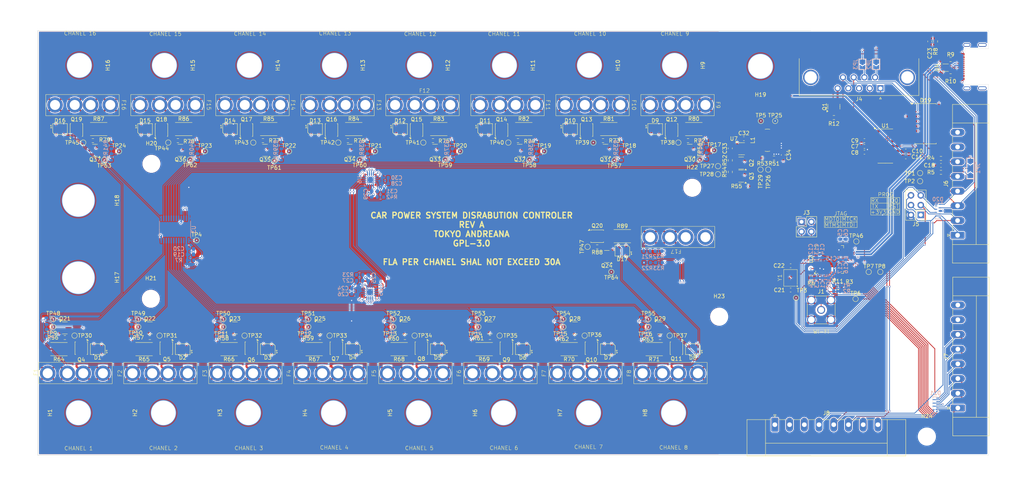
<source format=kicad_pcb>
(kicad_pcb (version 20241229) (generator "pcbnew") (generator_version "9.0")
  (layers (0 "F.Cu" mixed) (4 "In1.Cu" power) (6 "In2.Cu" power) (2 "B.Cu" mixed) (13 "F.Paste" user) (15 "B.Paste" user) (5 "F.SilkS" user "F.Silkscreen") (7 "B.SilkS" user "B.Silkscreen") (1 "F.Mask" user) (3 "B.Mask" user) (25 "Edge.Cuts" user))
  (net 0 "")
  (net 1 "+3V3")
  (net 2 "GND")
  (net 3 "+12V")
  (net 4 "Net-(JP1-C)")
  (net 5 "Net-(U2-XTAL_P)")
  (net 6 "Net-(U2-XTAL_N)")
  (net 7 "GNDS")
  (net 8 "Net-(U5-DECAP)")
  (net 9 "Net-(U6-DECAP)")
  (net 10 "Net-(U7-BST)")
  (net 11 "Net-(U7-SW)")
  (net 12 "DISRABUTION_NEO_PIXELS")
  (net 13 "Net-(D1-DOUT)")
  (net 14 "Net-(D2-DOUT)")
  (net 15 "Net-(D3-DOUT)")
  (net 16 "Net-(D4-DOUT)")
  (net 17 "Net-(D5-DOUT)")
  (net 18 "Net-(D6-DOUT)")
  (net 19 "Net-(D7-DOUT)")
  (net 20 "Net-(D17-DIN)")
  (net 21 "Net-(D10-DOUT)")
  (net 23 "Net-(D10-DIN)")
  (net 24 "Net-(D11-DIN)")
  (net 25 "Net-(D12-DIN)")
  (net 26 "Net-(D13-DIN)")
  (net 27 "Net-(D14-DIN)")
  (net 28 "Net-(D15-DIN)")
  (net 29 "Net-(D16-DIN)")
  (net 30 "PERIPHERAL_PWR")
  (net 31 "CAN_L")
  (net 32 "CAN_H")
  (net 33 "ALLOW_Q_DRAW")
  (net 34 "/MCU_IO/CAR_ACC_ESD")
  (net 35 "GPIO12")
  (net 36 "ESP_RX")
  (net 37 "ESP_TX")
  (net 38 "I2C_SDA")
  (net 39 "I2C_SCL")
  (net 40 "DAC_2")
  (net 41 "GPIO7")
  (net 42 "GPIO8")
  (net 43 "GPIO11")
  (net 44 "GPIO10")
  (net 45 "GPIO6")
  (net 46 "DAC_1")
  (net 47 "GPIO9")
  (net 48 "Net-(F1-Pad1)")
  (net 49 "CH1_CSN")
  (net 50 "CH2_CSN")
  (net 51 "Net-(F2-Pad1)")
  (net 52 "Net-(F3-Pad1)")
  (net 53 "CH3_CSN")
  (net 54 "CH4_CSN")
  (net 55 "Net-(F4-Pad1)")
  (net 56 "CH5_CSN")
  (net 57 "Net-(F5-Pad1)")
  (net 58 "Net-(F6-Pad1)")
  (net 59 "CH6_CSN")
  (net 60 "Net-(F7-Pad1)")
  (net 61 "CH7_CSN")
  (net 62 "CH8_CSN")
  (net 63 "Net-(F8-Pad1)")
  (net 64 "CH9_CSN")
  (net 65 "Net-(F9-Pad1)")
  (net 66 "CH10_CSN")
  (net 67 "Net-(F10-Pad1)")
  (net 68 "Net-(F11-Pad1)")
  (net 69 "CH11_CSN")
  (net 70 "Net-(F12-Pad1)")
  (net 71 "CH12_CSN")
  (net 72 "Net-(F13-Pad1)")
  (net 73 "CH13_CSN")
  (net 74 "CH14_CSN")
  (net 75 "Net-(F14-Pad1)")
  (net 76 "Net-(F15-Pad1)")
  (net 77 "CH15_CSN")
  (net 78 "Net-(F16-Pad1)")
  (net 79 "CH16_CSN")
  (net 80 "PERIPHERAL_PWR_CSN")
  (net 81 "Net-(J2-CC2)")
  (net 84 "Net-(J2-CC1)")
  (net 85 "MTDI")
  (net 86 "MTCK")
  (net 87 "MTD0")
  (net 88 "MTMS")
  (net 89 "Net-(JP2-B)")
  (net 90 "Net-(JP3-B)")
  (net 92 "ESP_IO0")
  (net 93 "RST")
  (net 94 "Net-(JP1-B)")
  (net 95 "Net-(JP1-A)")
  (net 96 "CAR_ACC")
  (net 97 "Net-(Q2-G)")
  (net 98 "Net-(Q2-D)")
  (net 99 "CH16_GATE")
  (net 100 "CH2_GATE")
  (net 101 "CH3_GATE")
  (net 102 "CH4_GATE")
  (net 103 "CH5_GATE")
  (net 104 "CH6_GATE")
  (net 105 "CH7_GATE")
  (net 106 "CH8_GATE")
  (net 107 "CH9_GATE")
  (net 108 "CH10_GATE")
  (net 109 "CH11_GATE")
  (net 110 "CH12_GATE")
  (net 111 "CH13_GATE")
  (net 112 "CH14_GATE")
  (net 113 "CH15_GATE")
  (net 114 "Net-(Q19-D)")
  (net 115 "PERIPHERAL_PWR_GATE")
  (net 116 "Net-(Q21-D)")
  (net 117 "CH1_CSN_DEV")
  (net 118 "CH2_CSN_DEV")
  (net 119 "CH3_CSN_DEV")
  (net 120 "CH4_CSN_DEV")
  (net 121 "CH5_CSN_DEV")
  (net 122 "CH6_CSN_DEV")
  (net 123 "CH7_CSN_DEV")
  (net 124 "CH8_CSN_DEV")
  (net 125 "PERIPHERAL_PWR_CSN_DEV")
  (net 126 "+12V_REF")
  (net 127 "Net-(U5-ADDR)")
  (net 128 "CH9_CSN_DEV")
  (net 129 "CH10_CSN_DEV")
  (net 130 "CH11_CSN_DEV")
  (net 131 "CH12_CSN_DEV")
  (net 132 "CH13_CSN_DEV")
  (net 133 "CH14_CSN_DEV")
  (net 134 "CH15_CSN_DEV")
  (net 135 "CH16_CSN_DEV")
  (net 136 "Net-(U6-ADDR)")
  (net 137 "Net-(U7-FB)")
  (net 138 "CAN_TX")
  (net 139 "CAN_WAKE")
  (net 140 "CAN_STB")
  (net 141 "CAN_EN")
  (net 142 "CAN_ERR")
  (net 143 "CAN_RX")
  (net 150 "USB_P")
  (net 153 "USB_N")
  (net 155 "Net-(Q4-D)")
  (net 156 "Net-(Q5-D)")
  (net 157 "Net-(Q6-D)")
  (net 158 "Net-(Q7-D)")
  (net 159 "Net-(Q8-D)")
  (net 160 "Net-(Q9-D)")
  (net 161 "Net-(Q10-D)")
  (net 162 "Net-(Q11-D)")
  (net 163 "Net-(Q12-D)")
  (net 164 "Net-(Q13-D)")
  (net 165 "Net-(Q14-D)")
  (net 166 "Net-(Q15-D)")
  (net 167 "Net-(Q16-D)")
  (net 168 "Net-(Q17-D)")
  (net 169 "Net-(Q18-D)")
  (net 170 "Net-(Q20-D)")
  (net 171 "CH1_GATE")
  (net 173 "ADC_01_ALERT")
  (net 174 "ADC_02_ALERT")
  (net 178 "USB_C_P")
  (net 179 "USB_C_N")
  (net 180 "LNA")
  (net 181 "Net-(Q22-D)")
  (net 182 "Net-(Q23-D)")
  (net 183 "Net-(Q25-D)")
  (net 184 "Net-(Q26-D)")
  (net 185 "Net-(Q27-D)")
  (net 186 "Net-(Q10-G)")
  (net 187 "Net-(Q11-G)")
  (net 188 "Net-(Q12-G)")
  (net 189 "Net-(Q13-G)")
  (net 190 "Net-(Q14-G)")
  (net 191 "Net-(Q15-G)")
  (net 192 "Net-(Q16-G)")
  (net 193 "Net-(Q17-G)")
  (net 194 "Net-(Q18-G)")
  (net 195 "Net-(Q19-G)")
  (net 196 "Net-(Q20-G)")
  (net 197 "IOX_0_INT")
  (footprint "MountingHole:MountingHole_6.4mm_M6_Pad_TopOnly" (layer "F.Cu") (at 74.75 64 -90)
    (property "Reference" "H14")
    (property "Value" "CH14_OUTPUT")
  )
  (footprint "Package_SO:Vishay_PowerPAK_1212-8_Single" (layer "F.Cu") (at 53.25 137.25 -90)
    (property "Reference" "Q5")
    (property "Value" "PMOS")
  )
  (footprint "LED_SMD:LED_SK6805_PLCC4_2.4x2.7mm_P1.3mm" (layer "F.Cu") (at 157.75 80.5)
    (property "Reference" "D10")
    (property "Value" "SK6805-EC")
  )
  (footprint "Capacitor_SMD:C_0603_1608Metric" (layer "F.Cu") (at 202.7 83)
    (property "Reference" "C32")
    (property "Value" "0uF1")
  )
  (footprint "Library:ATO_FUSEHOLDER" (layer "F.Cu") (at 75.55 74.25)
    (property "Reference" "F14")
    (property "Value" "~")
  )
  (footprint "MountingHole:MountingHole_6.4mm_M6_Pad_TopOnly" (layer "F.Cu") (at 30.75 64 -90)
    (property "Reference" "H16")
    (property "Value" "CH16_OUTPUT")
  )
  (footprint "Package_TO_SOT_SMD:SOT-23" (layer "F.Cu") (at 202 92.7 180)
    (property "Reference" "Q3")
    (property "Value" "NMOS")
  )
  (footprint "MountingHole:MountingHole_6.4mm_M6_Pad_TopOnly" (layer "F.Cu") (at 207 64.25 180)
    (property "Reference" "H19")
    (property "Value" "GND REF")
  )
  (footprint "Resistor_SMD:R_0603_1608Metric" (layer "F.Cu") (at 227 121.5 180)
    (property "Reference" "R11")
    (property "Value" "10K")
  )
  (footprint "LED_SMD:LED_SK6805_PLCC4_2.4x2.7mm_P1.3mm" (layer "F.Cu") (at 145.5 137.5 180)
    (property "Reference" "D6")
    (property "Value" "SK6805-EC")
  )
  (footprint "LED_SMD:LED_SK6805_PLCC4_2.4x2.7mm_P1.3mm" (layer "F.Cu") (at 167.5 137.5 180)
    (property "Reference" "D7")
    (property "Value" "SK6805-EC")
  )
  (footprint "MountingHole:MountingHole_6.4mm_M6_Pad_TopOnly" (layer "F.Cu") (at 162.75 64 -90)
    (property "Reference" "H10")
    (property "Value" "CH10_OUTPUT")
  )
  (footprint "MountingHole:MountingHole_6.4mm_M6_Pad_TopOnly" (layer "F.Cu") (at 118.75 64 -90)
    (property "Reference" "H12")
    (property "Value" "CH12_OUTPUT")
  )
  (footprint "Connector_Phoenix_MC:PhoenixContact_MC_1,5_8-GF-3.81_1x08_P3.81mm_Horizontal_ThreadedFlange" (layer "F.Cu") (at 258.0675 152.7475 90)
    (property "Reference" "J7")
    (property "Value" "~")
  )
  (footprint "Package_SO:Vishay_PowerPAK_1212-8_Single" (layer "F.Cu") (at 31.25 137.25 -90)
    (property "Reference" "Q4")
    (property "Value" "PMOS")
  )
  (footprint "TestPoint:TestPoint_Pad_D1.0mm" (layer "F.Cu") (at 156 129.7)
    (property "Reference" "TP54")
    (property "Value" "~")
  )
  (footprint "TestPoint:TestPoint_Pad_D1.0mm" (layer "F.Cu") (at 81.2 88.7 180)
    (property "Reference" "TP61")
    (property "Value" "~")
  )
  (footprint "Library:ATO_FUSEHOLDER" (layer "F.Cu") (at 29.75 143.75 180)
    (property "Reference" "F1")
    (property "Value" "~")
  )
  (footprint "Package_TO_SOT_SMD:SOT-23" (layer "F.Cu") (at 71 132)
    (property "Reference" "Q23")
    (property "Value" "NMOS")
  )
  (footprint "Resistor_SMD:R_0603_1608Metric" (layer "F.Cu") (at 166.25 83.5 180)
    (property "Reference" "R73")
    (property "Value" "10K")
  )
  (footprint "TestPoint:TestPoint_Pad_D1.0mm" (layer "F.Cu") (at 248.3 94)
    (property "Reference" "TP2")
    (property "Value" "~")
  )
  (footprint "Package_SO:Vishay_PowerPAK_1212-8_Single" (layer "F.Cu") (at 119.25 137.25 -90)
    (property "Reference" "Q8")
    (property "Value" "PMOS")
  )
  (footprint "Library:ATO_FUSEHOLDER" (layer "F.Cu") (at 141.55 74.25)
    (property "Reference" "F11")
    (property "Value" "~")
  )
  (footprint "Library:ATO_FUSEHOLDER" (layer "F.Cu") (at 161.7 143.75 180)
    (property "Reference" "F7")
    (property "Value" "~")
  )
  (footprint "LED_SMD:LED_SK6805_PLCC4_2.4x2.7mm_P1.3mm" (layer "F.Cu") (at 57.5 137.5 180)
    (property "Reference" "D2")
    (property "Value" "SK6805-EC")
  )
  (footprint "Resistor_SMD:R_2512_6332Metric" (layer "F.Cu") (at 167.75 80.5)
    (property "Reference" "R81")
    (property "Value" "R002")
  )
  (footprint "Resistor_SMD:R_2512_6332Metric" (layer "F.Cu") (at 189.75 80.5)
    (property "Reference" "R80")
    (property "Value" "R002")
  )
  (footprint "Package_SO:Vishay_PowerPAK_1212-8_Single" (layer "F.Cu") (at 74 80.75 90)
    (property "Reference" "Q17")
    (property "Value" "PMOS")
  )
  (footprint "Package_DFN_QFN:ST_UQFN-6L_1.5x1.7mm_P0.5mm" (layer "F.Cu") (at 254.9 64.6)
    (property "Reference" "U4")
    (property "Value" "ECMF02-2AMX6")
  )
  (footprint "Resistor_SMD:R_0603_1608Metric" (layer "F.Cu") (at 181 134.5)
    (property "Reference" "R63")
    (property "Value" "10K")
  )
  (footprint "Resistor_SMD:R_0603_1608Metric" (layer "F.Cu") (at 203.775 95.3)
    (property "Reference" "R55")
    (property "Value" "10K")
  )
  (footprint "Resistor_SMD:R_0603_1608Metric" (layer "F.Cu") (at 49 134.5)
    (property "Reference" "R57")
    (property "Value" "10K")
  )
  (footprint "Package_TO_SOT_SMD:SOT-23" (layer "F.Cu") (at 78.8 86 180)
    (property "Reference" "Q35")
    (property "Value" "NMOS")
  )
  (footprint "Resistor_SMD:R_0603_1608Metric" (layer "F.Cu") (at 199.2 91.6 -90)
    (property "Reference" "R54")
    (property "Value" "100K")
  )
  (footprint "Package_SO:Vishay_PowerPAK_1212-8_Single" (layer "F.Cu") (at 118 80.75 90)
    (property "Reference" "Q15")
    (property "Value" "PMOS")
  )
  (footprint "TestPoint:TestPoint_Pad_D1.0mm" (layer "F.Cu") (at 196 92.2)
    (property "Reference" "TP28")
    (property "Value" "~")
  )
  (footprint "Package_SO:Vishay_PowerPAK_1212-8_Single" (layer "F.Cu") (at 97.25 137.25 -90)
    (property "Reference" "Q7")
    (property "Value" "PMOS")
  )
  (footprint "Resistor_SMD:R_2512_6332Metric" (layer "F.Cu") (at 113.5 137.5 180)
    (property "Reference" "R68")
    (property "Value" "R002")
  )
  (footprint "TestPoint:TestPoint_Pad_D1.0mm" (layer "F.Cu") (at 210.8 78.4)
    (property "Reference" "TP25")
    (property "Value" "~")
  )
  (footprint "Resistor_SMD:R_2512_6332Metric" (layer "F.Cu") (at 101.75 80.5)
    (property "Reference" "R84")
    (property "Value" "R002")
  )
  (footprint "LED_SMD:LED_SK6805_PLCC4_2.4x2.7mm_P1.3mm" (layer "F.Cu") (at 189.5 137.5 180)
    (property "Reference" "D8")
    (property "Value" "SK6805-EC")
  )
  (footprint "Package_SO:Vishay_PowerPAK_1212-8_Single" (layer "F.Cu") (at 52 80.75 90)
    (property "Reference" "Q18")
    (property "Value" "PMOS")
  )
  (footprint "TestPoint:TestPoint_Pad_D1.0mm" (layer "F.Cu") (at 216.2 124.2)
    (property "Reference" "TP3")
    (property "Value" "~")
  )
  (footprint "LED_SMD:LED_SK6805_PLCC4_2.4x2.7mm_P1.3mm" (layer "F.Cu") (at 123.5 137.5 180)
    (property "Reference" "D5")
    (property "Value" "SK6805-EC")
  )
  (footprint "TestPoint:TestPoint_Pad_D1.0mm" (layer "F.Cu") (at 178 131.75)
    (property "Reference" "TP16")
    (property "Value" "~")
  )
  (footprint "Capacitor_SMD:C_0603_1608Metric" (layer "F.Cu") (at 214.8 122.2 180)
    (property "Reference" "C21")
    (property "Value" "8pF2")
  )
  (footprint "Resistor_SMD:R_0603_1608Metric" (layer "F.Cu") (at 253.7 88.1)
    (property "Reference" "R4")
    (property "Value" "60R4")
  )
  (footprint "TestPoint:TestPoint_Pad_D1.0mm" (layer "F.Cu") (at 24 129.7)
    (property "Reference" "TP48")
    (property "Value" "~")
  )
  (footprint "Package_TO_SOT_SMD:TSOT-23-6" (layer "F.Cu") (at 202.1 85.6)
    (property "Reference" "U7")
    (property "Value" "AP62150WU")
  )
  (footprint "MountingHole:MountingHole_4.3mm_M4" (layer "F.Cu") (at 49.4 89.5)
    (property "Reference" "H20")
    (property "Value" "MountingHole")
  )
  (footprint "Resistor_SMD:R_2512_6332Metric" (layer "F.Cu") (at 69.5 137.5 180)
    (property "Reference" "R66")
    (property "Value" "R002")
  )
  (footprint "Resistor_SMD:R_0603_1608Metric" (layer "F.Cu") (at 56.25 83.5 180)
    (property "Reference" "R78")
    (property "Value" "10K")
  )
  (footprint "LED_SMD:LED_SK6805_PLCC4_2.4x2.7mm_P1.3mm" (layer "F.Cu") (at 113.75 80.5)
    (property "Reference" "D12")
    (property "Value" "SK6805-EC")
  )
  (footprint "Connector_PinHeader_2.54mm:PinHeader_2x03_P2.54mm_Vertical" (layer "F.Cu") (at 248.475 102.74 180)
    (property "Reference" "J5")
    (property "Value" "PROG_PORT")
  )
  (footprint "Library:ATO_FUSEHOLDER" (layer "F.Cu") (at 119.55 74.25)
    (property "Reference" "F12")
    (property "Value" "~")
  )
  (footprint "Library:ATO_FUSEHOLDER" (layer "F.Cu") (at 185.65 108.5 180)
    (property "Reference" "F17")
    (property "Value" "~")
  )
  (footprint "Resistor_SMD:R_0603_1608Metric" (layer "F.Cu") (at 164.75 111 180)
    (property "Reference" "R88")
    (property "Value" "10K")
  )
  (footprint "TestPoint:TestPoint_Pad_D1.0mm" (layer "F.Cu") (at 95.5 134)
    (property "Reference" "TP33")
    (property "Value" "~")
  )
  (footprint "TestPoint:TestPoint_Pad_D1.0mm" (layer "F.Cu") (at 207.1 78.4)
    (property "Reference" "TP5")
    (property "Value" "~")
  )
  (footprint "LED_SMD:LED_SK6805_PLCC4_2.4x2.7mm_P1.3mm" (layer "F.Cu") (at 171.25 112 180)
    (property "Reference" "D17")
    (property "Value" "SK6805-EC")
  )
  (footprint "Package_TO_SOT_SMD:SOT-23" (layer "F.Cu") (at 202 89.3 180)
    (property "Reference" "Q2")
    (property "Value" "NMOS")
  )
  (footprint "LED_SMD:LED_SK6805_PLCC4_2.4x2.7mm_P1.3mm" (layer "F.Cu") (at 35.5 137.5 180)
    (property "Reference" "D1")
    (property "Value" "SK6805-EC")
  )
  (footprint "TestPoint:TestPoint_Pad_D1.0mm" (layer "F.Cu") (at 156 131.75)
    (property "Reference" "TP15")
    (property "Value" "~")
  )
  (footprint "Library:ATO_FUSEHOLDER" (layer "F.Cu") (at 51.7 143.75 180)
    (property "Reference" "F2")
    (property "Value" "~")
  )
  (footprint "TestPoint:TestPoint_Pad_D1.0mm" (layer "F.Cu") (at 112 131.75)
    (property "Reference" "TP13")
    (property "Value" "~")
  )
  (footprint "Package_DFN_QFN:QFN-56-1EP_7x7mm_P0.4mm_EP4x4mm" (layer "F.Cu") (at 224.9 114.27 90)
    (property "Reference" "U2")
    (property "Value" "ESP32-S2FH2")
  )
  (footprint "Package_TO_SOT_SMD:SOT-23" (layer "F.Cu") (at 137 132)
    (property "Reference" "Q27")
    (property "Value" "NMOS")
  )
  (footprint "Resistor_SMD:R_0603_1608Metric" (layer "F.Cu") (at 210.5 88 180)
    (property "Reference" "R51")
    (property "Value" "31K6")
  )
  (footprint "MountingHole:MountingHole_4.3mm_M4" (layer "F.Cu") (at 49.25 124.45)
    (property "Reference" "H21")
    (property "Value" "MountingHole")
  )
  (footprint "Resistor_SMD:R_0603_1608Metric" (layer "F.Cu") (at 199.2 88.6 90)
    (property "Reference" "R52")
    (property "Value" "100K")
  )
  (footprint "Package_SO:Vishay_PowerPAK_1212-8_Single" (layer "F.Cu") (at 140 80.75 90)
    (property "Reference" "Q14")
    (property "Value" "PMOS")
  )
  (footprint "TestPoint:TestPoint_Pad_D1.0mm" (layer "F.Cu") (at 248.3 91.9)
    (property "Reference" "TP1")
    (property "Value" "~")
  )
  (footprint "Resistor_SMD:R_2512_6332Metric" (layer "F.Cu") (at 179.5 137.5 180)
    (property "Reference" "R71")
    (property "Value" "R002")
  )
  (footprint "Package_SO:Vishay_PowerPAK_1212-8_Single" (layer "F.Cu") (at 75.25 137.25 -90)
    (property "Reference" "Q6")
    (property "Value" "PMOS")
  )
  (footprint "Package_SO:Vishay_PowerPAK_1212-8_Single" (layer "F.Cu") (at 30 80.75 90)
    (property "Reference" "Q19")
    (property "Value" "PMOS")
  )
  (footprint "Resistor_SMD:R_0603_1608Metric" (layer "F.Cu") (at 230 121.5)
    (property "Reference" "R3")
    (property "Value" "10K")
  )
  (footprint "Package_SO:Vishay_PowerPAK_1212-8_Single" (layer "F.Cu") (at 185.25 137.25 -90)
    (property "Reference" "Q11")
    (property "Value" "PMOS")
  )
  (footprint "TestPoint:TestPoint_Pad_D1.0mm" (layer "F.Cu") (at 191.3 88.4 180)
    (property "Reference" "TP56")
    (property "Value" "~")
  )
  (footprint "Connector_Coaxial:SMA_Amphenol_132291-12_Vertical" (layer "F.Cu") (at 222.7 127.34)
    (property "Reference" "J1")
    (property "Value" "Conn_Coaxial")
  )
  (footprint "Capacitor_SMD:C_0603_1608Metric" (layer "F.Cu") (at 244.6 87.7)
    (property "Reference" "C11")
    (property "Value" "10uF")
  )
  (footprint "Resistor_SMD:R_0603_1608Metric" (layer "F.Cu") (at 27 134.5)
    (property "Reference" "R56")
    (property "Value" "10K")
  )
  (footprint "TestPoint:TestPoint_Pad_D1.0mm" (layer "F.Cu") (at 235 117.5)
    (property "Reference" "TP7")
    (property "Value" "~")
  )
  (footprint "Package_TO_SOT_SMD:SOT-23" (layer "F.Cu") (at 93 132)
    (property "Reference" "Q25")
    (property "Value" "NMOS")
  )
  (footprint "Resistor_SMD:R_0603_1608Metric" (layer "F.Cu") (at 122.25 83.5 180)
    (property "Reference" "R75")
    (property "Value" "10K")
  )
  (footprint "TestPoint:TestPoint_Pad_D1.0mm" (layer "F.Cu") (at 238 117.5)
    (property "Reference" "TP8")
    (property "Value" "~")
  )
  (footprint "TestPoint:TestPoint_Pad_D1.0mm" (layer "F.Cu") (at 61.1 109.3)
    (property "Reference" "TP4")
    (property "Value" "~")
  )
  (footprint "TestPoint:TestPoint_Pad_D1.0mm" (layer "F.Cu") (at 231.6 124.5)
    (property "Reference" "TP6")
    (property "Value" "~")
  )
  (footprint "Package_TO_SOT_SMD:SOT-23" (layer "F.Cu") (at 181 132)
    (property "Reference" "Q29")
    (property "Value" "NMOS")
  )
  (footprint "TestPoint:TestPoint_Pad_D1.0mm" (layer "F.Cu") (at 75.75 84 180)
    (property "Reference" "TP43")
    (property "Value" "~")
  )
  (footprint "Package_TO_SOT_SMD:SOT-23" (layer "F.Cu") (at 226 74.7 90)
    (property "Reference" "Q1")
    (property "Value" "NMOS")
  )
  (footprint "TestPoint:TestPoint_Pad_D1.0mm" (layer "F.Cu") (at 161.5 134)
    (property "Reference" "TP36")
    (property "Value" "~")
  )
  (footprint "TestPoint:TestPoint_Pad_D1.0mm" (layer "F.Cu") (at 163.75 84 180)
    (property "Reference" "TP39")
    (property "Value" "~")
  )
  (footprint "Library:ATO_FUSEHOLDER" (layer "F.Cu") (at 139.7 143.75 180)
    (property "Reference" "F6")
    (property "Value" "~")
  )
  (footprint "MountingHole:MountingHole_6.4mm_M6_Pad_TopOnly" (layer "F.Cu") (at 140.75 64 -90)
    (property "Reference" "H11")
    (property "Value" "CH11_OUTPUT")
  )
  (footprint "Resistor_SMD:R_0603_1608Metric" (layer "F.Cu") (at 115 134.5)
    (property "Reference" "R60")
    (property "Value" "10K")
  )
  (footprint "Connector_Phoenix_MC:PhoenixContact_MC_1,5_8-GF-3.81_1x08_P3.81mm_Horizontal_ThreadedFlange" (layer "F.Cu") (at 258 108 90)
    (property "Reference" "J6")
    (property "Value" "~")
  )
  (footprint "TestPoint:TestPoint_Pad_D1.0mm" (layer "F.Cu") (at 37.2 88.5 180)
    (property "Reference" "TP63")
    (property "Value" "~")
  )
  (footprint "Capacitor_SMD:C_0603_1608Metric" (layer "F.Cu") (at 233.9 83.5 180)
    (property "Reference" "C9")
    (property "Value" "0uF1")
  )
  (footprint "Package_TO_SOT_SMD:SOT-23" (layer "F.Cu") (at 34.8 86 180)
    (property "Reference" "Q37")
    (property "Value" "NMOS")
  )
  (footprint "Package_TO_SOT_SMD:SOT-23" (layer "F.Cu") (at 27 132)
    (property "Reference" "Q21")
    (property "Value" "NMOS")
  )
  (footprint "Connector_Phoenix_MC:PhoenixContact_MC_1,5_8-GF-3.81_1x08_P3.81mm_Horizontal_ThreadedFlange" (layer "F.Cu") (at 210.715 157.0675)
    (property "Reference" "J8")
    (property "Value" "~")
  )
  (footprint "Resistor_SMD:R_0603_1608Metric" (layer "F.Cu") (at 188.25 83.5 180)
    (property "Reference" "R72")
    (property "Value" "10K")
  )
  (footprint "TestPoint:TestPoint_Pad_D1.0mm" (layer "F.Cu") (at 139.5 134)
    (property "Reference" "TP35")
    (property "Value" "~")
  )
  (footprint "LED_SMD:LED_SK6805_PLCC4_2.4x2.7mm_P1.3mm" (layer "F.Cu") (at 47.75 80.5)
    (property "Reference" "D15")
    (property "Value" "SK6805-EC")
  )
  (footprint "MountingHole:MountingHole_6.4mm_M6_Pad_TopOnly" (layer "F.Cu") (at 140.5 154 90)
    (property "Reference" "H6")
    (property "Value" "CH6_OUTPUT")
  )
  (footprint "LED_SMD:LED_SK6805_PLCC4_2.4x2.7mm_P1.3mm" (layer "F.Cu") (at 79.5 137.5 180)
    (property "Reference" "D3")
    (property "Value" "SK6805-EC")
  )
  (footprint "MountingHole:MountingHole_6.4mm_M6_Pad_TopOnly" (layer "F.Cu") (at 74.5 154 90)
    (property "Reference" "H3")
    (property "Value" "CH3_OUTPUT")
  )
  (footprint "Resistor_SMD:R_0603_1608Metric" (layer "F.Cu") (at 93 134.5)
    (property "Reference" "R59")
    (property "Value" "10K")
  )
  (footprint "MountingHole:MountingHole_6.4mm_M6_Pad_TopOnly" (layer "F.Cu") (at 96.75 64 -90)
    (property "Reference" "H13")
    (property "Value" "CH13_OUTPUT")
  )
  (footprint "Resistor_SMD:R_0603_1608Metric" (layer "F.Cu") (at 71 134.5)
    (property "Reference" "R58")
    (property "Value" "10K")
  )
  (footprint "TestPoint:TestPoint_Pad_D1.0mm" (layer "F.Cu") (at 46 131.75)
    (property "Reference" "TP10")
    (property "Value" "~")
  )
  (footprint "LED_SMD:LED_SK6805_PLCC4_2.4x2.7mm_P1.3mm" (layer "F.Cu") (at 101.5 137.5 180)
    (property "Reference" "D4")
    (property "Value" "SK6805-EC")
  )
  (footprint "Resistor_SMD:R_0603_1608Metric" (layer "F.Cu") (at 256.2 66.7 180)
    (property "Reference" "R10")
    (property "Value" "5K1")
  )
  (footprint "Resistor_SMD:R_2512_6332Metric" (layer "F.Cu") (at 145.75 80.5)
    (property "Reference" "R82")
    (property "Value" "R002")
  )
  (footprint "MountingHole:MountingHole_4.3mm_M4" (layer "F.Cu") (at 196.3 129.1)
    (property "Reference" "H23")
    (property "Value" "MountingHole")
  )
  (footprint "MountingHole:MountingHole_8.4mm_M8_Pad_TopOnly" (layer "F.Cu") (at 30.5 99 180)
    (property "Reference" "H18")
    (property "Value" "+12V BUS INPUT")
  )
  (footprint "TestPoint:TestPoint_Pad_D1.0mm" (layer "F.Cu") (at 129.25 86.25)
    (property "Reference" "TP20")
    (property "Value" "~")
  )
  (footprint "Resistor_SMD:R_2512_6332Metric" (layer "F.Cu") (at 157.5 137.5 180)
    (property "Reference" "R70")
    (property "Value" "R002")
  )
  (footprint "TestPoint:TestPoint_Pad_D1.0mm" (layer "F.Cu") (at 195 86)
    (property "Reference" "TP17")
    (property "Value" "~")
  )
  (footprint "LED_SMD:LED_SK6805_PLCC4_2.4x2.7mm_P1.3mm" (layer "F.Cu") (at 91.75 80.5)
    (property "Reference" "D13")
    (property "Value" "SK6805-EC")
  )
  (footprint "Package_TO_SOT_SMD:SOT-23" (layer "F.Cu") (at 100.7 86 180)
    (property "Reference" "Q34")
    (property "Value" "NMOS")
  )
  (footprint "Package_SO:Vishay_PowerPAK_1212-8_Single" (layer "F.Cu") (at 163.25 137.25 -90)
    (property "Reference" "Q10")
    (property "Value" "PMOS")
  )
  (footprint "TestPoint:TestPoint_Pad_D1.0mm" (layer "F.Cu") (at 68 131.75)
    (property "Reference" "TP11")
    (property "Value" "~")
  )
  (footprint "Library:ATO_FUSEHOLDER" (layer "F.Cu") (at 31.55 74.25)
    (property "Reference" "F16")
    (property "Value" "~")
  )
  (footprint "Package_TO_SOT_SMD:SOT-23" (layer "F.Cu") (at 122.8 86 180)
    (property "Reference" "Q33")
    (property "Value" "NMOS")
  )
  (footprint "Resistor_SMD:R_2512_6332Metric" (layer "F.Cu") (at 91.5 137.5 180)
    (property "Reference" "R67")
    (property "Value" "R002")
  )
  (footprint "MountingHole:MountingHole_6.4mm_M6_Pad_TopOnly" (layer "F.Cu") (at 118.5 154 90)
    (property "Reference" "H5")
    (property "Value" "CH5_OUTPUT")
  )
  (footprint "MountingHole:MountingHole_6.4mm_M6_Pad_TopOnly" (layer "F.Cu") (at 52.5 154 90)
    (property "Reference" "H2")
    (property "Value" "CH2_OUTPUT")
  )
  (footprint "TestPoint:TestPoint_Pad_D1.0mm" (layer "F.Cu") (at 85 86.25)
    (property "Reference" "TP22")
    (property "Value" "~")
  )
  (footprint "Inductor_SMD:L_Bourns_SDR0604" (layer "F.Cu") (at 208.8 83.4 90)
    (property "Reference" "L1")
    (property "Value" "3uH3")
  )
  (footprint "Library:ATO_FUSEHOLDER" (layer "F.Cu") (at 95.7 143.75 180)
    (property "Reference" "F4")
    (property "Value" "~")
  )
  (footprint "Resistor_SMD:R_2512_6332Metric" (layer "F.Cu") (at 25.4625 137.5 180)
    (property "Reference" "R64")
    (property "Value" "R002")
  )
  (footprint "TestPoint:TestPoint_Pad_D1.0mm" (layer "F.Cu") (at 125.4 88.4 180)
    (property "Reference" "TP59")
    (property "Value" "~")
  )
  (footprint "MountingHole:MountingHole_6.4mm_M6_Pad_TopOnly" (layer "F.Cu") (at 162.5 154 90)
    (property "Reference" "H7")
    (property "Value" "CH7_OUTPUT")
  )
  (footprint "LED_SMD:LED_SK6805_PLCC4_2.4x2.7mm_P1.3mm" (layer "F.Cu") (at 135.75 80.5)
    (property "Reference" "D11")
    (property "Value" "SK6805-EC")
  )
  (footprint "Resistor_SMD:R_2512_6332Metric" (layer "F.Cu") (at 79.75 80.5)
    (property "Reference" "R85")
    (property "Value" "R002")
  )
  (footprint "MountingHole:MountingHole_4.3mm_M4" (layer "F.Cu") (at 189.35 95.7)
    (property "Reference" "H22")
    (property "Value" "MountingHole")
  )
  (footprint "TestPoint:TestPoint_Pad_D1.0mm" (layer "F.Cu") (at 90 131.75)
    (property "Reference" "TP12")
    (property "Value" "~")
  )
  (footprint "LED_SMD:LED_SK6805_PLCC4_2.4x2.7mm_P1.3mm" (layer "F.Cu") (at 25.75 80.5)
    (property "Reference" "D16")
    (property "Value" "SK6805-EC")
  )
  (footprint "TestPoint:TestPoint_Pad_D1.0mm" (layer "F.Cu") (at 112 129.7)
    (property "Reference" "TP52")
    (property "Value" "~")
  )
  (footprint "Resistor_SMD:R_2512_6332Metric" (layer "F.Cu") (at 123.75 80.5)
    (property "Reference" "R83")
    (property "Value" "R002")
  )
  (footprint "Package_SO:Vishay_PowerPAK_1212-8_Single" (layer "F.Cu") (at 184 80.75 90)
    (property "Reference" "Q12")
    (property "Value" "PMOS")
  )
  (footprint "Resistor_SMD:R_2512_6332Metric" (layer "F.Cu") (at 35.75 80.5)
    (property "Reference" "R87")
    (property "Value" "R002")
  )
  (footprint "Package_TO_SOT_SMD:SOT-23" (layer "F.Cu") (at 56.9 86 180)
    (property "Reference" "Q36")
    (property "Value" "NMOS")
  )
  (footprint "Package_SO:SOIC-14_3.9x8.7mm_P1.27mm" (layer "F.Cu") (at 239.3 84.9)
    (property "Reference" "U1")
    (property "Value" "TJA1043T/1J")
  )
  (footprint "MountingHole:MountingHole_6.4mm_M6_Pad_TopOnly" (layer "F.Cu") (at 30.5 154 90)
    (property "Reference" "H1")
    (property "Value" "CH1_OUTPUT")
  )
  (footprint "Package_SO:Vishay_PowerPAK_1212-8_Single" (layer "F.Cu") (at 141.25 137.25 -90)
    (property "Reference" "Q9")
    (property "Value" "PMOS")
  )
  (footprint "TestPoint:TestPoint_Pad_D1.0mm" (layer "F.Cu") (at 173 86.25)
    (property "Reference" "TP18")
    (property "Value" "~")
  )
  (footprint "Connector_PinHeader_2.54mm:PinHeader_2x02_P2.54mm_Vertical" (layer "F.Cu") (at 217.625 104.525)
    (property "Reference" "J3")
    (property "Value" "JTAG")
  )
  (footprint "Package_TO_SOT_SMD:SOT-23" (layer "F.Cu") (at 166.9 86 180)
    (property "Reference" "Q31")
    (property "Value" "NMOS")
  )
  (footprint "Package_TO_SOT_SMD:SOT-23" (layer "F.Cu") (at 144.7 86 180)
    (property "Reference" "Q32")
    (property "Value" "NMOS")
  )
  (footprint "Resistor_SMD:R_0603_1608Metric" (layer "F.Cu") (at 252.3 57.8 -90)
    (property "Reference" "R8")
    (property "Value" "330R")
  )
  (footprint "TestPoint:TestPoint_Pad_D1.0mm" (layer "F.Cu") (at 29.5 134)
    (property "Reference" "TP30")
    (property "Value" "~")
  )
  (footprint "Capacitor_SMD:C_0603_1608Metric" (layer "F.Cu") (at 250.8 57.8 -90)
    (property "Reference" "C23")
    (property "Value" "0uF1")
  )
  (footprint "TestPoint:TestPoint_Pad_D1.0mm" (layer "F.Cu") (at 162.25 111 90)
    (property "Reference" "TP47")
    (property "Value" "~")
  )
  (footprint "MountingHole:MountingHole_6.4mm_M6_Pad_TopOnly" (layer "F.Cu") (at 96.5 154 90)
    (property "Reference" "H4")
    (property "Value" "CH4_OUTPUT")
  )
  (footprint "TestPoint:TestPoint_Pad_D1.0mm" (layer "F.Cu") (at 178 129.7)
    (property "Reference" "TP55")
    (property "Value" "~")
  )
  (footprint "Connector_Dsub:DSUB-9_Pins_Horizontal_P2.77x2.84mm_EdgePinOffset4.94mm_Housed_MountingHolesOffset4.94mm" (layer "F.Cu") (at 238.04 69.945331 180)
    (property "Reference" "J4")
    (property "Value" "~")
  )
  (footprint "TestPoint:TestPoint_Pad_D1.0mm" (layer "F.Cu") (at 63.25 86.25)
    (property "Reference" "TP23")
    (property "Value" "~")
  )
  (footprint "Library:usb4500" (layer "F.Cu") (at 263.1 64.44 90)
    (property "Reference" "J2" (hide yes))
    (property "Value" "~")
    (fp_line (start 4.74 -3.3) (end 4.737427 2.897799) (stroke (width 0.05)) (layer "Edge.Cuts"))
    (fp_line (start -4.5 -3.3) (end 4.74 -3.3) (stroke (width 0.05)) (layer "Edge.Cuts"))
    (fp_line (start -4.5 -3.3) (end -4.5 2.9) (stroke (width 0.05)) (layer "Edge.Cuts"))
    (fp_line (start 4.737427 2.897799) (end 6.737427 2.897799) (stroke (width 0.05)) (layer "Edge.Cuts"))
    (fp_line (start -4.5 2.9) (end -6.5 2.9) (stroke (width 0.05)) (layer "Edge.Cuts"))
  )
  (footprint "Package_TO_SOT_SMD:SOT-23" (layer "F.Cu") (at 49 132)
    (property "Reference" "Q22")
    (property "Value" "NMOS")
  )
  (footprint "Package_TO_SOT_SMD:SOT-23" (layer "F.Cu") (at 188.7 86 180)
    (property "Reference" "Q30")
    (property "Value" "NMOS")
  )
  (footprint "Capacitor_SMD:C_0603_1608Metric" (layer "F.Cu") (at 212.9 87.2 -90)
    (property "Reference" "C34")
    (property "Value" "22uF")
  )
  (footprint "TestPoint:TestPoint_Pad_D1.0mm" (layer "F.Cu") (at 51.5 134)
    (property "Reference" "TP31")
    (property "Value" "~")
  )
  (footprint "LED_SMD:LED_SK6805_PLCC4_2.4x2.7mm_P1.3mm" (layer "F.Cu") (at 179.75 80.5)
    (property "Reference" "D9")
    (property "Value" "SK6805-EC")
  )
  (footprint "TestPoint:TestPoint_Pad_D1.0mm" (layer "F.Cu") (at 134 131.75)
    (property "Reference" "TP14")
    (property "Value" "~")
  )
  (footprint "Library:ATO_FUSEHOLDER" (layer "F.Cu") (at 73.7 143.75 180)
    (property "Reference" "F3")
    (property "Value" "~")
  )
  (footprint "LED_SMD:LED_SK6805_PLCC4_2.4x2.7mm_P1.3mm" (layer "F.Cu") (at 69.75 80.5)
    (property "Reference" "D14")
    (property "Value" "SK6805-EC")
  )
  (footprint "Resistor_SMD:R_2512_6332Metric" (layer "F.Cu") (at 135.5 137.5 180)
    (property "Reference" "R69")
    (property "Value" "R002")
  )
  (footprint "Package_SO:Vishay_PowerPAK_1212-8_Single" (layer "F.Cu") (at 162 80.75 90)
    (property "Reference" "Q13")
    (property "Value" "PMOS")
  )
  (footprint "Package_TO_SOT_SMD:SOT-23" (layer "F.Cu") (at 159 132)
    (property "Reference" "Q28")
    (property "Value" "NMOS")
  )
  (footprint "TestPoint:TestPoint_Pad_D1.0mm" (layer "F.Cu") (at 46 129.7)
    (property "Reference" "TP49")
    (property "Value" "~")
  )
  (footprint "Library:ATO_FUSEHOLDER" (layer "F.Cu") (at 163.55 74.25)
    (property "Reference" "F10")
    (property "Value" "~")
  )
  (footprint "TestPoint:TestPoint_Pad_D1.0mm" (layer "F.Cu") (at 151 86.25)
    (property "Reference" "TP19")
    (property "Value" "~")
  )
  (footprint "Resistor_SMD:R_2512_6332Metric" (layer "F.Cu") (at 47.5 137.5 180)
    (property "Reference" "R65")
    (property "Value" "R002")
  )
  (footprint "TestPoint:TestPoint_Pad_D1.0mm" (layer "F.Cu") (at 209 91 180)
    (property "Reference" "TP26")
    (property "Value" "~")
  )
  (footprint "Library:ATO_FUSEHOLDER" (layer "F.Cu") (at 183.7 143.75 180)
    (property "Reference" "F8")
    (property "Value" "~")
  )
  (footprint "Library:ATO_FUSEHOLDER" (layer "F.Cu") (at 53.55 74.25)
    (property "Reference" "F15")
    (property "Value" "~")
  )
  (footprint "Resistor_SMD:R_0603_1608Metric" (layer "F.Cu") (at 144.25 83.5 180)
    (property "Reference" "R74")
    (property "Value" "10K")
  )
  (footprint "Resistor_SMD:R_0603_1608Metric" (layer "F.Cu") (at 253.7 91.7 180)
    (property "Reference" "R5")
    (property "Value" "60R4")
  )
  (footprint "TestPoint:TestPoint_Pad_D1.0mm" (layer "F.Cu") (at 141.75 84 180)
    (property "Reference" "TP40")
    (property "Value" "~")
  )
  (footprint "Resistor_SMD:R_0603_1608Metric" (layer "F.Cu") (at 220.1 119 180)
    (property "Reference" "R6")
    (property "Value" "10K")
  )
  (footprint "Capacitor_SMD:C_0603_1608Metric" (layer "F.Cu") (at 253.7 89.9 180)
    (property "Reference" "C18")
    (property "Value" "0uF1")
  )
  (footprint "Package_TO_SOT_SMD:SOT-23" (layer "F.Cu") (at 167.2375 113.5 180)
    (property "Reference" "Q24")
    (property "Value" "NMOS")
  )
  (footprint "TestPoint:TestPoint_Pad_D1.0mm" (layer "F.Cu") (at 41 86.25)
    (property "Reference" "TP24")
    (property "Value" "~")
  )
  (footprint "Library:ATO_FUSEHOLDER" (layer "F.Cu") (at 97.55 74.25)
    (property "Reference" "F13")
    (property "Value" "~")
  )
  (footprint "TestPoint:TestPoint_Pad_D1.0mm" (layer "F.Cu") (at 68 129.7)
    (property "Reference" "TP50")
    (property "Value" "~")
  )
  (footprint "Resistor_SMD:R_0603_1608Metric" (layer "F.Cu") (at 207.5 88 180)
    (property "Reference" "R53")
    (property "Value" "10K")
  )
  (footprint "TestPoint:TestPoint_Pad_D1.0mm" (layer "F.Cu") (at 231.8 109.6)
    (property "Reference" "TP46")
    (property "Value" "~")
  )
  (footprint "TestPoint:TestPoint_Pad_D1.0mm" (layer "F.Cu") (at 147.2 88.4 180)
    (property "Reference" "TP58")
    (property "Value" "~")
  )
  (footprint "Capacitor_SMD:C_0603_1608Metric" (layer "F.Cu") (at 214.8 115.9)
    (property "Reference" "C22")
    (property "Value" "8pF2")
  )
  (footprint "Resistor_SMD:R_0603_1608Metric" (layer "F.Cu") (at 78.25 83.5 180)
    (property "Reference" "R77")
    (property "Value" "10K")
  )
  (footprint "Resistor_SMD:R_0603_1608Metric" (layer "F.Cu") (at 34.25 83.5 180)
    (property "Reference" "R79")
    (property "Value" "10K")
  )
  (footprint "Resistor_SMD:R_0603_1608Metric" (layer "F.Cu") (at 137 134.5)
    (property "Reference" "R61")
    (property "Value" "10K")
  )
  (footprint "TestPoint:TestPoint_Pad_D1.0mm" (layer "F.Cu") (at 185.75 84 180)
    (property "Reference" "TP38")
    (property "Value" "~")
  )
  (footprint "TestPoint:TestPoint_Pad_D1.0mm" (layer "F.Cu") (at 24 131.75)
    (property "Reference" "TP9")
    (property "Value" "~")
  )
  (footprint "Capacitor_SMD:C_0603_1608Metric" (layer "F.Cu") (at 199.2 85.5 90)
    (property "Reference" "C33")
    (property "Value" "10uF")
  )
  (footprint "Capacitor_SMD:C_0603_1608Metric" (layer "F.Cu") (at 233.9 86.5 180)
    (property "Reference" "C8")
    (property "Value" "0uF1")
  )
  (footprint "Resistor_SMD:R_2512_6332Metric" (layer "F.Cu") (at 171.25 108.25)
    (property "Reference" "R89")
    (property "Value" "R002")
  )
  (footprint "TestPoint:TestPoint_Pad_D1.0mm" (layer "F.Cu") (at 134 129.7)
    (property "Reference" "TP53")
    (property "Value" "~")
  )
  (footprint "Library:ATO_FUSEHOLDER" (layer "F.Cu") (at 185.55 74.25)
    (property "Reference" "F9")
    (property "Value" "~")
  )
  (footprint "Capacitor_SMD:C_0603_1608Metric" (layer "F.Cu") (at 244.6 86.2)
    (property "Reference" "C10")
    (property "Value" "0uF1")
  )
  (footprint "TestPoint:TestPoint_Pad_D1.0mm" (layer "F.Cu") (at 207 91 180)
    (property "Reference" "TP29")
    (property "Value" "~")
  )
  (footprint "Capacitor_SMD:C_0603_1608Metric" (layer "F.Cu") (at 233.9 85 180)
    (property "Reference" "C7")
    (property "Value" "10uF")
  )
  (footprint "TestPoint:TestPoint_Pad_D1.0mm" (layer "F.Cu") (at 59.4 88.4 180)
    (property "Reference" "TP62")
    (property "Value" "~")
  )
  (footprint "Resistor_SMD:R_0603_1608Metric" (layer "F.Cu") (at 256.2 62.5 180)
    (property "Reference" "R9")
    (property "Value" "5K1")
  )
  (footprint "TestPoint:TestPoint_Pad_D1.0mm" (layer "F.Cu") (at 169.2 88.6 180)
    (property "Reference" "TP57")
    (property "Value" "~")
  )
  (footprint "Package_SO:SO-16_5.3x10.2mm_P1.27mm" (layer "F.Cu") (at 249.7125 79.115)
    (property "Reference" "D19")
    (property "Value" "S1615-8")
  )
  (footprint "Package_SO:Vishay_PowerPAK_1212-8_Single" (layer "F.Cu") (at 96 80.75 90)
    (property "Reference" "Q16")
    (property "Value" "PMOS")
  )
  (footprint "MountingHole:MountingHole_6.4mm_M6_Pad_TopOnly" (layer "F.Cu") (at 184.75 64 -90)
    (property "Reference" "H9")
    (property "Value" "CH9_OUTPUT")
  )
  (footprint "TestPoint:TestPoint_Pad_D1.0mm" (layer "F.Cu") (at 90 129.7)
    (property "Reference" "TP51")
    (property "Value" "~")
  )
  (footprint "Resistor_SMD:R_0603_1608Metric" (layer "F.Cu") (at 159 134.5)
    (property "Reference" "R62")
    (property "Value" "10K")
  )
  (footprint "TestPoint:TestPoint_Pad_D1.0mm" (layer "F.Cu") (at 117.5 134)
    (property "Reference" "TP34")
    (property "Value" "~")
  )
  (footprint "Package_TO_SOT_SMD:SOT-23" (layer "F.Cu") (at 115 132)
    (property "Reference" "Q26")
    (property "Value" "NMOS")
  )
  (footprint "Library:cx3225sa_e" (layer "F.Cu") (at 214.8 119 90)
    (property "Reference" "Y1")
    (property "Value" "40 MHz")
  )
  (footprint "TestPoint:TestPoint_Pad_D1.0mm" (layer "F.Cu") (at 196 90.1 90)
    (property "Reference" "TP27")
    (property "Value" "~")
  )
  (footprint "Package_SO:Vishay_PowerPAK_1212-8_Single" (layer "F.Cu") (at 164.75 108.25)
    (property "Reference" "Q20")
    (property "Value" "PMOS")
  )
  (footprint "TestPoint:TestPoint_Pad_D1.0mm" (layer "F.Cu") (at 53.75 84 180)
    (property "Reference" "TP44")
    (property "Value" "~")
  )
  (footprint "Library:ATO_FUSEHOLDER" (layer "F.Cu") (at 117.7 143.75 180)
    (property "Reference" "F5")
    (property "Value" "~")
  )
  (footprint "TestPoint:TestPoint_Pad_D1.0mm" (layer "F.Cu") (at 31.75 84 180)
    (property "Reference" "TP45")
    (property "Value" "~")
  )
  (footprint "MountingHole:MountingHole_6.4mm_M6_Pad_TopOnly" (layer "F.Cu") (at 184.5 154 90)
    (property "Reference" "H8")
    (property "Value" "CH8_OUTPUT")
  )
  (footprint "TestPoint:TestPoint_Pad_D1.0mm" (layer "F.Cu") (at 183.5 134)
    (property "Reference" "TP37")
    (property "Value" "~")
  )
  (footprint "TestPoint:TestPoint_Pad_D1.0mm" (layer "F.Cu") (at 107.25 86.25)
    (property "Reference" "TP21")
    (property "Value" "~")
  )
  (footprint "Resistor_SMD:R_0603_1608Metric" (layer "F.Cu") (at 226 77.5)
    (property "Reference" "R12")
    (property "Value" "10K")
  )
  (footprint "TestPoint:TestPoint_Pad_D1.0mm" (layer "F.Cu") (at 97.75 84 180)
    (property "Reference" "TP42")
    (property "Value" "~")
  )
  (footprint "MountingHole:MountingHole_4.3mm_M4" (layer "F.Cu") (at 250.05 160.15)
    (property "Reference" "H24")
    (property "Value" "MountingHole")
  )
  (footprint "TestPoint:TestPoint_Pad_D1.0mm" (layer "F.Cu") (at 103.3 88.4 180)
    (property "Reference" "TP60")
    (property "Value" "~")
  )
  (footprint "Resistor_SMD:R_0603_1608Metric" (layer "F.Cu") (at 100.25 83.5 180)
    (property "Reference" "R76")
    (property "Value" "10K")
  )
  (footprint "MountingHole:MountingHole_8.4mm_M8_Pad_TopOnly" (layer "F.Cu") (at 30.5 119 180)
    (property "Reference" "H17")
    (property "Value" "+12V BUS INPUT")
  )
  (footprint "TestPoint:TestPoint_Pad_D1.0mm" (layer "F.Cu") (at 119.75 84 180)
    (property "Reference" "TP41")
    (property "Value" "~")
  )
  (footprint "MountingHole:MountingHole_6.4mm_M6_Pad_TopOnly" (layer "F.Cu") (at 52.75 64 -90)
    (property "Reference" "H15")
    (property "Value" "CH15_OUTPUT")
  )
  (footprint "Resistor_SMD:R_2512_6332Metric" (layer "F.Cu") (at 57.75 80.5)
    (property "Reference" "R86")
    (property "Value" "R002")
  )
  (footprint "TestPoint:TestPoint_Pad_D1.0mm" (layer "F.Cu") (at 168.4 117.5 180)
    (property "Reference" "TP64")
    (property "Value" "~")
  )
  (footprint "TestPoint:TestPoint_Pad_D1.0mm" (layer "F.Cu") (at 73.5 134)
    (property "Reference" "TP32")
    (property "Value" "~")
  )
  (footprint "Capacitor_SMD:C_0603_1608Metric" (layer "B.Cu") (at 223 114.6 90)
    (property "Reference" "C14")
    (property "Value" "10uF")
  )
  (footprint "Resistor_SMD:R_0603_1608Metric" (layer "B.Cu") (at 180.685 115.1)
    (property "Reference" "R33")
    (property "Value" "20K")
  )
  (footprint "Capacitor_SMD:C_0603_1608Metric" (layer "B.Cu") (at 229.1 113.6 -90)
    (property "Reference" "C16")
    (property "Value" "10uF")
  )
  (footprint "Capacitor_SMD:C_0603_1608Metric" (layer "B.Cu") (at 102 123.25 180)
    (property "Reference" "C26")
    (property "Value" "10uF")
  )
  (footprint "Capacitor_SMD:C_0603_1608Metric" (layer "B.Cu") (at 227.6 113.6 -90)
    (property "Reference" "C17")
    (property "Value" "10uF")
  )
  (footprint "Resistor_SMD:R_0603_1608Metric" (layer "B.Cu") (at 44.25 133.25 90)
    (property "Reference" "R14")
    (property "Value" "10K")
  )
  (footprint "Resistor_SMD:R_0603_1608Metric" (layer "B.Cu") (at 105.25 87.75 -90)
    (property "Reference" "R47")
    (property "Value" "20K")
  )
  (footprint "Resistor_SMD:R_0603_1608Metric" (layer "B.Cu") (at 171 87.75 -90)
    (property "Reference" "R44")
    (property "Value" "20K")
  )
  (footprint "Capacitor_SMD:C_0603_1608Metric" (layer "B.Cu") (at 59.5 113)
    (property "Reference" "C19")
    (property "Value" "10uF")
  )
  (footprint "Capacitor_SMD:C_0603_1608Metric" (layer "B.Cu") (at 223.1 118.3 -90)
    (property "Reference" "C1")
    (property "Value" "0uF1")
  )
  (footprint "Capacitor_SMD:C_0603_1608Metric" (layer "B.Cu") (at 220 114.6 90)
    (property "Reference" "C12")
    (property "Value" "10uF")
  )
  (footprint "Resistor_SMD:R_0603_1608Metric" (layer "B.Cu") (at 132.25 133.25 90)
    (property "Reference" "R18")
    (property "Value" "10K")
  )
  (footprint "Resistor_SMD:R_0603_1608Metric" (layer "B.Cu") (at 149 87.75 -90)
    (property "Reference" "R45")
    (property "Value" "20K")
  )
  (footprint "Capacitor_SMD:C_0603_1608Metric" (layer "B.Cu") (at 103.25 119.75 180)
    (property "Reference" "C27")
    (property "Value" "1uF")
  )
  (footprint "Resistor_SMD:R_0603_1608Metric" (layer "B.Cu") (at 177.6 112.1)
    (property "Reference" "R21")
    (property "Value" "10K")
  )
  (footprint "Resistor_SMD:R_0603_1608Metric" (layer "B.Cu") (at 66.25 133.25 90)
    (property "Reference" "R15")
    (property "Value" "10K")
  )
  (footprint "Resistor_SMD:R_0603_1608Metric" (layer "B.Cu") (at 132.25 130.25 90)
    (property "Reference" "R29")
    (property "Value" "20K")
  )
  (footprint "Package_SO:TSSOP-24_4.4x7.8mm_P0.65mm" (layer "B.Cu") (at 55.5 106.5 90)
    (property "Reference" "U3")
    (property "Value" "PI4IOE5V6416LEX")
  )
  (footprint "Capacitor_SMD:C_0603_1608Metric" (layer "B.Cu") (at 220.1 118.3 -90)
    (property "Reference" "C4")
    (property "Value" "0uF1")
  )
  (footprint "Package_DFN_QFN:UDFN-9_1.0x3.8mm_P0.5mm" (layer "B.Cu") (at 252.275 151.9 180)
    (property "Reference" "D21")
    (property "Value" "DT1240A-08LP3810")
  )
  (footprint "Package_DFN_QFN:UDFN-9_1.0x3.8mm_P0.5mm" (layer "B.Cu") (at 252.9 101.7 180)
    (property "Reference" "D20")
    (property "Value" "DT1240A-08LP3810")
  )
  (footprint "Resistor_SMD:R_0603_1608Metric" (layer "B.Cu") (at 154.25 130.25 90)
    (property "Reference" "R30")
    (property "Value" "20K")
  )
  (footprint "Resistor_SMD:R_0603_1608Metric" (layer "B.Cu") (at 61.25 87.75 -90)
    (property "Reference" "R49")
    (property "Value" "20K")
  )
  (footprint "Package_DFN_QFN:WQFN-16-1EP_3x3mm_P0.5mm_EP1.6x1.6mm_ThermalVias" (layer "B.Cu") (at 106.075 93.65 -90)
    (property "Reference" "U6")
    (property "Value" "ADS7128")
  )
  (footprint "Resistor_SMD:R_0603_1608Metric" (layer "B.Cu") (at 149 84.75 -90)
    (property "Reference" "R36")
    (property "Value" "10K")
  )
  (footprint "Resistor_SMD:R_0603_1608Metric" (layer "B.Cu") (at 176.25 130.25 90)
    (property "Reference" "R31")
    (property "Value" "20K")
  )
  (footprint "Resistor_SMD:R_0603_1608Metric" (layer "B.Cu") (at 22.25 130.25 90)
    (property "Reference" "R24")
    (property "Value" "20K")
  )
  (footprint "Capacitor_SMD:C_0603_1608Metric" (layer "B.Cu") (at 221.6 118.3 -90)
    (property "Reference" "C3")
    (property "Value" "0uF1")
  )
  (footprint "Capacitor_SMD:C_0603_1608Metric" (layer "B.Cu") (at 109.875 94.6)
    (property "Reference" "C28")
    (property "Value" "0uF1")
  )
  (footprint "Resistor_SMD:R_0603_1608Metric" (layer "B.Cu") (at 226.8 122.5 180)
    (property "Reference" "R2")
    (property "Value" "2K2")
  )
  (footprint "Resistor_SMD:R_0603_1608Metric" (layer "B.Cu") (at 22.25 133.25 90)
    (property "Reference" "R13")
    (property "Value" "10K")
  )
  (footprint "Capacitor_SMD:C_0603_1608Metric" (layer "B.Cu") (at 59.5 111.5)
    (property "Reference" "C20")
    (property "Value" "0uF1")
  )
  (footprint "Resistor_SMD:R_0603_1608Metric" (layer "B.Cu") (at 110.25 133.25 90)
    (property "Reference" "R17")
    (property "Value" "10K")
  )
  (footprint "Capacitor_SMD:C_0603_1608Metric" (layer "B.Cu") (at 106.375 97.35 -90)
    (property "Reference" "C29")
    (property "Value" "0uF1")
  )
  (footprint "Capacitor_SMD:C_0603_1608Metric" (layer "B.Cu") (at 224.6 118.3 -90)
    (property "Reference" "C2")
    (property "Value" "0uF1")
  )
  (footprint "Capacitor_SMD:C_0603_1608Metric" (layer "B.Cu") (at 229.1 109.8 90)
    (property "Reference" "C6")
    (property "Value" "0uF1")
  )
  (footprint "Resistor_SMD:R_0603_1608Metric" (layer "B.Cu") (at 127.25 84.75 -90)
    (property "Reference" "R37")
    (property "Value" "10K")
  )
  (footprint "Resistor_SMD:R_0603_1608Metric" (layer "B.Cu") (at 154.25 133.25 90)
    (property "Reference" "R19")
    (property "Value" "10K")
  )
  (footprint "Capacitor_SMD:C_0603_1608Metric" (layer "B.Cu") (at 105.5 119.025 90)
    (property "Reference" "C25")
    (property "Value" "0uF1")
  )
  (footprint "Resistor_SMD:R_0603_1608Metric" (layer "B.Cu") (at 110.25 130.25 90)
    (property "Reference" "R28")
    (property "Value" "20K")
  )
  (footprint "Jumper:SolderJumper-2_P1.3mm_Open_TrianglePad1.0x1.5mm" (layer "B.Cu") (at 233.37675 63.725 -90)
    (property "Reference" "JP3")
    (property "Value" "~")
  )
  (footprint "Resistor_SMD:R_0603_1608Metric" (layer "B.Cu") (at 193 84.425 -90)
    (property "Reference" "R34")
    (property "Value" "10K")
  )
  (footprint "Resistor_SMD:R_0603_1608Metric" (layer "B.Cu") (at 83 84.75 -90)
    (property "Reference" "R39")
    (property "Value" "10K")
  )
  (footprint "Package_DFN_QFN:WQFN-16-1EP_3x3mm_P0.5mm_EP1.6x1.6mm_ThermalVias" (layer "B.Cu") (at 105.9 122.75 90)
    (property "Reference" "U5")
    (property "Value" "ADS7128")
  )
  (footprint "Resistor_SMD:R_0603_1608Metric" (layer "B.Cu") (at 127.25 87.75 -90)
    (property "Reference" "R46")
    (property "Value" "20K")
  )
  (footprint "Resistor_SMD:R_0603_1608Metric" (layer "B.Cu") (at 180.6 112.1)
    (property "Reference" "R32")
    (property "Value" "20K")
  )
  (footprint "Resistor_SMD:R_0603_1608Metric" (layer "B.Cu") (at 171 84.75 -90)
    (property "Reference" "R35")
    (property "Value" "10K")
  )
  (footprint "Resistor_SMD:R_0603_1608Metric" (layer "B.Cu") (at 176.25 133.25 90)
    (property "Reference" "R20")
    (property "Value" "10K")
  )
  (footprint "Resistor_SMD:R_0603_1608Metric" (layer "B.Cu") (at 226.8 121 180)
    (property "Reference" "R1")
    (property "Value" "2K2")
  )
  (footprint "Capacitor_SMD:C_0603_1608Metric" (layer "B.Cu") (at 108.65 96.6)
    (property "Reference" "C31")
    (property "Value" "1uF")
  )
  (footprint "Resistor_SMD:R_0603_1608Metric" (layer "B.Cu") (at 83 87.73675 -90)
    (property "Reference" "R48")
    (property "Value" "20K")
  )
  (footprint "Resistor_SMD:R_0603_1608Metric" (layer "B.Cu") (at 177.675 115.1)
    (property "Reference" "R22")
    (property "Value" "10K")
  )
  (footprint "Resistor_SMD:R_0603_1608Metric" (layer "B.Cu") (at 39 84.75 -90)
    (property "Reference" "R41")
    (property "Value" "10K")
  )
  (footprint "Resistor_SMD:R_0603_1608Metric" (layer "B.Cu") (at 103.25 118.25 180)
    (property "Reference" "R23")
    (property "Value" "0R")
  )
  (footprint "Capacitor_SMD:C_0603_1608Metric" (layer "B.Cu") (at 102 121.75 180)
    (property "Reference" "C24")
    (property "Value" "0uF1")
  )
  (footprint "Resistor_SMD:R_0603_1608Metric" (layer "B.Cu") (at 39 87.75 -90)
    (property "Reference" "R50")
    (property "Value" "20K")
  )
  (footprint "Resistor_SMD:R_0603_1608Metric" (layer "B.Cu") (at 61.25 84.75 -90)
    (property "Reference" "R40")
    (property "Value" "10K")
  )
  (footprint "Resistor_SMD:R_0603_1608Metric" (layer "B.Cu") (at 88.25 133.25 90)
    (property "Reference" "R16")
    (property "Value" "10K")
  )
  (footprint "Capacitor_SMD:C_0603_1608Metric" (layer "B.Cu") (at 221.5 114.6 90)
    (property "Reference" "C13")
    (property "Value" "10uF")
  )
  (footprint "Resistor_SMD:R_0603_1608Metric" (layer "B.Cu") (at 108.65 98.1)
    (property "Reference" "R42")
    (property "Value" "100K")
  )
  (footprint "Jumper:SolderJumper-2_P1.3mm_Open_TrianglePad1.0x1.5mm" (layer "B.Cu") (at 236.92675 63.725 -90)
    (property "Reference" "JP2")
    (property "Value" "~")
  )
  (footprint "Resistor_SMD:R_0603_1608Metric" (layer "B.Cu") (at 105.25 84.75 -90)
    (property "Reference" "R38")
    (property "Value" "10K")
  )
  (footprint "Resistor_SMD:R_0603_1608Metric" (layer "B.Cu") (at 193 87.5 -90)
    (property "Reference" "R43")
    (property "Value" "20K")
  )
  (footprint "Jumper:SolderJumper-3_P2.0mm_Open_TrianglePad1.0x1.5mm" (layer "B.Cu") (at 261.3 90.7 -90)
    (property "Reference" "JP1")
    (property "Value" "~")
  )
  (footprint "Capacitor_SMD:C_0603_1608Metric" (layer "B.Cu") (at 227.6 109.8 90)
    (property "Reference" "C5")
    (property "Value" "0uF1")
  )
  (footprint "Resistor_SMD:R_0603_1608Metric" (layer "B.Cu") (at 44.25 130.25 90)
    (property "Reference" "R25")
    (property "Value" "20K")
  )
  (footprint "Resistor_SMD:R_0603_1608Metric" (layer "B.Cu") (at 88.25 130.25 90)
    (property "Reference" "R27")
    (property "Value" "20K")
  )
  (footprint "Capacitor_SMD:C_0603_1608Metric" (layer "B.Cu") (at 225.3 115.4)
    (property "Reference" "C15")
    (property "Value" "10uF")
  )
  (footprint "Capacitor_SMD:C_0603_1608Metric" (layer "B.Cu") (at 109.875 93.1)
    (property "Reference" "C30")
    (property "Value" "10uF")
  )
  (footprint "Resistor_SMD:R_0603_1608Metric" (layer "B.Cu") (at 59.5 114.5)
    (property "Reference" "R7")
    (property "Value" "10K")
  )
  (footprint "Resistor_SMD:R_0603_1608Metric" (layer "B.Cu") (at 66.25 130.25 90)
    (property "Reference" "R26")
    (property "Value" "20K")
  )
  (gr_line (start 235.55 99.7) (end 243.05 99.7) (stroke (width 0.1)) (layer "F.SilkS"))
  (gr_rect (start 235.55 98.25) (end 243.05 102.75) (stroke (width 0.1)) (fill no) (layer "F.SilkS"))
  (gr_line (start 223.55 104.575) (end 232 104.575) (stroke (width 0.1)) (layer "F.SilkS"))
  (gr_line (start 239.75 98.25) (end 239.75 102.75) (stroke (width 0.1)) (layer "F.SilkS"))
  (gr_line (start 235.55 101.25) (end 243.1 101.25) (stroke (width 0.1)) (layer "F.SilkS"))
  (gr_rect (start 223.55 103.15) (end 232 106) (stroke (width 0.1)) (fill no) (layer "F.SilkS"))
  (gr_line (start 227.775 106) (end 227.775 103.15) (stroke (width 0.1)) (layer "F.SilkS"))
  (gr_line (start 20 165) (end 220 165) (stroke (width 0.1)) (layer "Edge.Cuts"))
  (gr_line (start 220 55) (end 266 55) (stroke (width 0.05)) (layer "Edge.Cuts"))
  (gr_line (start 266 70.94) (end 266 165) (stroke (width 0.05)) (layer "Edge.Cuts"))
  (gr_line (start 220 165) (end 266 165) (stroke (width 0.05)) (layer "Edge.Cuts"))
  (gr_line (start 266 55) (end 265.997799 57.702573) (stroke (width 0.05)) (layer "Edge.Cuts"))
  (gr_line (start 20 55) (end 220 55) (stroke (width 0.1)) (layer "Edge.Cuts"))
  (gr_line (start 20 55) (end 20 165) (stroke (width 0.1)) (layer "Edge.Cuts"))
  (gr_text "CHANEL 8" (at 184.5 163 0) (layer "F.SilkS") (effects (font (size 1 1) (thickness 0.1))))
  (gr_text "CHANEL 10" (at 162.9 55.8 0) (layer "F.SilkS") (effects (font (size 1 1) (thickness 0.1))))
  (gr_text "PROG" (at 239.4 98.05 0) (layer "F.SilkS") (effects (font (size 1 1) (thickness 0.1)) (justify bottom)))
  (gr_text "CHANEL 11" (at 140.65 55.85 0) (layer "F.SilkS") (effects (font (size 1 1) (thickness 0.1))))
  (gr_text "MTDI" (at 228 105.9 0) (layer "F.SilkS") (effects (font (size 1 1) (thickness 0.1)) (justify left bottom)))
  (gr_text "CHANEL 15" (at 53 55.85 0) (layer "F.SilkS") (effects (font (size 1 1) (thickness 0.1))))
  (gr_text "CHANEL 9" (at 184.85 55.8 0) (layer "F.SilkS") (effects (font (size 1 1) (thickness 0.1))))
  (gr_text "CHANEL 13" (at 96.9 55.7 0) (layer "F.SilkS") (effects (font (size 1 1) (thickness 0.1))))
  (gr_text "CHANEL 7" (at 162.5 162.85 0) (layer "F.SilkS") (effects (font (size 1 1) (thickness 0.1))))
  (gr_text "CHANEL 6" (at 140.6 163.1 0) (layer "F.SilkS") (effects (font (size 1 1) (thickness 0.1))))
  (gr_text "CHANEL 2" (at 52.5 163.15 0) (layer "F.SilkS") (effects (font (size 1 1) (thickness 0.1))))
  (gr_text "GND" (at 239.95 102.55 0) (layer "F.SilkS") (effects (font (size 1 1) (thickness 0.1)) (justify left bottom)))
  (gr_text "IO0" (at 240.1 99.6 0) (layer "F.SilkS") (effects (font (size 1 1) (thickness 0.1)) (justify left bottom)))
  (gr_text "CAR POWER SYSTEM DISRABUTION CONTROLER\nREV A\nTOKYO ANDREANA\nGPL-3.0\n\nFLA PER CHANEL SHAL NOT EXCEED 30A" (at 132.25 108.9 0) (layer "F.SilkS") (effects (font (size 1.5 1.5) (thickness 0.3) (bold yes))))
  (gr_text "MTCK" (at 228 104.4 0) (layer "F.SilkS") (effects (font (size 1 1) (thickness 0.1)) (justify left bottom)))
  (gr_text "RX" (at 235.55 99.6 0) (layer "F.SilkS") (effects (font (size 1 1) (thickness 0.1)) (justify left bottom)))
  (gr_text "TX" (at 235.7 101.1 0) (layer "F.SilkS") (effects (font (size 1 1) (thickness 0.1)) (justify left bottom)))
  (gr_text "CHANEL 14" (at 74.9 55.8 0) (layer "F.SilkS") (effects (font (size 1 1) (thickness 0.1))))
  (gr_text "CHANEL 16" (at 30.95 55.7 0) (layer "F.SilkS") (effects (font (size 1 1) (thickness 0.1))))
  (gr_text "CHANEL 5" (at 118.7 163.15 0) (layer "F.SilkS") (effects (font (size 1 1) (thickness 0.1))))
  (gr_text "CHANEL 12" (at 118.95 55.85 0) (layer "F.SilkS") (effects (font (size 1 1) (thickness 0.1))))
  (gr_text "RST" (at 240.05 101.1 0) (layer "F.SilkS") (effects (font (size 1 1) (thickness 0.1)) (justify left bottom)))
  (gr_text "+3V3" (at 235.45 102.6 0) (layer "F.SilkS") (effects (font (size 1 1) (thickness 0.1)) (justify left bottom)))
  (gr_text "CHANEL 4" (at 96.7 163 0) (layer "F.SilkS") (effects (font (size 1 1) (thickness 0.1))))
  (gr_text "MDT0" (at 223.5 104.45 0) (layer "F.SilkS") (effects (font (size 1 1) (thickness 0.1)) (justify left bottom)))
  (gr_text "CHANEL 3" (at 74.6 163.15 0) (layer "F.SilkS") (effects (font (size 1 1) (thickness 0.1))))
  (gr_text "CHANEL 1" (at 30.55 163.2 0) (layer "F.SilkS") (effects (font (size 1 1) (thickness 0.1))))
  (gr_text "JTAG" (at 227.75 102.4 0) (layer "F.SilkS") (effects (font (size 1 1) (thickness 0.1))))
  (gr_text "MTMS" (at 223.5 105.95 0) (layer "F.SilkS") (effects (font (size 1 1) (thickness 0.1)) (justify left bottom)))
  (gr_text "WI-FI" (at 222.7 133 0) (layer "F.SilkS") (effects (font (size 1 1) (thickness 0.1))))
  (segment (start 222.4 115.171) (end 222.099 114.87) (width 0.2) (layer "F.Cu") (net 1))
  (segment (start 114.75 79.85) (end 114.75 79.05) (width 0.5) (layer "F.Cu") (net 1))
  (segment (start 34.5 138.15) (end 34.5 138.8) (width 0.5) (layer "F.Cu") (net 1))
  (segment (start 136.75 79.85) (end 136.75 79.15) (width 0.5) (layer "F.Cu") (net 1))
  (segment (start 222.099 114.87) (end 221.45 114.87) (width 0.2) (layer "F.Cu") (net 1))
  (segment (start 227.3 114.54) (end 227.63 114.87) (width 0.2) (layer "F.Cu") (net 1))
  (segment (start 227.63 114.87) (end 228.35 114.87) (width 0.2) (layer "F.Cu") (net 1))
  (segment (start 223.5 117.72) (end 223.5 116.976114) (width 0.2) (layer "F.Cu") (net 1))
  (segment (start 227.1 111.6) (end 227.3 111.8) (width 0.2) (layer "F.Cu") (net 1))
  (segment (start 78.5 138.8) (end 78.4 138.9) (width 0.5) (layer "F.Cu") (net 1))
  (segment (start 222.4 116.2) (end 222.4 116.6) (width 0.2) (layer "F.Cu") (net 1))
  (segment (start 220.925 118.653167) (end 221.403167 118.175) (width 0.5) (layer "F.Cu") (net 1))
  (segment (start 48.75 79.85) (end 48.75 79.15) (width 0.5) (layer "F.Cu") (net 1))
  (segment (start 100.5 138.15) (end 100.5 139) (width 0.5) (layer "F.Cu") (net 1))
  (segment (start 236.825 86.17) (end 235.005 86.17) (width 0.5) (layer "F.Cu") (net 1))
  (segment (start 227.3 111.8) (end 227.3 114.54) (width 0.2) (layer "F.Cu") (net 1))
  (segment (start 210.75 83.4) (end 210.75 78.45) (width 0.5) (layer "F.Cu") (net 1))
  (segment (start 221.45 112.47) (end 222.27 112.47) (width 0.2) (layer "F.Cu") (net 1))
  (segment (start 136.75 79.15) (end 136.7 79.1) (width 0.5) (layer "F.Cu") (net 1))
  (segment (start 188.5 138.9) (end 188.6 139) (width 0.5) (layer "F.Cu") (net 1))
  (segment (start 223.123886 116.6) (end 223.312015 116.788129) (width 0.2) (layer "F.Cu") (net 1))
  (segment (start 92.75 79.85) (end 92.75 79.15) (width 0.5) (layer "F.Cu") (net 1))
  (segment (start 56.5 138.15) (end 56.5 139) (width 0.5) (layer "F.Cu") (net 1))
  (segment (start 26.75 79.15) (end 26.7 79.1) (width 0.5) (layer "F.Cu") (net 1))
  (segment (start 227.57 112.07) (end 227.3 111.8) (width 0.2) (layer "F.Cu") (net 1))
  (segment (start 78.5 138.15) (end 78.5 138.8) (width 0.5) (layer "F.Cu") (net 1))
  (segment (start 34.5 138.8) (end 34.4 138.9) (width 0.5) (layer "F.Cu") (net 1))
  (segment (start 235.005 86.17) (end 234.675 86.5) (width 0.5) (layer "F.Cu") (net 1))
  (segment (start 210.75 78.45) (end 210.8 78.4) (width 0.5) (layer "F.Cu") (net 1))
  (segment (start 236.825 83.63) (end 234.805 83.63) (width 0.5) (layer "F.Cu") (net 1))
  (segment (start 144.5 139) (end 144.5 138.15) (width 0.5) (layer "F.Cu") (net 1))
  (segment (start 180.75 79.85) (end 180.75 79.15) (width 0.5) (layer "F.Cu") (net 1))
  (segment (start 234.805 83.63) (end 234.675 83.5) (width 0.5) (layer "F.Cu") (net 1))
  (segment (start 228.35 112.07) (end 227.57 112.07) (width 0.2) (layer "F.Cu") (net 1))
  (segment (start 228.5 121.5) (end 229.175 121.5) (width 0.5) (layer "F.Cu") (net 1))
  (segment (start 180.75 79.15) (end 180.7 79.1) (width 0.5) (layer "F.Cu") (net 1))
  (segment (start 70.75 79.85) (end 70.75 79.35) (width 0.5) (layer "F.Cu") (net 1))
  (segment (start 227.1 110.82) (end 227.1 111.6) (width 0.2) (layer "F.Cu") (net 1))
  (segment (start 222.3 117.72) (end 222.3 116.7) (width 0.2) (layer "F.Cu") (net 1))
  (segment (start 158.75 79.85) (end 158.75 79.15) (width 0.5) (layer "F.Cu") (net 1))
  (segment (start 227.825 121.5) (end 228.5 121.5) (width 0.5) (layer "F.Cu") (net 1))
  (segment (start 221.45 116.07) (end 222.27 116.07) (width 0.2) (layer "F.Cu") (net 1))
  (segment (start 166.5 138.15) (end 166.5 138.8) (width 0.5) (layer "F.Cu") (net 1))
  (segment (start 70.75 79.35) (end 70.6 79.2) (width 0.5) (layer "F.Cu") (net 1))
  (segment (start 122.5 138.9) (end 122.6 139) (width 0.5) (layer "F.Cu") (net 1))
  (segment (start 170.25 113.35) (end 170.2 113.4) (width 0.5) (layer "F.Cu") (net 1))
  (segment (start 170.25 112.65) (end 170.25 113.35) (width 0.5) (layer "F.Cu") (net 1))
  (segment (start 222.4 116.6) (end 223.123886 116.6) (width 0.2) (layer "F.Cu") (net 1))
  (segment (start 222.4 116.6) (end 222.4 115.171) (width 0.2) (layer "F.Cu") (net 1))
  (segment (start 26.75 79.85) (end 26.75 79.15) (width 0.5) (layer "F.Cu") (net 1))
  (segment (start 220.925 119) (end 220.925 118.653167) (width 0.5) (layer "F.Cu") (net 1))
  (segment (start 223.1 117.000144) (end 223.312015 116.788129) (width 0.2) (layer "F.Cu") (net 1))
  (segment (start 158.75 79.15) (end 158.7 79.1) (width 0.5) (layer "F.Cu") (net 1))
  (segment (start 222.3 116.7) (end 222.4 116.6) (width 0.2) (layer "F.Cu") (net 1))
  (segment (start 222.27 116.07) (end 222.4 116.2) (width 0.2) (layer "F.Cu") (net 1))
  (segment (start 223.1 117.72) (end 223.1 117.000144) (width 0.2) (layer "F.Cu") (net 1))
  (segment (start 234.675 86.5) (end 234.675 85.8) (width 0.5) (layer "F.Cu") (net 1))
  (segment (start 234.675 85.8) (end 234.675 83.5) (width 0.5) (layer "F.Cu") (net 1))
  (segment (start 92.75 79.15) (end 92.7 79.1) (width 0.5) (layer "F.Cu") (net 1))
  (segment (start 122.5 138.15) (end 122.5 138.9) (width 0.5) (layer "F.Cu") (net 1))
  (segment (start 114.75 79.05) (end 114.7 79) (width 0.5) (layer "F.Cu") (net 1))
  (segment (start 101.2 130.2) (end 101.2 124.9) (width 0.5) (layer "F.Cu") (net 1))
  (segment (start 223.5 116.976114) (end 223.312015 116.788129) (width 0.2) (layer "F.Cu") (net 1))
  (segment (start 188.5 138.15) (end 188.5 138.9) (width 0.5) (layer "F.Cu") (net 1))
  (segment (start 166.5 138.8) (end 166.6 138.9) (width 0.5) (layer "F.Cu") (net 1))
  (segment (start 222.27 112.47) (end 222.3 112.5) (width 0.2) (layer "F.Cu") (net 1))
  (segment (start 48.75 79.15) (end 48.7 79.1) (width 0.5) (layer "F.Cu") (net 1))
  (via (at 105.65 97.25) (size 0.5) (drill 0.3) (layers "F.Cu" "B.Cu") (net 1))
  (via (at 158.7 79.1) (size 0.5) (drill 0.3) (layers "F.Cu" "B.Cu") (net 1))
  (via (at 58.7 115.9) (size 0.5) (drill 0.3) (layers "F.Cu" "B.Cu") (net 1))
  (via (at 210.5 87) (size 0.5) (drill 0.3) (layers "F.Cu" "B.Cu") (net 1))
  (via (at 56.5 139) (size 0.5) (drill 0.3) (layers "F.Cu" "B.Cu") (net 1))
  (via (at 108.625 95.85) (size 0.5) (drill 0.3) (layers "F.Cu" "B.Cu") (net 1))
  (via (at 211.1 87) (size 0.5) (drill 0.3) (layers "F.Cu" "B.Cu") (net 1))
  (via (at 144.5 139) (size 0.5) (drill 0.3) (layers "F.Cu" "B.Cu") (net 1))
  (via (at 78.4 138.9) (size 0.5) (drill 0.3) (layers "F.Cu" "B.Cu") (net 1))
  (via (at 122.6 139) (size 0.5) (drill 0.3) (layers "F.Cu" "B.Cu") (net 1))
  (via (at 212.4 84.8) (size 0.5) (drill 0.3) (layers "F.Cu" "B.Cu") (net 1))
  (via (at 26.7 79.1) (size 0.5) (drill 0.3) (layers "F.Cu" "B.Cu") (net 1))
  (via (at 212.4 84.2) (size 0.5) (drill 0.3) (layers "F.Cu" "B.Cu") (net 1))
  (via (at 101.2 130.2) (size 0.5) (drill 0.3) (layers "F.Cu" "B.Cu") (net 1))
  (via (at 59.075 95.6) (size 0.5) (drill 0.3) (layers "F.Cu" "B.Cu") (net 1))
  (via (at 210.8 78.4) (size 0.5) (drill 0.3) (layers "F.Cu" "B.Cu") (net 1))
  (via (at 180.7 79.1) (size 0.5) (drill 0.3) (layers "F.Cu" "B.Cu") (net 1))
  (via (at 100.5 139) (size 0.5) (drill 0.3) (layers "F.Cu" "B.Cu") (net 1))
  (via (at 104.767858 118.953678) (size 0.5) (drill 0.3) (layers "F.Cu" "B.Cu") (net 1))
  (via (at 211.7 87) (size 0.5) (drill 0.3) (layers "F.Cu" "B.Cu") (net 1))
  (via (at 34.4 138.9) (size 0.5) (drill 0.3) (layers "F.Cu" "B.Cu") (net 1))
  (via (at 222.4 116.6) (size 0.5) (drill 0.3) (layers "F.Cu" "B.Cu") (net 1))
  (via (at 223.312015 116.788129) (size 0.5) (drill 0.3) (layers "F.Cu" "B.Cu") (net 1))
  (via (at 234.675 85.8) (size 0.5) (drill 0.3) (layers "F.Cu" "B.Cu") (net 1))
  (via (at 188.6 139) (size 0.5) (drill 0.3) (layers "F.Cu" "B.Cu") (net 1))
  (via (at 114.7 79) (size 0.5) (drill 0.3) (layers "F.Cu" "B.Cu") (net 1))
  (via (at 103.5 121) (size 0.5) (drill 0.3) (layers "F.Cu" "B.Cu") (net 1))
  (via (at 238.6 102.75) (size 0.5) (drill 0.3) (layers "F.Cu" "B.Cu") (net 1))
  (via (at 101.2 124.9) (size 0.5) (drill 0.3) (layers "F.Cu" "B.Cu") (net 1))
  (via (at 228.5 121.5) (size 0.5) (drill 0.3) (layers "F.Cu" "B.Cu") (net 1))
  (via (at 48.7 79.1) (size 0.5) (drill 0.3) (layers "F.Cu" "B.Cu") (net 1))
  (via (at 170.2 113.4) (size 0.5) (drill 0.3) (layers "F.Cu" "B.Cu") (net 1))
  (via (at 92.7 79.1) (size 0.5) (drill 0.3) (layers "F.Cu" "B.Cu") (net 1))
  (via (at 166.6 138.9) (size 0.5) (drill 0.3) (layers "F.Cu" "B.Cu") (net 1))
  (via (at 227.3 111.8) (size 0.5) (drill 0.3) (layers "F.Cu" "B.Cu") (net 1))
  (via (at 70.6 79.2) (size 0.5) (drill 0.3) (layers "F.Cu" "B.Cu") (net 1))
  (via (at 212.4 85.4) (size 0.5) (drill 0.3) (layers "F.Cu" "B.Cu") (net 1))
  (via (at 222.3 112.5) (size 0.5) (drill 0.3) (layers "F.Cu" "B.Cu") (net 1))
  (via (at 221.403167 118.175) (size 0.5) (drill 0.3) (layers "F.Cu" "B.Cu") (net 1))
  (via (at 136.7 79.1) (size 0.5) (drill 0.3) (layers "F.Cu" "B.Cu") (net 1))
  (segment (start 106.375 95.1375) (end 106.325 95.0875) (width 0.2) (layer "B.Cu") (net 1))
  (segment (start 58.675 115.875) (end 58.7 115.9) (width 0.5) (layer "B.Cu") (net 1))
  (segment (start 221.403167 117.721833) (end 221.6 117.525) (width 0.5) (layer "B.Cu") (net 1))
  (segment (start 188.6 139) (end 188.6 138.108636) (width 0.5) (layer "B.Cu") (net 1))
  (segment (start 108.4 93.9) (end 108.4 93.8) (width 0.2) (layer "B.Cu") (net 1))
  (segment (start 58.425 106.325) (end 59.075 105.675) (width 0.5) (layer "B.Cu") (net 1))
  (segment (start 102.775 121.75) (end 102.775 121.725) (width 0.5) (layer "B.Cu") (net 1))
  (segment (start 109.1 94.6) (end 108.4 93.9) (width 0.2) (layer "B.Cu") (net 1))
  (segment (start 59.075 95.6) (end 59.075 103.6375) (width 0.5) (layer "B.Cu") (net 1))
  (segment (start 103.525 122.5) (end 102.775 123.25) (width 0.5) (layer "B.Cu") (net 1))
  (segment (start 222.7 143.4) (end 223 143.4) (width 0.2) (layer "B.Cu") (net 1))
  (segment (start 108.4 93.9) (end 107.5125 93.9) (width 0.2) (layer "B.Cu") (net 1))
  (segment (start 109.1 95.375) (end 108.625 95.85) (width 0.2) (layer "B.Cu") (net 1))
  (segment (start 109.1 94.6) (end 109.1 95.375) (width 0.2) (layer "B.Cu") (net 1))
  (segment (start 228.1 121.1) (end 228.5 121.5) (width 0.5) (layer "B.Cu") (net 1))
  (segment (start 58.725 111.5) (end 58.725 113) (width 0.5) (layer "B.Cu") (net 1))
  (segment (start 58.675 114.5) (end 58.675 115.875) (width 0.5) (layer "B.Cu") (net 1))
  (segment (start 108.4 93.8) (end 109.1 93.1) (width 0.2) (layer "B.Cu") (net 1))
  (segment (start 104.767858 118.967858) (end 105.5 119.7) (width 0.5) (layer "B.Cu") (net 1))
  (segment (start 188.6 138.108636) (end 170.2 119.708636) (width 0.5) (layer "B.Cu") (net 1))
  (segment (start 59.075 105.675) (end 59.075 103.6375) (width 0.5) (layer "B.Cu") (net 1))
  (segment (start 221.403167 118.175) (end 221.403167 117.721833) (width 0.5) (layer "B.Cu") (net 1))
  (segment (start 105.65 97.25) (end 105.7 97.25) (width 0.2) (layer "B.Cu") (net 1))
  (segment (start 58.725 111.5) (end 58.425 111.2) (width 0.5) (layer "B.Cu") (net 1))
  (segment (start 106.375 96.575) (end 106.375 95.1375) (width 0.2) (layer "B.Cu") (net 1))
  (segment (start 227.625 122.375) (end 228.5 121.5) (width 0.5) (layer "B.Cu") (net 1))
  (segment (start 58.725 114.45) (end 58.675 114.5) (width 0.5) (layer "B.Cu") (net 1))
  (segment (start 101.2 124.9) (end 101.2 124.825) (width 0.5) (layer "B.Cu") (net 1))
  (segment (start 104.767858 118.953678) (end 104.767858 118.967858) (width 0.5) (layer "B.Cu") (net 1))
  (segment (start 58.425 111.2) (end 58.425 109.3625) (width 0.5) (layer "B.Cu") (net 1))
  (segment (start 109.1 93.1) (end 109.1 94.6) (width 0.2) (layer "B.Cu") (net 1))
  (segment (start 58.725 113) (end 58.725 114.45) (width 0.5) (layer "B.Cu") (net 1))
  (segment (start 105.65 121.3125) (end 105.65 119.95) (width 0.2) (layer "B.Cu") (net 1))
  (segment (start 103.525 122.5) (end 102.775 121.75) (width 0.5) (layer "B.Cu") (net 1))
  (segment (start 104.4625 122.5) (end 103.525 122.5) (width 0.2) (layer "B.Cu") (net 1))
  (segment (start 105.5 119.7) (end 105.5 119.8) (width 0.5) (layer "B.Cu") (net 1))
  (segment (start 101.2 124.825) (end 102.775 123.25) (width 0.5) (layer "B.Cu") (net 1))
  (segment (start 58.425 109.3625) (end 58.425 106.325) (width 0.5) (layer "B.Cu") (net 1))
  (segment (start 227.625 121.1) (end 228.1 121.1) (width 0.5) (layer "B.Cu") (net 1))
  (segment (start 105.7 97.25) (end 106.375 96.575) (width 0.2) (layer "B.Cu") (net 1))
  (segment (start 170.2 119.708636) (end 170.2 113.4) (width 0.5) (layer "B.Cu") (net 1))
  (segment (start 102.775 121.725) (end 103.5 121) (width 0.5) (layer "B.Cu") (net 1))
  (segment (start 227.625 122.6) (end 227.625 122.375) (width 0.5) (layer "B.Cu") (net 1))
  (segment (start 226.825 75.7625) (end 226.95 75.6375) (width 0.5) (layer "F.Cu") (net 2))
  (segment (start 213.85 119.8) (end 214.725 118.925) (width 0.5) (layer "F.Cu") (net 2))
  (segment (start 172.25 111.35) (end 172.25 110.65) (width 0.5) (layer "F.Cu") (net 2))
  (segment (start 245.375 87.7) (end 245.375 87) (width 0.5) (layer "F.Cu") (net 2))
  (segment (start 90.75 81.15) (end 90.75 82) (width 0.2) (layer "F.Cu") (net 2))
  (segment (start 79.7375 85.2625) (end 79.2 85.8) (width 0.5) (layer "F.Cu") (net 2))
  (segment (start 145.6375 85.4625) (end 145 86.1) (width 0.5) (layer "F.Cu") (net 2))
  (segment (start 206.675 88) (end 207.46742 88) (width 0.5) (layer "F.Cu") (net 2))
  (segment (start 123.7375 85.05) (end 123.7375 85.2625) (width 0.5) (layer "F.Cu") (net 2))
  (segment (start 254 62.5) (end 253.3 63.2) (width 0.5) (layer "F.Cu") (net 2))
  (segment (start 57.8375 85.05) (end 57.8375 85.4625) (width 0.5) (layer "F.Cu") (net 2))
  (segment (start 70.0625 132.95) (end 70.0625 133.016301) (width 0.5) (layer "F.Cu") (net 2))
  (segment (start 234.265 82.36) (end 233.125 83.5) (width 0.5) (layer "F.Cu") (net 2))
  (segment (start 36.5 136.85) (end 36.5 136.25) (width 0.2) (layer "F.Cu") (net 2))
  (segment (start 200.9625 84.65) (end 200.9625 84.0375) (width 0.5) (layer "F.Cu") (net 2))
  (segment (start 255.375 66.6) (end 254.4 66.6) (width 0.5) (layer "F.Cu") (net 2))
  (segment (start 220.826971 116.47) (end 221.45 116.47) (width 0.2) (layer "F.Cu") (net 2))
  (segment (start 259.25 67.52) (end 259.25 68.25) (width 0.5) (layer "F.Cu") (net 2))
  (segment (start 222.07 114.47) (end 221.45 114.47) (width 0.2) (layer "F.Cu") (net 2))
  (segment (start 252.3 58.625) (end 251.5 58.625) (width 0.5) (layer "F.Cu") (net 2))
  (segment (start 48.35 132.95) (end 48.9 133.5) (width 0.5) (layer "F.Cu") (net 2))
  (segment (start 220.015592 116.625) (end 220.671971 116.625) (width 0.2) (layer "F.Cu") (net 2))
  (segment (start 167.8375 85.5375) (end 167.9 85.6) (width 0.5) (layer "F.Cu") (net 2))
  (segment (start 35.45 85.05) (end 35.055359 85.444641) (width 0.5) (layer "F.Cu") (net 2))
  (segment (start 26.05 132.95) (end 25.4 133.6) (width 0.5) (layer "F.Cu") (net 2))
  (segment (start 202.9375 91.75) (end 202.9375 92.3625) (width 0.5) (layer "F.Cu") (net 2))
  (segment (start 92.0625 132.95) (end 92.15 132.95) (width 0.5) (layer "F.Cu") (net 2))
  (segment (start 156.75 81.15) (end 156.75 82) (width 0.2) (layer "F.Cu") (net 2))
  (segment (start 134.75 81.15) (end 134.75 82) (width 0.2) (layer "F.Cu") (net 2))
  (segment (start 215.7 116.025) (end 215.575 115.9) (width 0.5) (layer "F.Cu") (net 2))
  (segment (start 92.15 132.95) (end 93 133.8) (width 0.5) (layer "F.Cu") (net 2))
  (segment (start 250.85 58.625) (end 250.8 58.575) (width 0.5) (layer "F.Cu") (net 2))
  (segment (start 167.8375 85.05) (end 167.8375 85.5375) (width 0.5) (layer "F.Cu") (net 2))
  (segment (start 200.8875 84.725) (end 200.9625 84.65) (width 0.5) (layer "F.Cu") (net 2))
  (segment (start 35.7375 85.05) (end 35.45 85.05) (width 0.5) (layer "F.Cu") (net 2))
  (segment (start 136.0625 132.95) (end 136.55 132.95) (width 0.5) (layer "F.Cu") (net 2))
  (segment (start 224.9 114.27) (end 222.27 114.27) (width 0.2) (layer "F.Cu") (net 2))
  (segment (start 251.5 58.625) (end 250.85 58.625) (width 0.5) (layer "F.Cu") (net 2))
  (segment (start 254.4 66.6) (end 253.3 65.5) (width 0.5) (layer "F.Cu") (net 2))
  (segment (start 202.9375 92.3625) (end 202.9 92.4) (width 0.5) (layer "F.Cu") (net 2))
  (segment (start 114.0625 132.95) (end 114.15 132.95) (width 0.5) (layer "F.Cu") (net 2))
  (segment (start 254.2125 65.6875) (end 254.2 65.7) (width 0.2) (layer "F.Cu") (net 2))
  (segment (start 114.15 132.95) (end 114.9 133.7) (width 0.5) (layer "F.Cu") (net 2))
  (segment (start 236.825 82.36) (end 234.265 82.36) (width 0.5) (layer "F.Cu") (net 2))
  (segment (start 189.6375 85.6375) (end 189.7 85.7) (width 0.5) (layer "F.Cu") (net 2))
  (segment (start 46.75 81.15) (end 46.75 82) (width 0.2) (layer "F.Cu") (net 2))
  (segment (start 214.025 122.2) (end 214.025 120.275) (width 0.5) (layer "F.Cu") (net 2))
  (segment (start 222.27 114.27) (end 222.07 114.47) (width 0.2) (layer "F.Cu") (net 2))
  (segment (start 255.375 62.5) (end 254 62.5) (width 0.5) (layer "F.Cu") (net 2))
  (segment (start 202.9375 88.8625) (end 202.9 88.9) (width 0.5) (layer "F.Cu") (net 2))
  (segment (start 214.725 118.925) (end 215.7 117.95) (width 0.5) (layer "F.Cu") (net 2))
  (segment (start 123.7375 85.2625) (end 123.2 85.8) (width 0.5) (layer "F.Cu") (net 2))
  (segment (start 68.75 81.15) (end 68.75 82) (width 0.2) (layer "F.Cu") (net 2))
  (segment (start 158.0625 132.95) (end 158.15 132.95) (width 0.5) (layer "F.Cu") (net 2))
  (segment (start 26.0625 132.95) (end 26.05 132.95) (width 0.5) (layer "F.Cu") (net 2))
  (segment (start 178.75 81.15) (end 178.75 81.75) (width 0.2) (layer "F.Cu") (net 2))
  (segment (start 180.0625 132.986304) (end 180.988098 133.911902) (width 0.5) (layer "F.Cu") (net 2))
  (segment (start 226.95 69.955331) (end 226.96 69.945331) (width 0.5) (layer "F.Cu") (net 2))
  (segment (start 124.5 136.85) (end 124.5 136.1) (width 0.5) (layer "F.Cu") (net 2))
  (segment (start 24.75 81.15) (end 24.75 82) (width 0.2) (layer "F.Cu") (net 2))
  (segment (start 112.75 81.15) (end 112.75 81.75) (width 0.2) (layer "F.Cu") (net 2))
  (segment (start 79.7375 85.05) (end 79.7375 85.2625) (width 0.5) (layer "F.Cu") (net 2))
  (segment (start 252.925 89.9) (end 252.052818 89.9) (width 0.5) (layer "F.Cu") (net 2))
  (segment (start 70.0625 133.016301) (end 70.719915 133.673716) (width 0.5) (layer "F.Cu") (net 2))
  (segment (start 259.25 61.12) (end 259.25 60.6) (width 0.5) (layer "F.Cu") (net 2))
  (segment (start 253.175 73.825) (end 253.2 73.8) (width 0.5) (layer "F.Cu") (net 2))
  (segment (start 202.9375 88.35) (end 202.9375 88.8625) (width 0.5) (layer "F.Cu") (net 2))
  (segment (start 199.2 84.725) (end 200.8875 84.725) (width 0.5) (layer "F.Cu") (net 2))
  (segment (start 58.5 136.85) (end 58.5 136.25) (width 0.2) (layer "F.Cu") (net 2))
  (segment (start 190.5 136.85) (end 190.5 136.1) (width 0.5) (layer "F.Cu") (net 2))
  (segment (start 245.375 87) (end 245.375 86.2) (width 0.5) (layer "F.Cu") (net 2))
  (segment (start 136.55 132.95) (end 136.9 133.3) (width 0.5) (layer "F.Cu") (net 2))
  (segment (start 212.9 87.975) (end 212.9 88.8) (width 0.5) (layer "F.Cu") (net 2))
  (segment (start 158.15 132.95) (end 158.9 133.7) (width 0.5) (layer "F.Cu") (net 2))
  (segment (start 101.6375 85.05) (end 101.6375 85.222415) (width 0.5) (layer "F.Cu") (net 2))
  (segment (start 48.0625 132.95) (end 48.35 132.95) (width 0.5) (layer "F.Cu") (net 2))
  (segment (start 145.6375 85.05) (end 145.6375 85.4625) (width 0.5) (layer "F.Cu") (net 2))
  (segment (start 180.0625 132.95) (end 180.0625 132.986304) (width 0.5) (layer "F.Cu") (net 2))
  (segment (start 253.175 74.67) (end 253.175 73.825) (width 0.5) (layer "F.Cu") (net 2))
  (segment (start 213.85 120.1) (end 213.85 119.8) (width 0.5) (layer "F.Cu") (net 2))
  (segment (start 226.825 77.5) (end 226.825 75.7625) (width 0.5) (layer "F.Cu") (net 2))
  (segment (start 214.025 120.275) (end 213.85 120.1) (width 0.5) (layer "F.Cu") (net 2))
  (segment (start 220.671971 116.625) (end 220.826971 116.47) (width 0.2) (layer "F.Cu") (net 2))
  (segment (start 233.125 84.2) (end 233.125 83.5) (width 0.5) (layer "F.Cu") (net 2))
  (segment (start 200.9625 84.0375) (end 201 84) (width 0.5) (layer "F.Cu") (net 2))
  (segment (start 146.5 136.85) (end 146.5 136.1) (width 0.5) (layer "F.Cu") (net 2))
  (segment (start 207.46742 88) (end 207.475 87.99242) (width 0.5) (layer "F.Cu") (net 2))
  (segment (start 189.6375 85.05) (end 189.6375 85.6375) (width 0.5) (layer "F.Cu") (net 2))
  (segment (start 80.5 136.85) (end 80.5 136.25) (width 0.2) (layer "F.Cu") (net 2))
  (segment (start 215.7 117.95) (end 215.7 116.025) (width 0.5) (layer "F.Cu") (net 2))
  (segment (start 254.2125 65.1) (end 254.2125 65.6875) (width 0.2) (layer "F.Cu") (net 2))
  (segment (start 253.175 83.56) (end 253.175 74.67) (width 0.5) (layer "F.Cu") (net 2))
  (segment (start 168.5 136.85) (end 168.5 136.1) (width 0.5) (layer "F.Cu") (net 2))
  (segment (start 102.5 136.85) (end 102.5 136) (width 0.2) (layer "F.Cu") (net 2))
  (segment (start 168.175 112.325) (end 168.9 111.6) (width 0.5) (layer "F.Cu") (net 2))
  (segment (start 226.95 75.6375) (end 226.95 69.955331) (width 0.5) (layer "F.Cu") (net 2))
  (segment (start 168.175 112.55) (end 168.175 112.325) (width 0.5) (layer "F.Cu") (net 2))
  (segment (start 204.6 95.3) (end 203.9 95.3) (width 0.5) (layer "F.Cu") (net 2))
  (segment (start 101.6375 85.222415) (end 100.95 85.909915) (width 0.5) (layer "F.Cu") (net 2))
  (segment (start 233.125 86.5) (end 233.125 84.2) (width 0.5) (layer "F.Cu") (net 2))
  (segment (start 252.052818 89.9) (end 251.976409 89.823591) (width 0.5) (layer "F.Cu") (net 2))
  (segment (start 57.8375 85.4625) (end 57.3 86) (width 0.5) (layer "F.Cu") (net 2))
  (segment (start 172.25 110.65) (end 172.2 110.6) (width 0.5) (layer "F.Cu") (net 2))
  (via (at 228.3 109.025) (size 0.5) (drill 0.3) (layers "F.Cu" "B.Cu") (net 2))
  (via (at 259.25 68.25) (size 0.5) (drill 0.3) (layers "F.Cu" "B.Cu") (net 2))
  (via (at 170 88) (size 0.5) (drill 0.3) (layers "F.Cu" "B.Cu") (net 2))
  (via (at 233.125 84.2) (size 0.5) (drill 0.3) (layers "F.Cu" "B.Cu") (net 2))
  (via (at 101.75 121) (size 0.5) (drill 0.3) (layers "F.Cu" "B.Cu") (net 2))
  (via (at 90.75 82) (size 0.5) (drill 0.3) (layers "F.Cu" "B.Cu") (net 2))
  (via (at 51.75 108) (size 0.6) (drill 0.3) (layers "F.Cu" "B.Cu") (net 2))
  (via (at 80.5 136.25) (size 0.5) (drill 0.3) (layers "F.Cu" "B.Cu") (net 2))
  (via (at 123.2 85.8) (size 0.5) (drill 0.3) (layers "F.Cu" "B.Cu") (net 2))
  (via (at 21.5 130) (size 0.5) (drill 0.3) (layers "F.Cu" "B.Cu") (net 2))
  (via (at 134.75 82) (size 0.5) (drill 0.3) (layers "F.Cu" "B.Cu") (net 2))
  (via (at 202.9 88.9) (size 0.5) (drill 0.3) (layers "F.Cu" "B.Cu") (net 2))
  (via (at 232.2 113.7) (size 0.5) (drill 0.3) (layers "F.Cu" "B.Cu") (net 2))
  (via (at 79.2 85.8) (size 0.5) (drill 0.3) (layers "F.Cu" "B.Cu") (net 2))
  (via (at 43.5 130) (size 0.5) (drill 0.3) (layers "F.Cu" "B.Cu") (net 2))
  (via (at 156.75 82) (size 0.5) (drill 0.3) (layers "F.Cu" "B.Cu") (net 2))
  (via (at 153.5 130.25) (size 0.5) (drill 0.3) (layers "F.Cu" "B.Cu") (net 2))
  (via (at 254.2 65.7) (size 0.5) (drill 0.3) (layers "F.Cu" "B.Cu") (net 2))
  (via (at 207.475 87.99242) (size 0.5) (drill 0.3) (layers "F.Cu" "B.Cu") (net 2))
  (via (at 60.25 112.25) (size 0.6) (drill 0.3) (layers "F.Cu" "B.Cu") (net 2))
  (via (at 253.3 65.5) (size 0.5) (drill 0.3) (layers "F.Cu" "B.Cu") (net 2))
  (via (at 251.976409 89.823591) (size 0.5) (drill 0.3) (layers "F.Cu" "B.Cu") (net 2))
  (via (at 109.5 130.25) (size 0.5) (drill 0.3) (layers "F.Cu" "B.Cu") (net 2))
  (via (at 58.5 136.25) (size 0.5) (drill 0.3) (layers "F.Cu" "B.Cu") (net 2))
  (via (at 35.055359 85.444641) (size 0.5) (drill 0.3) (layers "F.Cu" "B.Cu") (net 2))
  (via (at 202.9 92.4) (size 0.5) (drill 0.3) (layers "F.Cu" "B.Cu") (net 2))
  (via (at 124.5 136.1) (size 0.5) (drill 0.3) (layers "F.Cu" "B.Cu") (net 2))
  (via (at 109.65743 95.439638) (size 0.5) (drill 0.3) (layers "F.Cu" "B.Cu") (net 2))
  (via (at 189.7 85.7) (size 0.5) (drill 0.3) (layers "F.Cu" "B.Cu") (net 2))
  (via (at 106.896273 97.42284) (size 0.5) (drill 0.3) (layers "F.Cu" "B.Cu") (net 2))
  (via (at 192.25 87.75) (size 0.5) (drill 0.3) (layers "F.Cu" "B.Cu") (net 2))
  (via (at 253.3 63.2) (size 0.5) (drill 0.3) (layers "F.Cu" "B.Cu") (net 2))
  (via (at 220.015592 116.625) (size 0.5) (drill 0.3) (layers "F.Cu" "B.Cu") (net 2))
  (via (at 136.9 133.3) (size 0.5) (drill 0.3) (layers "F.Cu" "B.Cu") (net 2))
  (via (at 131.5 130.25) (size 0.5) (drill 0.3) (layers "F.Cu" "B.Cu") (net 2))
  (via (at 104.625 120.8) (size 0.5) (drill 0.3) (layers "F.Cu" "B.Cu") (net 2))
  (via (at 60.5 88) (size 0.5) (drill 0.3) (layers "F.Cu" "B.Cu") (net 2))
  (via (at 207.1 78.4) (size 0.5) (drill 0.3) (layers "F.Cu" "B.Cu") (net 2))
  (via (at 226.075 116.6) (size 0.5) (drill 0.3) (layers "F.Cu" "B.Cu") (net 2))
  (via (at 148.25 88) (size 0.5) (drill 0.3) (layers "F.Cu" "B.Cu") (net 2))
  (via (at 24.75 82) (size 0.5) (drill 0.3) (layers "F.Cu" "B.Cu") (net 2))
  (via (at 145 86.1) (size 0.5) (drill 0.3) (layers "F.Cu" "B.Cu") (net 2))
  (via (at 254.1 151.75) (size 0.5) (drill 0.3) (layers "F.Cu" "B.Cu") (net 2))
  (via (at 112.75 81.75) (size 0.5) (drill 0.3) (layers "F.Cu" "B.Cu") (net 2))
  (via (at 93 133.8) (size 0.5) (drill 0.3) (layers "F.Cu" "B.Cu") (net 2))
  (via (at 182.1 112.1) (size 0.5) (drill 0.3) (layers "F.Cu" "B.Cu") (net 2))
  (via (at 259.25 60.6) (size 0.5) (drill 0.3) (layers "F.Cu" "B.Cu") (net 2))
  (via (at 36.5 136.25) (size 0.5) (drill 0.3) (layers "F.Cu" "B.Cu") (net 2))
  (via (at 167.9 85.6) (size 0.5) (drill 0.3) (layers "F.Cu" "B.Cu") (net 2))
  (via (at 203.9 95.3) (size 0.5) (drill 0.3) (layers "F.Cu" "B.Cu") (net 2))
  (via (at 102.5 136) (size 0.5) (drill 0.3) (layers "F.Cu" "B.Cu") (net 2))
  (via (at 182.2 115.1) (size 0.5) (drill 0.3) (layers "F.Cu" "B.Cu") (net 2))
  (via (at 87.5 130) (size 0.5) (drill 0.3) (layers "F.Cu" "B.Cu") (net 2))
  (via (at 201 84) (size 0.5) (drill 0.3) (layers "F.Cu" "B.Cu") (net 2))
  (via (at 212.9 88.8) (size 0.5) (drill 0.3) (layers "F.Cu" "B.Cu") (net 2))
  (via (at 245.375 87) (size 0.5) (drill 0.3) (layers "F.Cu" "B.Cu") (net 2))
  (via (at 126.5 88) (size 0.5) (drill 0.3) (layers "F.Cu" "B.Cu") (net 2))
  (via (at 38.25 88) (size 0.5) (drill 0.3) (layers "F.Cu" "B.Cu") (net 2))
  (via (at 46.75 82) (size 0.5) (drill 0.3) (layers "F.Cu" "B.Cu") (net 2))
  (via (at 214.725 118.925) (size 0.5) (drill 0.3) (layers "F.Cu" "B.Cu") (net 2))
  (via (at 180.988098 133.911902) (size 0.5) (drill 0.3) (layers "F.Cu" "B.Cu") (net 2))
  (via (at 68.75 82) (size 0.5) (drill 0.3) (layers "F.Cu" "B.Cu") (net 2))
  (via (at 114.9 133.7) (size 0.5) (drill 0.3) (layers "F.Cu" "B.Cu") (net 2))
  (via (at 106.026182 118.954387) (size 0.5) (drill 0.3) (layers "F.Cu" "B.Cu") (net 2))
  (via (at 158.9 133.7) (size 0.5) (drill 0.3) (layers "F.Cu" "B.Cu") (net 2))
  (via (at 65.5 130.25) (size 0.5) (drill 0.3) (layers "F.Cu" "B.Cu") (net 2))
  (via (at 231.5 111.4) (size 0.5) (drill 0.3) (layers "F.Cu" "B.Cu") (net 2))
  (via (at 104.5 88) (size 0.5) (drill 0.3) (layers "F.Cu" "B.Cu") (net 2))
  (via (at 100.95 85.909915) (size 0.5) (drill 0.3) (layers "F.Cu" "B.Cu") (net 2))
  (via (at 224.9 114.27) (size 0.5) (drill 0.3) (layers "F.Cu" "B.Cu") (net 2))
  (via (at 172.2 110.6) (size 0.5) (drill 0.3) (layers "F.Cu" "B.Cu") (net 2))
  (via (at 251.5 58.625) (size 0.5) (drill 0.3) (layers "F.Cu" "B.Cu") (net 2))
  (via (at 25.4 133.6) (size 0.5) (drill 0.3) (layers "F.Cu" "B.Cu") (net 2))
  (via (at 70.719915 133.673716) (size 0.5) (drill 0.3) (layers "F.Cu" "B.Cu") (net 2))
  (via (at 57 104.75) (size 0.6) (drill 0.3) (layers "F.Cu" "B.Cu") (net 2))
  (via (at 178.75 81.75) (size 0.5) (drill 0.3) (layers "F.Cu" "B.Cu") (net 2))
  (via (at 57.3 86) (size 0.5) (drill 0.3) (layers "F.Cu" "B.Cu") (net 2))
  (via (at 168.9 111.6) (size 0.5) (drill 0.3) (layers "F.Cu" "B.Cu") (net 2))
  (via (at 107.096824 95.86122) (size 0.5) (drill 0.3) (layers "F.Cu" "B.Cu") (net 2))
  (via (at 254.1 101.7) (size 0.5) (drill 0.3) (layers "F.Cu" "B.Cu") (net 2))
  (via (at 175.5 130.25) (size 0.5) (drill 0.3) (layers "F.Cu" "B.Cu") (net 2))
  (via (at 190.5 136.1) (size 0.5) (drill 0.3) (layers "F.Cu" "B.Cu") (net 2))
  (via (at 146.5 136.1) (size 0.5) (drill 0.3) (layers "F.Cu" "B.Cu") (net 2))
  (via (at 101.25 122.5) (size 0.5) (drill 0.3) (layers "F.Cu" "B.Cu") (net 2))
  (via (at 168.5 136.1) (size 0.5) (drill 0.3) (layers "F.Cu" "B.Cu") (net 2))
  (via (at 48.9 133.5) (size 0.5) (drill 0.3) (layers "F.Cu" "B.Cu") (net 2))
  (via (at 82.25 88) (size 0.6) (drill 0.3) (layers "F.Cu" "B.Cu") (net 2))
  (via (at 253.2 73.8) (size 0.5) (drill 0.3) (layers "F.Cu" "B.Cu") (net 2))
  (segment (start 57.125 103.6375) (end 57.125 104.625) (width 0.5) (layer "B.Cu") (net 2))
  (segment (start 224.455 113.825) (end 224.9 114.27) (width 0.5) (layer "B.Cu") (net 2))
  (segment (start 101.225 122.475) (end 101.25 122.5) (width 0.5) (layer "B.Cu") (net 2))
  (segment (start 109.677517 96.347483) (end 109.677517 95.459725) (width 0.5) (layer "B.Cu") (net 2))
  (segment (start 253.95 151.9) (end 254.1 151.75) (width 0.2) (layer "B.Cu") (net 2))
  (segment (start 105.075 88.575) (end 104.5 88) (width 0.2) (layer "B.Cu") (net 2))
  (segment (start 170.575 88.575) (end 170 88) (width 0.2) (layer "B.Cu") (net 2))
  (segment (start 106.825 95.0875) (end 106.825 95.589396) (width 0.2) (layer "B.Cu") (net 2))
  (segment (start 220 113.825) (end 224.455 113.825) (width 0.5) (layer "B.Cu") (net 2))
  (segment (start 38.825 88.575) (end 38.25 88) (width 0.2) (layer "B.Cu") (net 2))
  (segment (start 110.25 129.5) (end 109.5 130.25) (width 0.2) (layer "B.Cu") (net 2))
  (segment (start 105.15 121.3125) (end 105.1375 121.3125) (width 0.2) (layer "B.Cu") (net 2))
  (segment (start 154.25 129.5) (end 153.5 130.25) (width 0.2) (layer "B.Cu") (net 2))
  (segment (start 252.75 151.9) (end 253.95 151.9) (width 0.2) (layer "B.Cu") (net 2))
  (segment (start 106.896273 97.42284) (end 106.896273 97.603727) (width 0.5) (layer "B.Cu") (net 2))
  (segment (start 66.25 129.5) (end 65.5 130.25) (width 0.2) (layer "B.Cu") (net 2))
  (segment (start 224.6 119.075) (end 226.075 117.6) (width 0.5) (layer "B.Cu") (net 2))
  (segment (start 181.51 115.1) (end 182.2 115.1) (width 0.5) (layer "B.Cu") (net 2))
  (segment (start 171 88.575) (end 170.575 88.575) (width 0.2) (layer "B.Cu") (net 2))
  (segment (start 226.075 117.6) (end 226.075 116.6) (width 0.5) (layer "B.Cu") (net 2))
  (segment (start 61.25 88.575) (end 61.075 88.575) (width 0.2) (layer "B.Cu") (net 2))
  (segment (start 227.1 114.375) (end 226.075 115.4) (width 0.5) (layer "B.Cu") (net 2))
  (segment (start 101.225 121.75) (end 101.225 122.475) (width 0.5) (layer "B.Cu") (net 2))
  (segment (start 132.25 129.425) (end 132.25 129.5) (width 0.2) (layer "B.Cu") (net 2))
  (segment (start 127.25 88.575) (end 127.075 88.575) (width 0.2) (layer "B.Cu") (net 2))
  (segment (start 51.925 109.3625) (end 51.925 108.175) (width 0.5) (layer "B.Cu") (net 2))
  (segment (start 39 88.575) (end 38.825 88.575) (width 0.2) (layer "B.Cu") (net 2))
  (segment (start 106.774 95.0365) (end 106.774 94.349) (width 0.2) (layer "B.Cu") (net 2))
  (segment (start 228.3 109.025) (end 227.6 109.025) (width 0.5) (layer "B.Cu") (net 2))
  (segment (start 110.25 129.425) (end 110.25 129.5) (width 0.2) (layer "B.Cu") (net 2))
  (segment (start 106.825 95.0875) (end 106.774 95.0365) (width 0.2) (layer "B.Cu") (net 2))
  (segment (start 193 88.325) (end 192.825 88.325) (width 0.2) (layer "B.Cu") (net 2))
  (segment (start 105.1375 121.3125) (end 104.625 120.8) (width 0.2) (layer "B.Cu") (net 2))
  (segment (start 102.475 119.75) (end 102.475 120.275) (width 0.5) (layer "B.Cu") (net 2))
  (segment (start 192.825 88.325) (end 192.25 87.75) (width 0.2) (layer "B.Cu") (net 2))
  (segment (start 110.65 94.6) (end 110.497068 94.6) (width 0.2) (layer "B.Cu") (net 2))
  (segment (start 60.275 112.275) (end 60.25 112.25) (width 0.2) (layer "B.Cu") (net 2))
  (segment (start 105.25 88.575) (end 105.075 88.575) (width 0.2) (layer "B.Cu") (net 2))
  (segment (start 83 88.56175) (end 82.81175 88.56175) (width 0.2) (layer "B.Cu") (net 2))
  (segment (start 106.825 95.589396) (end 107.096824 95.86122) (width 0.2) (layer "B.Cu") (net 2))
  (segment (start 88.25 129.425) (end 88.075 129.425) (width 0.2) (layer "B.Cu") (net 2))
  (segment (start 110.537242 94.6) (end 109.677517 95.459725) (width 0.5) (layer "B.Cu") (net 2))
  (segment (start 253.375 101.7) (end 254.1 101.7) (width 0.5) (layer "B.Cu") (net 2))
  (segment (start 61.075 88.575) (end 60.5 88) (width 0.2) (layer "B.Cu") (net 2))
  (segment (start 110.497068 94.6) (end 109.65743 95.439638) (width 0.2) (layer "B.Cu") (net 2))
  (segment (start 109.425 96.6) (end 109.425 95.672068) (width 0.2) (layer "B.Cu") (net 2))
  (segment (start 105.15 121.3125) (end 105.201 121.3635) (width 0.2) (layer "B.Cu") (net 2))
  (segment (start 105.201 121.3635) (end 105.201 122.051) (width 0.2) (layer "B.Cu") (net 2))
  (segment (start 44.25 129.425) (end 44.075 129.425) (width 0.2) (layer "B.Cu") (net 2))
  (segment (start 101.225 121.525) (end 101.75 121) (width 0.5) (layer "B.Cu") (net 2))
  (segment (start 105.5 118.428205) (end 106.026182 118.954387) (width 0.5) (layer "B.Cu") (net 2))
  (segment (start 154.25 129.425) (end 154.25 129.5) (width 0.2) (layer "B.Cu") (net 2))
  (segment (start 102.475 120.275) (end 101.75 121) (width 0.5) (layer "B.Cu") (net 2))
  (segment (start 22.075 129.425) (end 21.5 130) (width 0.2) (layer "B.Cu") (net 2))
  (segment (start 105.201 122.051) (end 105.35 122.2) (width 0.2) (layer "B.Cu") (net 2))
  (segment (start 226.03 115.4) (end 224.9 114.27) (width 0.5) (layer "B.Cu") (net 2))
  (segment (start 176.25 129.5) (end 175.5 130.25) (width 0.2) (layer "B.Cu") (net 2))
  (segment (start 66.25 129.425) (end 66.25 129.5) (width 0.2) (layer "B.Cu") (net 2))
  (segment (start 82.81175 88.56175) (end 82.25 88) (width 0.2) (layer "B.Cu") (net 2))
  (segment (start 127.075 88.575) (end 126.5 88) (width 0.2) (layer "B.Cu") (net 2))
  (segment (start 101.225 121.75) (end 101.225 121.525) (width 0.5) (layer "B.Cu") (net 2))
  (segment (start 220.1 119.075) (end 221.6 119.075) (width 0.5) (layer "B.Cu") (net 2))
  (segment (start 105.5 118.25) (end 105.5 118.428205) (width 0.5) (layer "B.Cu") (net 2))
  (segment (start 109.425 96.6) (end 109.677517 96.347483) (width 0.5) (layer "B.Cu") (net 2))
  (segment (start 229.1 109.025) (end 228.3 109.025) (width 0.5) (layer "B.Cu") (net 2))
  (segment (start 101.225 123.25) (end 101.225 122.525) (width 0.5) (layer "B.Cu") (net 2))
  (segment (start 51.925 108.175) (end 51.75 108) (width 0.5) (layer "B.Cu") (net 2))
  (segment (start 106.774 94.349) (end 106.075 93.65) (width 0.2) (layer "B.Cu") (net 2))
  (segment (start 221.6 119.075) (end 224.6 119.075) (width 0.5) (layer "B.Cu") (net 2))
  (segment (start 60.275 113) (end 60.275 111.5) (width 0.5) (layer "B.Cu") (net 2))
  (segment (start 109.425 95.672068) (end 109.65743 95.439638) (width 0.2) (layer "B.Cu") (net 2))
  (segment (start 226.075 116.6) (end 226.075 115.4) (width 0.5) (layer "B.Cu") (net 2))
  (segment (start 110.65 93.1) (end 110.65 94.6) (width 0.5) (layer "B.Cu") (net 2))
  (segment (start 229.1 114.375) (end 227.1 114.375) (width 0.5) (layer "B.Cu") (net 2))
  (segment (start 132.25 129.5) (end 131.5 130.25) (width 0.2) (layer "B.Cu") (net 2))
  (segment (start 44.075 129.425) (end 43.5 130) (width 0.2) (layer "B.Cu") (net 2))
  (segment (start 110.65 94.6) (end 110.537242 94.6) (width 0.5) (layer "B.Cu") (net 2))
  (segment (start 57.125 104.625) (end 57 104.75) (width 0.5) (layer "B.Cu") (net 2))
  (segment (start 101.225 122.525) (end 101.25 122.5) (width 0.5) (layer "B.Cu") (net 2))
  (segment (start 149 88.575) (end 148.825 88.575) (width 0.2) (layer "B.Cu") (net 2))
  (segment (start 176.25 129.425) (end 176.25 129.5) (width 0.2) (layer "B.Cu") (net 2))
  (segment (start 226.075 115.4) (end 226.03 115.4) (width 0.5) (layer "B.Cu") (net 2))
  (segment (start 148.825 88.575) (end 148.25 88) (width 0.2) (layer "B.Cu") (net 2))
  (segment (start 106.896273 97.603727) (end 106.375 98.125) (width 0.5) (layer "B.Cu") (net 2))
  (segment (start 22.25 129.425) (end 22.075 129.425) (width 0.2) (layer "B.Cu") (net 2))
  (segment (start 88.075 129.425) (end 87.5 130) (width 0.2) (layer "B.Cu") (net 2))
  (segment (start 181.425 112.1) (end 182.1 112.1) (width 0.5) (layer "B.Cu") (net 2))
  (segment (start 200.9625 86.55) (end 197.05 86.55) (width 0.5) (layer "F.Cu") (net 3))
  (segment (start 241.775 86.17) (end 243.795 86.17) (width 0.5) (layer "F.Cu") (net 3))
  (segment (start 199.2 92.425) (end 197.525 94.1) (width 0.5) (layer "F.Cu") (net 3))
  (segment (start 197.525 94.1) (end 195.3 94.1) (width 0.5) (layer "F.Cu") (net 3))
  (segment (start 197.05 86.55) (end 195.1 88.5) (width 0.5) (layer "F.Cu") (net 3))
  (segment (start 199.2 87.775) (end 199.2 86.275) (width 0.5) (layer "F.Cu") (net 3))
  (segment (start 243.825 86.2) (end 243.825 86.9) (width 0.5) (layer "F.Cu") (net 3))
  (segment (start 243.825 86.9) (end 243.825 87.7) (width 0.5) (layer "F.Cu") (net 3))
  (segment (start 215.3 71.9) (end 198.7 71.9) (width 0.2) (layer "F.Cu") (net 3))
  (segment (start 243.795 86.17) (end 243.825 86.2) (width 0.5) (layer "F.Cu") (net 3))
  (segment (start 198.7 71.9) (end 195.7 74.9) (width 0.2) (layer "F.Cu") (net 3))
  (via (at 243.825 86.9) (size 0.5) (drill 0.3) (layers "F.Cu" "B.Cu") (net 3))
  (via (at 215.3 71.9) (size 0.5) (drill 0.3) (layers "F.Cu" "B.Cu") (net 3))
  (via (at 176.85 115.1) (size 0.5) (drill 0.3) (layers "F.Cu" "B.Cu") (net 3))
  (segment (start 228.825 71.9) (end 243.825 86.9) (width 0.5) (layer "B.Cu") (net 3))
  (segment (start 215.3 71.9) (end 228.825 71.9) (width 0.5) (layer "B.Cu") (net 3))
  (segment (start 243.6 84.9) (end 241.775 84.9) (width 0.2) (layer "F.Cu") (net 4))
  (segment (start 255.575 90.7) (end 259.8 90.7) (width 0.2) (layer "F.Cu") (net 4))
  (segment (start 254.775 89.9) (end 255.575 90.7) (width 0.2) (layer "F.Cu") (net 4))
  (segment (start 253.12611 88.876) (end 251.028818 88.876) (width 0.2) (layer "F.Cu") (net 4))
  (segment (start 254.15011 89.9) (end 253.12611 88.876) (width 0.2) (layer "F.Cu") (net 4))
  (segment (start 254.475 89.9) (end 254.15011 89.9) (width 0.2) (layer "F.Cu") (net 4))
  (segment (start 251.028818 88.876) (end 247.026409 84.873591) (width 0.2) (layer "F.Cu") (net 4))
  (via (at 243.6 84.9) (size 0.5) (drill 0.3) (layers "F.Cu" "B.Cu") (net 4))
  (via (at 259.8 90.7) (size 0.5) (drill 0.3) (layers "F.Cu" "B.Cu") (net 4))
  (via (at 247.026409 84.873591) (size 0.5) (drill 0.3) (layers "F.Cu" "B.Cu") (net 4))
  (segment (start 259.8 90.7) (end 261.3 90.7) (width 0.2) (layer "B.Cu") (net 4))
  (segment (start 243.626409 84.873591) (end 243.6 84.9) (width 0.2) (layer "B.Cu") (net 4))
  (segment (start 247.026409 84.873591) (end 243.626409 84.873591) (width 0.2) (layer "B.Cu") (net 4))
  (segment (start 215.7 120.1) (end 215.7 120.4) (width 0.2) (layer "F.Cu") (net 5))
  (segment (start 221.45 115.67) (end 219.83 115.67) (width 0.2) (layer "F.Cu") (net 5))
  (segment (start 215.575 120.525) (end 215.575 122.2) (width 0.2) (layer "F.Cu") (net 5))
  (segment (start 215.7 119.8) (end 215.7 120.1) (width 0.2) (layer "F.Cu") (net 5))
  (segment (start 215.7 120.4) (end 215.575 120.525) (width 0.2) (layer "F.Cu") (net 5))
  (segment (start 219.83 115.67) (end 215.7 119.8) (width 0.2) (layer "F.Cu") (net 5))
  (segment (start 214.801 115.124) (end 214.025 115.9) (width 0.2) (layer "F.Cu") (net 6))
  (segment (start 214.025 115.9) (end 214.025 117.775) (width 0.2) (layer "F.Cu") (net 6))
  (segment (start 214.025 117.775) (end 213.85 117.95) (width 0.2) (layer "F.Cu") (net 6))
  (segment (start 216.33 115.27) (end 216.184 115.124) (width 0.2) (layer "F.Cu") (net 6))
  (segment (start 216.184 115.124) (end 214.801 115.124) (width 0.2) (layer "F.Cu") (net 6))
  (segment (start 221.45 115.27) (end 216.33 115.27) (width 0.2) (layer "F.Cu") (net 6))
  (segment (start 252.25 57.025) (end 252.3 56.975) (width 0.5) (layer "F.Cu") (net 7))
  (segment (start 250.8 57.025) (end 251.6 57.025) (width 0.5) (layer "F.Cu") (net 7))
  (segment (start 251.6 57.025) (end 252.25 57.025) (width 0.5) (layer "F.Cu") (net 7))
  (via (at 251.6 57.025) (size 0.5) (drill 0.3) (layers "F.Cu" "B.Cu") (net 7))
  (segment (start 104.075 121.6125) (end 104.4625 122) (width 0.2) (layer "B.Cu") (net 8))
  (segment (start 104.075 118.25) (end 104.075 119.7) (width 0.2) (layer "B.Cu") (net 8))
  (segment (start 104.075 118.25) (end 104.075 121.6125) (width 0.2) (layer "B.Cu") (net 8))
  (segment (start 104.075 119.7) (end 104.025 119.75) (width 0.2) (layer "B.Cu") (net 8))
  (segment (start 107.875 96.6) (end 107.875 98.05) (width 0.2) (layer "B.Cu") (net 9))
  (segment (start 107.875 94.7625) (end 107.875 96.6) (width 0.2) (layer "B.Cu") (net 9))
  (segment (start 107.875 98.05) (end 107.825 98.1) (width 0.2) (layer "B.Cu") (net 9))
  (segment (start 107.5125 94.4) (end 107.875 94.7625) (width 0.2) (layer "B.Cu") (net 9))
  (segment (start 201.664968 85.6) (end 201.925 85.339968) (width 0.2) (layer "F.Cu") (net 11))
  (segment (start 200.9625 85.6) (end 201.664968 85.6) (width 0.2) (layer "F.Cu") (net 11))
  (segment (start 201.925 85.339968) (end 201.925 83) (width 0.2) (layer "F.Cu") (net 11))
  (segment (start 229.97 111.67) (end 228.35 111.67) (width 0.2) (layer "F.Cu") (net 12))
  (segment (start 233.9 110.9) (end 233.8 110.8) (width 0.2) (layer "F.Cu") (net 12))
  (segment (start 231.8 109.9) (end 231.8 109.6) (width 0.2) (layer "F.Cu") (net 12))
  (segment (start 232.7 110.8) (end 231.8 109.9) (width 0.2) (layer "F.Cu") (net 12))
  (segment (start 233.9 114.948) (end 233.9 110.9) (width 0.2) (layer "F.Cu") (net 12))
  (segment (start 233.8 110.8) (end 232.7 110.8) (width 0.2) (layer "F.Cu") (net 12))
  (segment (start 230.84 110.8) (end 229.97 111.67) (width 0.2) (layer "F.Cu") (net 12))
  (segment (start 34.5 136.85) (end 34.5 136.1) (width 0.2) (layer "F.Cu") (net 12))
  (segment (start 233.8 110.8) (end 230.84 110.8) (width 0.2) (layer "F.Cu") (net 12))
  (via (at 233.9 114.948) (size 0.5) (drill 0.3) (layers "F.Cu" "B.Cu") (net 12))
  (via (at 34.5 136.1) (size 0.5) (drill 0.3) (layers "F.Cu" "B.Cu") (net 12))
  (segment (start 56.5 136.85) (end 56.5 136) (width 0.2) (layer "F.Cu") (net 13))
  (segment (start 36.5 138.8) (end 36.6 138.9) (width 0.2) (layer "F.Cu") (net 13))
  (segment (start 36.5 138.15) (end 36.5 138.8) (width 0.2) (layer "F.Cu") (net 13))
  (via (at 36.6 138.9) (size 0.5) (drill 0.3) (layers "F.Cu" "B.Cu") (net 13))
  (via (at 56.5 136) (size 0.5) (drill 0.3) (layers "F.Cu" "B.Cu") (net 13))
  (segment (start 78.5 136.85) (end 78.5 136.2) (width 0.2) (layer "F.Cu") (net 14))
  (segment (start 58.5 139) (end 58.4 139.1) (width 0.2) (layer "F.Cu") (net 14))
  (segment (start 58.5 138.15) (end 58.5 139) (width 0.2) (layer "F.Cu") (net 14))
  (segment (start 78.5 136.2) (end 78.4 136.1) (width 0.2) (layer "F.Cu") (net 14))
  (via (at 58.4 139.1) (size 0.5) (drill 0.3) (layers "F.Cu" "B.Cu") (net 14))
  (via (at 78.4 136.1) (size 0.5) (drill 0.3) (layers "F.Cu" "B.Cu") (net 14))
  (segment (start 80.5 138.15) (end 80.5 139) (width 0.2) (layer "F.Cu") (net 15))
  (segment (start 100.5 136.85) (end 100.5 135.9) (width 0.2) (layer "F.Cu") (net 15))
  (via (at 80.5 139) (size 0.5) (drill 0.3) (layers "F.Cu" "B.Cu") (net 15))
  (via (at 100.5 135.9) (size 0.5) (drill 0.3) (layers "F.Cu" "B.Cu") (net 15))
  (segment (start 122.5 136.3) (end 122.7 136.1) (width 0.2) (layer "F.Cu") (net 16))
  (segment (start 122.5 136.85) (end 122.5 136.3) (width 0.2) (layer "F.Cu") (net 16))
  (segment (start 102.5 138.15) (end 102.5 139) (width 0.2) (layer "F.Cu") (net 16))
  (via (at 122.7 136.1) (size 0.5) (drill 0.3) (layers "F.Cu" "B.Cu") (net 16))
  (via (at 102.5 139) (size 0.5) (drill 0.3) (layers "F.Cu" "B.Cu") (net 16))
  (segment (start 144.5 136.2) (end 144.4 136.1) (width 0.2) (layer "F.Cu") (net 17))
  (segment (start 124.5 138.15) (end 124.5 139) (width 0.2) (layer "F.Cu") (net 17))
  (segment (start 144.5 136.85) (end 144.5 136.2) (width 0.2) (layer "F.Cu") (net 17))
  (via (at 124.5 139) (size 0.5) (drill 0.3) (layers "F.Cu" "B.Cu") (net 17))
  (via (at 144.4 136.1) (size 0.5) (drill 0.3) (layers "F.Cu" "B.Cu") (net 17))
  (segment (start 166.5 136.85) (end 166.5 136.2) (width 0.2) (layer "F.Cu") (net 18))
  (segment (start 166.5 136.2) (end 166.6 136.1) (width 0.2) (layer "F.Cu") (net 18))
  (segment (start 146.5 138.15) (end 146.5 139) (width 0.2) (layer "F.Cu") (net 18))
  (via (at 146.5 139) (size 0.5) (drill 0.3) (layers "F.Cu" "B.Cu") (net 18))
  (via (at 166.6 136.1) (size 0.5) (drill 0.3) (layers "F.Cu" "B.Cu") (net 18))
  (segment (start 188.5 136.1) (end 188.6 136) (width 0.2) (layer "F.Cu") (net 19))
  (segment (start 188.5 136.85) (end 188.5 136.1) (width 0.2) (layer "F.Cu") (net 19))
  (segment (start 168.5 138.15) (end 168.5 139) (width 0.2) (layer "F.Cu") (net 19))
  (via (at 168.5 139) (size 0.5) (drill 0.3) (layers "F.Cu" "B.Cu") (net 19))
  (via (at 188.6 136) (size 0.5) (drill 0.3) (layers "F.Cu" "B.Cu") (net 19))
  (segment (start 190.5 138.15) (end 190.5 139.1) (width 0.2) (layer "F.Cu") (net 20))
  (segment (start 170.25 111.35) (end 170.25 110.65) (width 0.2) (layer "F.Cu") (net 20))
  (segment (start 170.25 110.65) (end 170.2 110.6) (width 0.2) (layer "F.Cu") (net 20))
  (via (at 170.2 110.6) (size 0.5) (drill 0.3) (layers "F.Cu" "B.Cu") (net 20))
  (via (at 190.5 139.1) (size 0.5) (drill 0.3) (layers "F.Cu" "B.Cu") (net 20))
  (segment (start 171 119.6) (end 171 111.4) (width 0.2) (layer "B.Cu") (net 20))
  (segment (start 190.5 139.1) (end 171 119.6) (width 0.2) (layer "B.Cu") (net 20))
  (segment (start 171 111.4) (end 170.2 110.6) (width 0.2) (layer "B.Cu") (net 20))
  (segment (start 180.75 81.85) (end 180.7 81.9) (width 0.2) (layer "F.Cu") (net 21))
  (segment (start 156.75 79.05) (end 156.7 79) (width 0.2) (layer "F.Cu") (net 21))
  (segment (start 180.75 81.15) (end 180.75 81.85) (width 0.2) (layer "F.Cu") (net 21))
  (segment (start 156.75 79.85) (end 156.75 79.05) (width 0.2) (layer "F.Cu") (net 21))
  (via (at 156.7 79) (size 0.5) (drill 0.3) (layers "F.Cu" "B.Cu") (net 21))
  (via (at 180.7 81.9) (size 0.5) (drill 0.3) (layers "F.Cu" "B.Cu") (net 21))
  (segment (start 134.75 79.15) (end 134.7 79.1) (width 0.2) (layer "F.Cu") (net 23))
  (segment (start 134.75 79.85) (end 134.75 79.15) (width 0.2) (layer "F.Cu") (net 23))
  (segment (start 158.75 81.15) (end 158.75 81.95) (width 0.2) (layer "F.Cu") (net 23))
  (segment (start 158.75 81.95) (end 158.7 82) (width 0.2) (layer "F.Cu") (net 23))
  (via (at 134.7 79.1) (size 0.5) (drill 0.3) (layers "F.Cu" "B.Cu") (net 23))
  (via (at 158.7 82) (size 0.5) (drill 0.3) (layers "F.Cu" "B.Cu") (net 23))
  (segment (start 112.75 79.15) (end 112.7 79.1) (width 0.2) (layer "F.Cu") (net 24))
  (segment (start 136.75 81.15) (end 136.75 81.95) (width 0.2) (layer "F.Cu") (net 24))
  (segment (start 112.75 79.85) (end 112.75 79.15) (width 0.2) (layer "F.Cu") (net 24))
  (segment (start 136.75 81.95) (end 136.7 82) (width 0.2) (layer "F.Cu") (net 24))
  (via (at 136.7 82) (size 0.5) (drill 0.3) (layers "F.Cu" "B.Cu") (net 24))
  (via (at 112.7 79.1) (size 0.5) (drill 0.3) (layers "F.Cu" "B.Cu") (net 24))
  (segment (start 90.75 79.85) (end 90.75 79.15) (width 0.2) (layer "F.Cu") (net 25))
  (segment (start 114.75 81.85) (end 114.7 81.9) (width 0.2) (layer "F.Cu") (net 25))
  (segment (start 114.75 81.15) (end 114.75 81.85) (width 0.2) (layer "F.Cu") (net 25))
  (segment (start 90.75 79.15) (end 90.7 79.1) (width 0.2) (layer "F.Cu") (net 25))
  (via (at 114.7 81.9) (size 0.5) (drill 0.3) (layers "F.Cu" "B.Cu") (net 25))
  (via (at 90.7 79.1) (size 0.5) (drill 0.3) (layers "F.Cu" "B.Cu") (net 25))
  (segment (start 68.75 79.85) (end 68.75 79.15) (width 0.2) (layer "F.Cu") (net 26))
  (segment (start 68.75 79.15) (end 68.7 79.1) (width 0.2) (layer "F.Cu") (net 26))
  (segment (start 92.75 81.95) (end 92.7 82) (width 0.2) (layer "F.Cu") (net 26))
  (segment (start 92.75 81.15) (end 92.75 81.95) (width 0.2) (layer "F.Cu") (net 26))
  (via (at 92.7 82) (size 0.5) (drill 0.3) (layers "F.Cu" "B.Cu") (net 26))
  (via (at 68.7 79.1) (size 0.5) (drill 0.3) (layers "F.Cu" "B.Cu") (net 26))
  (segment (start 46.75 79.15) (end 46.8 79.1) (width 0.2) (layer "F.Cu") (net 27))
  (segment (start 70.75 81.15) (end 70.75 81.75) (width 0.2) (layer "F.Cu") (net 27))
  (segment (start 70.75 81.75) (end 70.6 81.9) (width 0.2) (layer "F.Cu") (net 27))
  (segment (start 46.75 79.85) (end 46.75 79.15) (width 0.2) (layer "F.Cu") (net 27))
  (via (at 46.8 79.1) (size 0.5) (drill 0.3) (layers "F.Cu" "B.Cu") (net 27))
  (via (at 70.6 81.9) (size 0.5) (drill 0.3) (layers "F.Cu" "B.Cu") (net 27))
  (segment (start 24.75 79.15) (end 24.7 79.1) (width 0.2) (layer "F.Cu") (net 28))
  (segment (start 48.75 81.95) (end 48.7 82) (width 0.2) (layer "F.Cu") (net 28))
  (segment (start 48.75 81.15) (end 48.75 81.95) (width 0.2) (layer "F.Cu") (net 28))
  (segment (start 24.75 79.85) (end 24.75 79.15) (width 0.2) (layer "F.Cu") (net 28))
  (via (at 24.7 79.1) (size 0.5) (drill 0.3) (layers "F.Cu" "B.Cu") (net 28))
  (via (at 48.7 82) (size 0.5) (drill 0.3) (layers "F.Cu" "B.Cu") (net 28))
  (segment (start 26.75 81.85) (end 26.7 81.9) (width 0.2) (layer "F.Cu") (net 29))
  (segment (start 26.75 81.15) (end 26.75 81.85) (width 0.2) (layer "F.Cu") (net 29))
  (segment (start 172.25 112.65) (end 172.25 113.25) (width 0.2) (layer "F.Cu") (net 29))
  (segment (start 172.25 113.25) (end 172.1 113.4) (width 0.2) (layer "F.Cu") (net 29))
  (via (at 172.1 113.4) (size 0.5) (drill 0.3) (layers "F.Cu" "B.Cu") (net 29))
  (via (at 26.7 81.9) (size 0.5) (drill 0.3) (layers "F.Cu" "B.Cu") (net 29))
  (segment (start 20.949 128.651) (end 21.2 128.4) (width 0.2) (layer "B.Cu") (net 29))
  (segment (start 191.051 132.351) (end 191.051 139.328232) (width 0.2) (layer "B.Cu") (net 29))
  (segment (start 172.1 113.4) (end 191.051 132.351) (width 0.2) (layer "B.Cu") (net 29))
  (segment (start 188.979232 141.4) (end 27.3 141.4) (width 0.2) (layer "B.Cu") (net 29))
  (segment (start 31.521768 84.551) (end 31.199 84.228232) (width 0.2) (layer "B.Cu") (net 29))
  (segment (start 28.9 81.9) (end 26.7 81.9) (width 0.2) (layer "B.Cu") (net 29))
  (segment (start 31.199 84.199) (end 28.9 81.9) (width 0.2) (layer "B.Cu") (net 29))
  (segment (start 41.8 123.1) (end 41.8 94.8) (width 0.2) (layer "B.Cu") (net 29))
  (segment (start 27.3 141.4) (end 20.949 135.049) (width 0.2) (layer "B.Cu") (net 29))
  (segment (start 41.8 94.8) (end 31.551 84.551) (width 0.2) (layer "B.Cu") (net 29))
  (segment (start 36.5 128.4) (end 41.8 123.1) (width 0.2) (layer "B.Cu") (net 29))
  (segment (start 21.2 128.4) (end 36.5 128.4) (width 0.2) (layer "B.Cu") (net 29))
  (segment (start 31.199 84.228232) (end 31.199 84.199) (width 0.2) (layer "B.Cu") (net 29))
  (segment (start 20.949 135.049) (end 20.949 128.651) (width 0.2) (layer "B.Cu") (net 29))
  (segment (start 191.051 139.328232) (end 188.979232 141.4) (width 0.2) (layer "B.Cu") (net 29))
  (segment (start 31.551 84.551) (end 31.521768 84.551) (width 0.2) (layer "B.Cu") (net 29))
  (segment (start 247.7 77.2) (end 247.69 77.21) (width 0.5) (layer "F.Cu") (net 30))
  (segment (start 247.7 78.5) (end 247.68 78.48) (width 0.5) (layer "F.Cu") (net 30))
  (segment (start 247.69 77.21) (end 246.25 77.21) (width 0.5) (layer "F.Cu") (net 30))
  (segment (start 246.24 77.2) (end 246.25 77.21) (width 0.5) (layer "F.Cu") (net 30))
  (segment (start 246.25 79.75) (end 247.65 79.75) (width 0.5) (layer "F.Cu") (net 30))
  (segment (start 244.6 77.2) (end 246.24 77.2) (width 0.5) (layer "F.Cu") (net 30))
  (segment (start 247.65 79.75) (end 247.7 79.7) (width 0.5) (layer "F.Cu") (net 30))
  (segment (start 246.25 81.02) (end 247.68 81.02) (width 0.5) (layer "F.Cu") (net 30))
  (segment (start 247.68 78.48) (end 246.25 78.48) (width 0.5) (layer "F.Cu") (net 30))
  (segment (start 247.68 81.02) (end 247.7 81) (width 0.5) (layer "F.Cu") (net 30))
  (via (at 244.6 77.2) (size 0.5) (drill 0.3) (layers "F.Cu" "B.Cu") (net 30))
  (via (at 247.7 78.5) (size 0.5) (drill 0.3) (layers "F.Cu" "B.Cu") (net 30))
  (via (at 247.7 79.7) (size 0.5) (drill 0.3) (layers "F.Cu" "B.Cu") (net 30))
  (via (at 247.7 77.2) (size 0.5) (drill 0.3) (layers "F.Cu" "B.Cu") (net 30))
  (via (at 247.7 81) (size 0.5) (drill 0.3) (layers "F.Cu" "B.Cu") (net 30))
  (segment (start 241.845 83.56) (end 241.775 83.63) (width 0.2) (layer "F.Cu") (net 31))
  (segment (start 240.818032 81.7) (end 242.781968 81.7) (width 0.2) (layer "F.Cu") (net 31))
  (segment (start 242.781968 81.7) (end 243.051 81.430968) (width 0.2) (layer "F.Cu") (net 31))
  (segment (start 254.135 92.76) (end 253.175 91.8) (width 0.2) (layer "F.Cu") (net 31))
  (segment (start 243.051 81.430968) (end 243.051 80.551) (width 0.2) (layer "F.Cu") (net 31))
  (segment (start 258 92.76) (end 254.135 92.76) (width 0.2) (layer "F.Cu") (net 31))
  (segment (start 240.3 83.129999) (end 240.3 82.218032) (width 0.2) (layer "F.Cu") (net 31))
  (segment (start 253.175 91.8) (end 246.25 84.875) (width 0.2) (layer "F.Cu") (net 31))
  (segment (start 246.25 84.875) (end 246.25 83.56) (width 0.2) (layer "F.Cu") (net 31))
  (segment (start 246.25 83.56) (end 241.845 83.56) (width 0.2) (layer "F.Cu") (net 31))
  (segment (start 243.051 80.551) (end 235.27 72.77) (width 0.2) (layer "F.Cu") (net 31))
  (segment (start 240.3 82.218032) (end 240.818032 81.7) (width 0.2) (layer "F.Cu") (net 31))
  (segment (start 235.27 72.77) (end 235.27 69.945331) (width 0.2) (layer "F.Cu") (net 31))
  (segment (start 241.775 83.63) (end 240.800001 83.63) (width 0.2) (layer "F.Cu") (net 31))
  (segment (start 240.800001 83.63) (end 240.3 83.129999) (width 0.2) (layer "F.Cu") (net 31))
  (segment (start 254.025 88.95) (end 253.175 88.1) (width 0.2) (layer "F.Cu") (net 32))
  (segment (start 242.749999 82.36) (end 243.452 81.657999) (width 0.2) (layer "F.Cu") (net 32))
  (segment (start 243.452 81.657999) (end 243.452 80.3849) (width 0.2) (layer "F.Cu") (net 32))
  (segment (start 247.365 82.29) (end 246.25 82.29) (width 0.2) (layer "F.Cu") (net 32))
  (segment (start 241.775 82.36) (end 242.749999 82.36) (width 0.2) (layer "F.Cu") (net 32))
  (segment (start 238.04 74.9729) (end 238.04 69.945331) (width 0.2) (layer "F.Cu") (net 32))
  (segment (start 246.14 82.36) (end 241.775 82.36) (width 0.2) (layer "F.Cu") (net 32))
  (segment (start 246.21 82.29) (end 246.14 82.36) (width 0.2) (layer "F.Cu") (net 32))
  (segment (start 246.25 82.29) (end 246.21 82.29) (width 0.2) (layer "F.Cu") (net 32))
  (segment (start 258 88.95) (end 254.025 88.95) (width 0.2) (layer "F.Cu") (net 32))
  (segment (start 253.175 88.1) (end 247.365 82.29) (width 0.2) (layer "F.Cu") (net 32))
  (segment (start 243.452 80.3849) (end 238.04 74.9729) (width 0.2) (layer "F.Cu") (net 32))
  (segment (start 207.801 91.801) (end 214.7661 91.801) (width 0.2) (layer "F.Cu") (net 33))
  (segment (start 214.7661 91.801) (end 231.115 75.4521) (width 0.2) (layer "F.Cu") (net 33))
  (segment (start 202.95 93.6625) (end 202.9375 93.65) (width 0.2) (layer "F.Cu") (net 33))
  (segment (start 202.9375 93.65) (end 204.35 93.65) (width 0.2) (layer "F.Cu") (net 33))
  (segment (start 247.6 76) (end 246.31 76) (width 0.2) (layer "F.Cu") (net 33))
  (segment (start 202.95 95.3) (end 202.95 93.6625) (width 0.2) (layer "F.Cu") (net 33))
  (segment (start 204.35 93.65) (end 207 91) (width 0.2) (layer "F.Cu") (net 33))
  (segment (start 207 91) (end 207.801 91.801) (width 0.2) (layer "F.Cu") (net 33))
  (segment (start 246.31 76) (end 246.25 75.94) (width 0.2) (layer "F.Cu") (net 33))
  (segment (start 231.115 75.4521) (end 231.115 67.105331) (width 0.2) (layer "F.Cu") (net 33))
  (via (at 247.6 76) (size 0.5) (drill 0.3) (layers "F.Cu" "B.Cu") (net 33))
  (segment (start 247.6 73.9) (end 247.6 76) (width 0.2) (layer "B.Cu") (net 33))
  (segment (start 241.906331 68.206331) (end 247.6 73.9) (width 0.2) (layer "B.Cu") (net 33))
  (segment (start 231.115 67.105331) (end 232.216 68.206331) (width 0.2) (layer "B.Cu") (net 33))
  (segment (start 232.216 68.206331) (end 241.906331 68.206331) (width 0.2) (layer "B.Cu") (net 33))
  (segment (start 246.2 73.7) (end 246.2 74.62) (width 0.2) (layer "F.Cu") (net 34))
  (segment (start 226.175 78.5) (end 225.175 77.5) (width 0.2) (layer "F.Cu") (net 34))
  (segment (start 228.345 77.655) (end 227.5 78.5) (width 0.2) (layer "F.Cu") (net 34))
  (segment (start 225.175 75.7625) (end 225.05 75.6375) (width 0.2) (layer "F.Cu") (net 34))
  (segment (start 227.5 78.5) (end 226.175 78.5) (width 0.2) (layer "F.Cu") (net 34))
  (segment (start 228.345 67.105331) (end 228.345 77.655) (width 0.2) (layer "F.Cu") (net 34))
  (segment (start 225.175 77.5) (end 225.175 75.7625) (width 0.2) (layer "F.Cu") (net 34))
  (segment (start 246.2 74.62) (end 246.25 74.67) (width 0.2) (layer "F.Cu") (net 34))
  (via (at 246.2 73.7) (size 0.5) (drill 0.3) (layers "F.Cu" "B.Cu") (net 34))
  (segment (start 229.847 68.607331) (end 241.107331 68.607331) (width 0.2) (layer "B.Cu") (net 34))
  (segment (start 241.107331 68.607331) (end 246.2 73.7) (width 0.2) (layer "B.Cu") (net 34))
  (segment (start 228.345 67.105331) (end 229.847 68.607331) (width 0.2) (layer "B.Cu") (net 34))
  (segment (start 230.77 116.07) (end 252.1 137.4) (width 0.2) (layer "F.Cu") (net 35))
  (segment (start 252.1 137.4) (end 252.1 148.9) (width 0.2) (layer "F.Cu") (net 35))
  (segment (start 228.35 116.07) (end 230.77 116.07) (width 0.2) (layer "F.Cu") (net 35))
  (via (at 252.1 148.9) (size 0.5) (drill 0.3) (layers "F.Cu" "B.Cu") (net 35))
  (segment (start 225.1125 154.1) (end 222.145 157.0675) (width 0.2) (layer "B.Cu") (net 35))
  (segment (start 246.9 154.1) (end 225.1125 154.1) (width 0.2) (layer "B.Cu") (net 35))
  (segment (start 254.196 146.804) (end 252.1 148.9) (width 0.2) (layer "B.Cu") (net 35))
  (segment (start 254.196 137.0019) (end 254.196 146.804) (width 0.2) (layer "B.Cu") (net 35))
  (segment (start 254.2 104.225) (end 254.2 136.9979) (width 0.2) (layer "B.Cu") (net 35))
  (segment (start 253.375 103.4) (end 254.2 104.225) (width 0.2) (layer "B.Cu") (net 35))
  (segment (start 254.2 136.9979) (end 254.196 137.0019) (width 0.2) (layer "B.Cu") (net 35))
  (segment (start 252.1 148.9) (end 246.9 154.1) (width 0.2) (layer "B.Cu") (net 35))
  (segment (start 221.45 114.07) (end 219.65 114.07) (width 0.2) (layer "F.Cu") (net 36))
  (segment (start 219.65 114.07) (end 219 114.72) (width 0.2) (layer "F.Cu") (net 36))
  (via (at 219 114.72) (size 0.5) (drill 0.3) (layers "F.Cu" "B.Cu") (net 36))
  (segment (start 245.2 101.4) (end 244.784 100.984) (width 0.2) (layer "B.Cu") (net 36))
  (segment (start 247.2 103.7) (end 247.2 102.13924) (width 0.2) (layer "B.Cu") (net 36))
  (segment (start 258 107.1) (end 258 108) (width 0.2) (layer "B.Cu") (net 36))
  (segment (start 244.784 100.984) (end 244.784 98.811) (width 0.2) (layer "B.Cu") (net 36))
  (segment (start 252.425 103) (end 251.225 104.2) (width 0.2) (layer "B.Cu") (net 36))
  (segment (start 246.46076 101.4) (end 245.2 101.4) (width 0.2) (layer "B.Cu") (net 36))
  (segment (start 218.1 131.6) (end 218.7 132.2) (width 0.2) (layer "B.Cu") (net 36))
  (segment (start 226.4 132.2) (end 251 107.6) (width 0.2) (layer "B.Cu") (net 36))
  (segment (start 253.9 103) (end 258 107.1) (width 0.2) (layer "B.Cu") (net 36))
  (segment (start 247.2 102.13924) (end 246.46076 101.4) (width 0.2) (layer "B.Cu") (net 36))
  (segment (start 218.1 115.62) (end 218.1 131.6) (width 0.2) (layer "B.Cu") (net 36))
  (segment (start 252.425 103) (end 253.9 103) (width 0.2) (layer "B.Cu") (net 36))
  (segment (start 244.784 98.811) (end 245.935 97.66) (width 0.2) (layer "B.Cu") (net 36))
  (segment (start 218.7 132.2) (end 226.4 132.2) (width 0.2) (layer "B.Cu") (net 36))
  (segment (start 251 104.2) (end 247.7 104.2) (width 0.2) (layer "B.Cu") (net 36))
  (segment (start 251 107.6) (end 251 104.2) (width 0.2) (layer "B.Cu") (net 36))
  (segment (start 251.225 104.2) (end 251 104.2) (width 0.2) (layer "B.Cu") (net 36))
  (segment (start 247.7 104.2) (end 247.2 103.7) (width 0.2) (layer "B.Cu") (net 36))
  (segment (start 219 114.72) (end 218.1 115.62) (width 0.2) (layer "B.Cu") (net 36))
  (segment (start 221.45 113.67) (end 219.23 113.67) (width 0.2) (layer "F.Cu") (net 37))
  (segment (start 252 104.8) (end 252.61 104.19) (width 0.2) (layer "F.Cu") (net 37))
  (segment (start 219.23 113.67) (end 218.2 114.7) (width 0.2) (layer "F.Cu") (net 37))
  (segment (start 251.6 104.8) (end 252 104.8) (width 0.2) (layer "F.Cu") (net 37))
  (segment (start 252.61 104.19) (end 258 104.19) (width 0.2) (layer "F.Cu") (net 37))
  (via (at 251.6 104.8) (size 0.5) (drill 0.3) (layers "F.Cu" "B.Cu") (net 37))
  (via (at 218.2 114.7) (size 0.5) (drill 0.3) (layers "F.Cu" "B.Cu") (net 37))
  (segment (start 256.31 102.5) (end 258 104.19) (width 0.2) (layer "B.Cu") (net 37))
  (segment (start 247.086 101.351) (end 245.935 100.2) (width 0.2) (layer "B.Cu") (net 37))
  (segment (start 253.375 102.5) (end 256.31 102.5) (width 0.2) (layer "B.Cu") (net 37))
  (segment (start 217.699 115.201) (end 217.699 131.7661) (width 0.2) (layer "B.Cu") (net 37))
  (segment (start 217.699 131.7661) (end 218.5339 132.601) (width 0.2) (layer "B.Cu") (net 37))
  (segment (start 226.5661 132.601) (end 251.6 107.5671) (width 0.2) (layer "B.Cu") (net 37))
  (segment (start 253.375 102.5) (end 250.537 102.5) (width 0.2) (layer "B.Cu") (net 37))
  (segment (start 249.388 101.351) (end 247.086 101.351) (width 0.2) (layer "B.Cu") (net 37))
  (segment (start 218.2 114.7) (end 217.699 115.201) (width 0.2) (layer "B.Cu") (net 37))
  (segment (start 250.537 102.5) (end 249.388 101.351) (width 0.2) (layer "B.Cu") (net 37))
  (segment (start 218.5339 132.601) (end 226.5661 132.601) (width 0.2) (layer "B.Cu") (net 37))
  (segment (start 251.6 107.5671) (end 251.6 104.8) (width 0.2) (layer "B.Cu") (net 37))
  (segment (start 254.77 96.57) (end 258 96.57) (width 0.2) (layer "F.Cu") (net 38))
  (segment (start 248.3 91.9) (end 250.1 91.9) (width 0.2) (layer "F.Cu") (net 38))
  (segment (start 108.8 120.2) (end 109.351 120.751) (width 0.2) (layer "F.Cu") (net 38))
  (segment (start 252.15 67.25) (end 245 60.1) (width 0.2) (layer "F.Cu") (net 38))
  (segment (start 225.1 117.72) (end 225.1 120.112166) (width 0.2) (layer "F.Cu") (net 38))
  (segment (start 109.351 121.928232) (end 108.879232 122.4) (width 0.2) (layer "F.Cu") (net 38))
  (segment (start 225.1 120.112166) (end 225.25 120.262166) (width 0.2) (layer "F.Cu") (net 38))
  (segment (start 245 60.1) (end 233.4 60.1) (width 0.2) (layer "F.Cu") (net 38))
  (segment (start 109.351 120.751) (end 109.351 121.928232) (width 0.2) (layer "F.Cu") (net 38))
  (segment (start 108.879232 122.4) (end 108.8 122.4) (width 0.2) (layer "F.Cu") (net 38))
  (segment (start 250.1 91.9) (end 254.77 96.57) (width 0.2) (layer "F.Cu") (net 38))
  (via (at 252.15 67.25) (size 0.5) (drill 0.3) (layers "F.Cu" "B.Cu") (net 38))
  (via (at 58.375 101) (size 0.5) (drill 0.3) (layers "F.Cu" "B.Cu") (net 38))
  (via (at 100.9 96.7) (size 0.5) (drill 0.3) (layers "F.Cu" "B.Cu") (net 38))
  (via (at 225.25 120.262166) (size 0.5) (drill 0.3) (layers "F.Cu" "B.Cu") (net 38))
  (via (at 108.8 120.2) (size 0.5) (drill 0.3) (layers "F.Cu" "B.Cu") (net 38))
  (via (at 108.8 122.4) (size 0.5) (drill 0.3) (layers "F.Cu" "B.Cu") (net 38))
  (via (at 233.4 60.1) (size 0.5) (drill 0.3) (layers "F.Cu" "B.Cu") (net 38))
  (segment (start 103.151 93.9) (end 104.6375 93.9) (width 0.2) (layer "B.Cu") (net 38))
  (segment (start 100.9 96.151) (end 103.151 93.9) (width 0.2) (layer "B.Cu") (net 38))
  (segment (start 100.9 111.1) (end 108.8 119) (width 0.2) (layer "B.Cu") (net 38))
  (segment (start 108.8 119) (end 108.8 120.2) (width 0.2) (layer "B.Cu") (net 38))
  (segment (start 252.771768 67.850997) (end 252.850997 67.850997) (width 0.2) (layer "B.Cu") (net 38))
  (segment (start 225.25 120.262166) (end 225.25 120.375) (width 0.2) (layer "B.Cu") (net 38))
  (segment (start 108.7 122.5) (end 108.8 122.4) (width 0.2) (layer "B.Cu") (net 38))
  (segment (start 252.850997 67.850997) (end 262.356 77.356) (width 0.2) (layer "B.Cu") (net 38))
  (segment (start 252.449 67.528229) (end 252.771768 67.850997) (width 0.2) (layer "B.Cu") (net 38))
  (segment (start 262.356 77.356) (end 262.356 94.214) (width 0.2) (layer "B.Cu") (net 38))
  (segment (start 58.425 103.6375) (end 58.425 101.05) (width 0.2) (layer "B.Cu") (net 38))
  (segment (start 252.25 67.25) (end 252.449 67.449) (width 0.2) (layer "B.Cu") (net 38))
  (segment (start 225.25 120.375) (end 225.975 121.1) (width 0.2) (layer "B.Cu") (net 38))
  (segment (start 233.37675 63) (end 233.37675 62.02325) (width 0.2) (layer "B.Cu") (net 38))
  (segment (start 260 96.57) (end 258 96.57) (width 0.2) (layer "B.Cu") (net 38))
  (segment (start 233.37675 62.02325) (end 233.4 62) (width 0.2) (layer "B.Cu") (net 38))
  (segment (start 252.15 67.25) (end 252.25 67.25) (width 0.2) (layer "B.Cu") (net 38))
  (segment (start 100.9 96.7) (end 100.9 96.151) (width 0.2) (layer "B.Cu") (net 38))
  (segment (start 254.57 100) (end 258 96.57) (width 0.2) (layer "B.Cu") (net 38))
  (segment (start 252.449 67.449) (end 252.449 67.528229) (width 0.2) (layer "B.Cu") (net 38))
  (segment (start 100.9 96.7) (end 100.9 111.1) (width 0.2) (layer "B.Cu") (net 38))
  (segment (start 233.4 62) (end 233.4 60.1) (width 0.2) (layer "B.Cu") (net 38))
  (segment (start 253.375 100) (end 254.57 100) (width 0.2) (layer "B.Cu") (net 38))
  (segment (start 262.356 94.214) (end 260 96.57) (width 0.2) (layer "B.Cu") (net 38))
  (segment (start 58.425 101.05) (end 58.375 101) (width 0.2) (layer "B.Cu") (net 38))
  (segment (start 107.3375 122.5) (end 108.7 122.5) (width 0.2) (layer "B.Cu") (net 38))
  (segment (start 245.250003 59.55) (end 236.9 59.55) (width 0.2) (layer "F.Cu") (net 39))
  (segment (start 224.7 117.72) (end 224.7 120.771686) (width 0.2) (layer "F.Cu") (net 39))
  (segment (start 253 67.299997) (end 245.250003 59.55) (width 0.2) (layer "F.Cu") (net 39))
  (segment (start 251.62 94) (end 258 100.38) (width 0.2) (layer "F.Cu") (net 39))
  (segment (start 248.3 94) (end 251.62 94) (width 0.2) (layer "F.Cu") (net 39))
  (segment (start 224.7 120.771686) (end 224.85 120.921686) (width 0.2) (layer "F.Cu") (net 39))
  (via (at 236.9 59.55) (size 0.5) (drill 0.3) (layers "F.Cu" "B.Cu") (net 39))
  (via (at 108.8 121.7) (size 0.5) (drill 0.3) (layers "F.Cu" "B.Cu") (net 39))
  (via (at 101.714409 96.7) (size 0.5) (drill 0.3) (layers "F.Cu" "B.Cu") (net 39))
  (via (at 253 67.299997) (size 0.5) (drill 0.3) (layers "F.Cu" "B.Cu") (net 39))
  (via (at 57.674997 101) (size 0.5) (drill 0.3) (layers "F.Cu" "B.Cu") (net 39))
  (via (at 224.85 120.921686) (size 0.5) (drill 0.3) (layers "F.Cu" "B.Cu") (net 39))
  (segment (start 225.975 122.289064) (end 225.975 122.6) (width 0.2) (layer "B.Cu") (net 39))
  (segment (start 101.714409 96.7) (end 101.714409 96.151) (width 0.2) (layer "B.Cu") (net 39))
  (segment (start 257.48 100.9) (end 258 100.38) (width 0.2) (layer "B.Cu") (net 39))
  (segment (start 110 121.1) (end 109.4 121.7) (width 0.2) (layer "B.Cu") (net 39))
  (segment (start 236.92675 63) (end 236.92675 62.12675) (width 0.2) (layer "B.Cu") (net 39))
  (segment (start 258 100.38) (end 262.8 95.58) (width 0.2) (layer "B.Cu") (net 39))
  (segment (start 236.92675 62.12675) (end 236.9 62.1) (width 0.2) (layer "B.Cu") (net 39))
  (segment (start 101.714409 96.151) (end 103.465409 94.4) (width 0.2) (layer "B.Cu") (net 39))
  (segment (start 107.3375 122) (end 107.6375 121.7) (width 0.2) (layer "B.Cu") (net 39))
  (segment (start 57.775 103.6375) (end 57.775 101.100003) (width 0.2) (layer "B.Cu") (net 39))
  (segment (start 253.375 100.9) (end 257.48 100.9) (width 0.2) (layer "B.Cu") (net 39))
  (segment (start 224.85 121.164064) (end 225.975 122.289064) (width 0.2) (layer "B.Cu") (net 39))
  (segment (start 101.714409 96.7) (end 101.714409 110.714409) (width 0.2) (layer "B.Cu") (net 39))
  (segment (start 107.6375 121.7) (end 108.8 121.7) (width 0.2) (layer "B.Cu") (net 39))
  (segment (start 224.85 120.921686) (end 224.85 121.164064) (width 0.2) (layer "B.Cu") (net 39))
  (segment (start 57.775 101.100003) (end 57.674997 101) (width 0.2) (layer "B.Cu") (net 39))
  (segment (start 110 119) (end 110 121.1) (width 0.2) (layer "B.Cu") (net 39))
  (segment (start 101.714409 110.714409) (end 110 119) (width 0.2) (layer "B.Cu") (net 39))
  (segment (start 262.8 95.58) (end 262.8 77.020768) (width 0.2) (layer "B.Cu") (net 39))
  (segment (start 236.9 59.55) (end 236.9 62.1) (width 0.2) (layer "B.Cu") (net 39))
  (segment (start 253.079229 67.299997) (end 253 67.299997) (width 0.2) (layer "B.Cu") (net 39))
  (segment (start 109.4 121.7) (end 108.8 121.7) (width 0.2) (layer "B.Cu") (net 39))
  (segment (start 262.8 77.020768) (end 253.079229 67.299997) (width 0.2) (layer "B.Cu") (net 39))
  (segment (start 103.465409 94.4) (end 104.6375 94.4) (width 0.2) (layer "B.Cu") (net 39))
  (segment (start 240.4 121.3) (end 240.4 116.7329) (width 0.2) (layer "F.Cu") (net 40))
  (segment (start 240.4 153.579232) (end 239.012732 154.9665) (width 0.2) (layer "F.Cu") (net 40))
  (segment (start 240.4 153.55) (end 240.4 153.579232) (width 0.2) (layer "F.Cu") (net 40))
  (segment (start 230.97 113.27) (end 231.999 114.299) (width 0.2) (layer "F.Cu") (net 40))
  (segment (start 239.012732 154.9665) (end 231.866 154.9665) (width 0.2) (layer "F.Cu") (net 40))
  (segment (start 233.304861 115.498) (end 239.1651 115.498) (width 0.2) (layer "F.Cu") (net 40))
  (segment (start 239.1651 115.498) (end 240.4 116.7329) (width 0.2) (layer "F.Cu") (net 40))
  (segment (start 232.105861 114.299) (end 233.304861 115.498) (width 0.2) (layer "F.Cu") (net 40))
  (segment (start 228.35 113.27) (end 230.97 113.27) (width 0.2) (layer "F.Cu") (net 40))
  (segment (start 231.999 114.299) (end 232.105861 114.299) (width 0.2) (layer "F.Cu") (net 40))
  (segment (start 231.866 154.9665) (end 229.765 157.0675) (width 0.2) (layer "F.Cu") (net 40))
  (via (at 240.4 121.3) (size 0.5) (drill 0.3) (layers "F.Cu" "B.Cu") (net 40))
  (via (at 240.4 153.55) (size 0.5) (drill 0.3) (layers "F.Cu" "B.Cu") (net 40))
  (segment (start 240.4 121.3) (end 240.4 153.55) (width 0.2) (layer "B.Cu") (net 40))
  (segment (start 252.75 153.6) (end 251.45 154.9) (width 0.2) (layer "B.Cu") (net 40))
  (segment (start 231.9325 154.9) (end 229.765 157.0675) (width 0.2) (layer "B.Cu") (net 40))
  (segment (start 251.45 154.9) (end 231.9325 154.9) (width 0.2) (layer "B.Cu") (net 40))
  (segment (start 251.7316 155.9) (end 260.2013 155.9) (width 0.2) (layer "F.Cu") (net 41))
  (segment (start 231.6562 119.922) (end 248.7 136.9658) (width 0.2) (layer "F.Cu") (net 41))
  (segment (start 261.603 141.043) (end 258.0675 137.5075) (width 0.2) (layer "F.Cu") (net 41))
  (segment (start 226.7 117.72) (end 226.7 118.7) (width 0.2) (layer "F.Cu") (net 41))
  (segment (start 227.922 119.922) (end 231.6562 119.922) (width 0.2) (layer "F.Cu") (net 41))
  (segment (start 248.7 136.9658) (end 248.7 152.8684) (width 0.2) (layer "F.Cu") (net 41))
  (segment (start 260.2013 155.9) (end 261.603 154.4983) (width 0.2) (layer "F.Cu") (net 41))
  (segment (start 248.7 152.8684) (end 251.7316 155.9) (width 0.2) (layer "F.Cu") (net 41))
  (segment (start 226.7 118.7) (end 227.922 119.922) (width 0.2) (layer "F.Cu") (net 41))
  (segment (start 261.603 154.4983) (end 261.603 141.043) (width 0.2) (layer "F.Cu") (net 41))
  (segment (start 254.998 140.577) (end 258.0675 137.5075) (width 0.2) (layer "B.Cu") (net 41))
  (segment (start 251.8 150.6) (end 253.2658 150.6) (width 0.2) (layer "B.Cu") (net 41))
  (segment (start 253.2658 150.6) (end 254.998 148.8678) (width 0.2) (layer "B.Cu") (net 41))
  (segment (start 254.998 148.8678) (end 254.998 140.577) (width 0.2) (layer "B.Cu") (net 41))
  (segment (start 261.202 154.3322) (end 261.202 144.452) (width 0.2) (layer "F.Cu") (net 42))
  (segment (start 251.8017 155.403) (end 260.1312 155.403) (width 0.2) (layer "F.Cu") (net 42))
  (segment (start 249.101 152.7023) (end 251.8017 155.403) (width 0.2) (layer "F.Cu") (net 42))
  (segment (start 228.1 119.5) (end 231.8013 119.5) (width 0.2) (layer "F.Cu") (net 42))
  (segment (start 249.101 136.7997) (end 249.101 152.7023) (width 0.2) (layer "F.Cu") (net 42))
  (segment (start 227.1 117.72) (end 227.1 118.5) (width 0.2) (layer "F.Cu") (net 42))
  (segment (start 231.8013 119.5) (end 249.101 136.7997) (width 0.2) (layer "F.Cu") (net 42))
  (segment (start 260.1312 155.403) (end 261.202 154.3322) (width 0.2) (layer "F.Cu") (net 42))
  (segment (start 261.202 144.452) (end 258.0675 141.3175) (width 0.2) (layer "F.Cu") (net 42))
  (segment (start 227.1 118.5) (end 228.1 119.5) (width 0.2) (layer "F.Cu") (net 42))
  (segment (start 255.399 143.986) (end 258.0675 141.3175) (width 0.2) (layer "B.Cu") (net 42))
  (segment (start 252.75 151.1) (end 253.3329 151.1) (width 0.2) (layer "B.Cu") (net 42))
  (segment (start 255.399 149.0339) (end 255.399 143.986) (width 0.2) (layer "B.Cu") (net 42))
  (segment (start 253.3329 151.1) (end 255.399 149.0339) (width 0.2) (layer "B.Cu") (net 42))
  (segment (start 230.57 116.47) (end 250.304 136.204) (width 0.2) (layer "F.Cu") (net 43))
  (segment (start 252.3 154.2) (end 256.615 154.2) (width 0.2) (layer "F.Cu") (net 43))
  (segment (start 250.304 136.204) (end 250.304 152.204) (width 0.2) (layer "F.Cu") (net 43))
  (segment (start 250.304 152.204) (end 252.3 154.2) (width 0.2) (layer "F.Cu") (net 43))
  (segment (start 228.35 116.47) (end 230.57 116.47) (width 0.2) (layer "F.Cu") (net 43))
  (segment (start 256.615 154.2) (end 258.0675 152.7475) (width 0.2) (layer "F.Cu") (net 43))
  (segment (start 258.0675 152.7475) (end 252.7975 152.7475) (width 0.2) (layer "B.Cu") (net 43))
  (segment (start 252.7975 152.7475) (end 252.75 152.7) (width 0.2) (layer "B.Cu") (net 43))
  (segment (start 228.35 116.87) (end 230.3371 116.87) (width 0.2) (layer "F.Cu") (net 44))
  (segment (start 252.1339 154.601) (end 259.799 154.601) (width 0.2) (layer "F.Cu") (net 44))
  (segment (start 260.4 154) (end 260.4 151.27) (width 0.2) (layer "F.Cu") (net 44))
  (segment (start 260.4 151.27) (end 258.0675 148.9375) (width 0.2) (layer "F.Cu") (net 44))
  (segment (start 230.3371 116.87) (end 249.903 136.4359) (width 0.2) (layer "F.Cu") (net 44))
  (segment (start 259.799 154.601) (end 260.4 154) (width 0.2) (layer "F.Cu") (net 44))
  (segment (start 249.903 152.3701) (end 252.1339 154.601) (width 0.2) (layer "F.Cu") (net 44))
  (segment (start 249.903 136.4359) (end 249.903 152.3701) (width 0.2) (layer "F.Cu") (net 44))
  (segment (start 251.8 152.3) (end 254.705 152.3) (width 0.2) (layer "B.Cu") (net 44))
  (segment (start 254.705 152.3) (end 258.0675 148.9375) (width 0.2) (layer "B.Cu") (net 44))
  (segment (start 231.4901 120.323) (end 248.3 137.1329) (width 0.2) (layer "F.Cu") (net 45))
  (segment (start 227.723 120.323) (end 231.4901 120.323) (width 0.2) (layer "F.Cu") (net 45))
  (segment (start 260.4 156.3) (end 262.004 154.696) (width 0.2) (layer "F.Cu") (net 45))
  (segment (start 226.3 117.72) (end 226.3 118.9) (width 0.2) (layer "F.Cu") (net 45))
  (segment (start 262.004 137.634) (end 258.0675 133.6975) (width 0.2) (layer "F.Cu") (net 45))
  (segment (start 262.004 154.696) (end 262.004 137.634) (width 0.2) (layer "F.Cu") (net 45))
  (segment (start 248.3 137.1329) (end 248.3 153.0355) (width 0.2) (layer "F.Cu") (net 45))
  (segment (start 248.3 153.0355) (end 251.5645 156.3) (width 0.2) (layer "F.Cu") (net 45))
  (segment (start 251.5645 156.3) (end 260.4 156.3) (width 0.2) (layer "F.Cu") (net 45))
  (segment (start 226.3 118.9) (end 227.723 120.323) (width 0.2) (layer "F.Cu") (net 45))
  (segment (start 252.75 150.2) (end 253.0987 150.2) (width 0.2) (layer "B.Cu") (net 45))
  (segment (start 254.597 137.168) (end 258.0675 133.6975) (width 0.2) (layer "B.Cu") (net 45))
  (segment (start 253.0987 150.2) (end 254.597 148.7017) (width 0.2) (layer "B.Cu") (net 45))
  (segment (start 254.597 148.7017) (end 254.597 137.168) (width 0.2) (layer "B.Cu") (net 45))
  (segment (start 229.5225 153.5) (end 225.955 157.0675) (width 0.2) (layer "F.Cu") (net 46))
  (segment (start 239.7 153.5) (end 229.5225 153.5) (width 0.2) (layer "F.Cu") (net 46))
  (segment (start 233.138761 115.899) (end 238.999 115.899) (width 0.2) (layer "F.Cu") (net 46))
  (segment (start 232.03639 114.796629) (end 231.896629 114.796629) (width 0.2) (layer "F.Cu") (net 46))
  (segment (start 231.896629 114.796629) (end 230.77 113.67) (width 0.2) (layer "F.Cu") (net 46))
  (segment (start 232.03639 114.796629) (end 233.138761 115.899) (width 0.2) (layer "F.Cu") (net 46))
  (segment (start 239.7 116.6) (end 238.999 115.899) (width 0.2) (layer "F.Cu") (net 46))
  (segment (start 239.7 121.3) (end 239.7 116.6) (width 0.2) (layer "F.Cu") (net 46))
  (segment (start 230.77 113.67) (end 228.35 113.67) (width 0.2) (layer "F.Cu") (net 46))
  (via (at 239.7 121.3) (size 0.5) (drill 0.3) (layers "F.Cu" "B.Cu") (net 46))
  (via (at 239.7 153.5) (size 0.5) (drill 0.3) (layers "F.Cu" "B.Cu") (net 46))
  (segment (start 251.8 153.2) (end 251.8 153.7) (width 0.2) (layer "B.Cu") (net 46))
  (segment (start 251 154.5) (end 228.5225 154.5) (width 0.2) (layer "B.Cu") (net 46))
  (segment (start 239.7 121.3) (end 239.7 153.5) (width 0.2) (layer "B.Cu") (net 46))
  (segment (start 251.8 153.7) (end 251 154.5) (width 0.2) (layer "B.Cu") (net 46))
  (segment (start 228.5225 154.5) (end 225.955 157.0675) (width 0.2) (layer "B.Cu") (net 46))
  (segment (start 249.502 152.5362) (end 251.9678 155.002) (width 0.2) (layer "F.Cu") (net 47))
  (segment (start 259.9651 155.002) (end 260.801 154.1661) (width 0.2) (layer "F.Cu") (net 47))
  (segment (start 228.2671 119.1) (end 232 119.1) (width 0.2) (layer "F.Cu") (net 47))
  (segment (start 260.801 147.861) (end 258.0675 145.1275) (width 0.2) (layer "F.Cu") (net 47))
  (segment (start 260.801 154.1661) (end 260.801 147.861) (width 0.2) (layer "F.Cu") (net 47))
  (segment (start 249.502 136.602) (end 249.502 152.5362) (width 0.2) (layer "F.Cu") (net 47))
  (segment (start 232 119.1) (end 249.502 136.602) (width 0.2) (layer "F.Cu") (net 47))
  (segment (start 227.5 118.3329) (end 228.2671 119.1) (width 0.2) (layer "F.Cu") (net 47))
  (segment (start 251.9678 155.002) (end 259.9651 155.002) (width 0.2) (layer "F.Cu") (net 47))
  (segment (start 227.5 117.72) (end 227.5 118.3329) (width 0.2) (layer "F.Cu") (net 47))
  (segment (start 255.8 149.2) (end 255.8 147.395) (width 0.2) (layer "B.Cu") (net 47))
  (segment (start 251.8 151.5) (end 253.5 151.5) (width 0.2) (layer "B.Cu") (net 47))
  (segment (start 255.8 147.395) (end 258.0675 145.1275) (width 0.2) (layer "B.Cu") (net 47))
  (segment (start 253.5 151.5) (end 255.8 149.2) (width 0.2) (layer "B.Cu") (net 47))
  (segment (start 22.5 137.5) (end 22.5 135.25) (width 0.2) (layer "F.Cu") (net 49))
  (via (at 22.5 135.25) (size 0.5) (drill 0.3) (layers "F.Cu" "B.Cu") (net 49))
  (segment (start 22.5 135.25) (end 22.5 134.325) (width 0.2) (layer "B.Cu") (net 49))
  (segment (start 22.5 134.325) (end 22.25 134.075) (width 0.2) (layer "B.Cu") (net 49))
  (segment (start 44.5375 135.2875) (end 44.25 135) (width 0.2) (layer "F.Cu") (net 50))
  (segment (start 44.5375 137.5) (end 44.5375 135.2875) (width 0.2) (layer "F.Cu") (net 50))
  (via (at 44.25 135) (size 0.5) (drill 0.3) (layers "F.Cu" "B.Cu") (net 50))
  (segment (start 44.25 135) (end 44.25 134.075) (width 0.2) (layer "B.Cu") (net 50))
  (segment (start 66.5375 137.5) (end 66.5375 135.5375) (width 0.2) (layer "F.Cu") (net 53))
  (segment (start 66.5375 135.5375) (end 66.25 135.25) (width 0.2) (layer "F.Cu") (net 53))
  (via (at 66.25 135.25) (size 0.5) (drill 0.3) (layers "F.Cu" "B.Cu") (net 53))
  (segment (start 66.25 134.075) (end 66.25 135.25) (width 0.2) (layer "B.Cu") (net 53))
  (segment (start 88.5375 135.2875) (end 88.5 135.25) (width 0.2) (layer "F.Cu") (net 54))
  (segment (start 88.5375 137.5) (end 88.5375 135.2875) (width 0.2) (layer "F.Cu") (net 54))
  (via (at 88.5 135.25) (size 0.5) (drill 0.3) (layers "F.Cu" "B.Cu") (net 54))
  (segment (start 88.5 134.325) (end 88.25 134.075) (width 0.2) (layer "B.Cu") (net 54))
  (segment (start 88.5 135.25) (end 88.5 134.325) (width 0.2) (layer "B.Cu") (net 54))
  (segment (start 110.5375 137.5) (end 110.5375 135.5375) (width 0.2) (layer "F.Cu") (net 56))
  (segment (start 110.5375 135.5375) (end 110.25 135.25) (width 0.2) (layer "F.Cu") (net 56))
  (via (at 110.25 135.25) (size 0.5) (drill 0.3) (layers "F.Cu" "B.Cu") (net 56))
  (segment (start 110.25 135.25) (end 110.25 134.075) (width 0.2) (layer "B.Cu") (net 56))
  (segment (start 132.5375 135.2875) (end 132.25 135) (width 0.2) (layer "F.Cu") (net 59))
  (segment (start 132.5375 137.5) (end 132.5375 135.2875) (width 0.2) (layer "F.Cu") (net 59))
  (via (at 132.25 135) (size 0.5) (drill 0.3) (layers "F.Cu" "B.Cu") (net 59))
  (segment (start 132.25 135) (end 132.25 134.075) (width 0.2) (layer "B.Cu") (net 59))
  (segment (start 154.5375 135.2875) (end 154.25 135) (width 0.2) (layer "F.Cu") (net 61))
  (segment (start 154.5375 137.5) (end 154.5375 135.2875) (width 0.2) (layer "F.Cu") (net 61))
  (via (at 154.25 135) (size 0.5) (drill 0.3) (layers "F.Cu" "B.Cu") (net 61))
  (segment (start 154.25 135) (end 154.25 134.075) (width 0.2) (layer "B.Cu") (net 61))
  (segment (start 176.5375 135.5375) (end 176.25 135.25) (width 0.2) (layer "F.Cu") (net 62))
  (segment (start 176.5375 137.5) (end 176.5375 135.5375) (width 0.2) (layer "F.Cu") (net 62))
  (via (at 176.25 135.25) (size 0.5) (drill 0.3) (layers "F.Cu" "B.Cu") (net 62))
  (segment (start 176.25 135.25) (end 176.25 134.075) (width 0.2) (layer "B.Cu") (net 62))
  (segment (start 192.7125 80.5) (end 192.7125 82.7125) (width 0.2) (layer "F.Cu") (net 64))
  (segment (start 192.7125 82.7125) (end 192.75 82.75) (width 0.2) (layer "F.Cu") (net 64))
  (via (at 192.75 82.75) (size 0.5) (drill 0.3) (layers "F.Cu" "B.Cu") (net 64))
  (segment (start 192.75 83.35) (end 193 83.6) (width 0.2) (layer "B.Cu") (net 64))
  (segment (start 192.75 82.75) (end 192.75 83.35) (width 0.2) (layer "B.Cu") (net 64))
  (segment (start 170.7125 80.5) (end 170.7125 82.9625) (width 0.2) (layer "F.Cu") (net 66))
  (segment (start 170.7125 82.9625) (end 170.75 83) (width 0.2) (layer "F.Cu") (net 66))
  (via (at 170.75 83) (size 0.5) (drill 0.3) (layers "F.Cu" "B.Cu") (net 66))
  (segment (start 170.75 83) (end 170.75 83.675) (width 0.2) (layer "B.Cu") (net 66))
  (segment (start 170.75 83.675) (end 171 83.925) (width 0.2) (layer "B.Cu") (net 66))
  (segment (start 148.7125 80.5) (end 148.7125 83.2125) (width 0.2) (layer "F.Cu") (net 69))
  (segment (start 148.7125 83.2125) (end 148.75 83.25) (width 0.2) (layer "F.Cu") (net 69))
  (via (at 148.75 83.25) (size 0.5) (drill 0.3) (layers "F.Cu" "B.Cu") (net 69))
  (segment (start 148.75 83.25) (end 148.75 83.675) (width 0.2) (layer "B.Cu") (net 69))
  (segment (start 148.75 83.675) (end 149 83.925) (width 0.2) (layer "B.Cu") (net 69))
  (segment (start 126.7125 82.7125) (end 127 83) (width 0.2) (layer "F.Cu") (net 71))
  (segment (start 126.7125 80.5) (end 126.7125 82.7125) (width 0.2) (layer "F.Cu") (net 71))
  (via (at 127 83) (size 0.5) (drill 0.3) (layers "F.Cu" "B.Cu") (net 71))
  (segment (start 127 83) (end 127 83.675) (width 0.2) (layer "B.Cu") (net 71))
  (segment (start 127 83.675) (end 127.25 83.925) (width 0.2) (layer "B.Cu") (net 71))
  (segment (start 104.7125 80.5) (end 104.7125 82.9625) (width 0.2) (layer "F.Cu") (net 73))
  (segment (start 104.7125 82.9625) (end 105 83.25) (width 0.2) (layer "F.Cu") (net 73))
  (via (at 105 83.25) (size 0.5) (drill 0.3) (layers "F.Cu" "B.Cu") (net 73))
  (segment (start 105 83.675) (end 105.25 83.925) (width 0.2) (layer "B.Cu") (net 73))
  (segment (start 105 83.25) (end 105 83.675) (width 0.2) (layer "B.Cu") (net 73))
  (segment (start 82.7125 82.7125) (end 83 83) (width 0.2) (layer "F.Cu") (net 74))
  (segment (start 82.7125 80.5) (end 82.7125 82.7125) (width 0.2) (layer "F.Cu") (net 74))
  (via (at 83 83) (size 0.5) (drill 0.3) (layers "F.Cu" "B.Cu") (net 74))
  (segment (start 83 83) (end 83 83.925) (width 0.2) (layer "B.Cu") (net 74))
  (segment (start 60.7125 80.5) (end 60.7125 82.7125) (width 0.2) (layer "F.Cu") (net 77))
  (segment (start 60.7125 82.7125) (end 61 83) (width 0.2) (layer "F.Cu") (net 77))
  (via (at 61 83) (size 0.5) (drill 0.3) (layers "F.Cu" "B.Cu") (net 77))
  (segment (start 61 83) (end 61 83.675) (width 0.2) (layer "B.Cu") (net 77))
  (segment (start 61 83.675) (end 61.25 83.925) (width 0.2) (layer "B.Cu") (net 77))
  (segment (start 38.7125 80.5) (end 38.7125 82.9625) (width 0.2) (layer "F.Cu") (net 79))
  (segment (start 38.7125 82.9625) (end 38.75 83) (width 0.2) (layer "F.Cu") (net 79))
  (via (at 38.75 83) (size 0.5) (drill 0.3) (layers "F.Cu" "B.Cu") (net 79))
  (segment (start 38.75 83.675) (end 39 83.925) (width 0.2) (layer "B.Cu") (net 79))
  (segment (start 38.75 83) (end 38.75 83.675) (width 0.2) (layer "B.Cu") (net 79))
  (segment (start 176.775 112.1) (end 176.775 110.175) (width 0.2) (layer "B.Cu") (net 80))
  (segment (start 176.775 110.175) (end 178.45 108.5) (width 0.2) (layer "B.Cu") (net 80))
  (segment (start 259.25 62.57) (end 257.095 62.57) (width 0.2) (layer "F.Cu") (net 81))
  (segment (start 257.095 62.57) (end 257.025 62.5) (width 0.2) (layer "F.Cu") (net 81))
  (segment (start 258.5 65.57) (end 257.47 66.6) (width 0.2) (layer "F.Cu") (net 84))
  (segment (start 257.47 66.6) (end 257.025 66.6) (width 0.2) (layer "F.Cu") (net 84))
  (segment (start 259.25 65.57) (end 258.5 65.57) (width 0.2) (layer "F.Cu") (net 84))
  (segment (start 220.87 112.87) (end 220.165 112.165) (width 0.2) (layer "F.Cu") (net 85))
  (segment (start 221.45 112.87) (end 220.87 112.87) (width 0.2) (layer "F.Cu") (net 85))
  (segment (start 220.165 112.165) (end 220.165 107.065) (width 0.2) (layer "F.Cu") (net 85))
  (segment (start 221.45 111.67) (end 221.9 111.22) (width 0.2) (layer "F.Cu") (net 86))
  (segment (start 221.9 111.22) (end 221.9 106.26) (width 0.2) (layer "F.Cu") (net 86))
  (segment (start 221.9 106.26) (end 220.165 104.525) (width 0.2) (layer "F.Cu") (net 86))
  (segment (start 220.749 111.251) (end 221.499 110.501) (width 0.2) (layer "F.Cu") (net 87))
  (segment (start 218.776 105.676) (end 217.625 104.525) (width 0.2) (layer "F.Cu") (net 87))
  (segment (start 221.499 110.501) (end 221.499 106.77124) (width 0.2) (layer "F.Cu") (net 87))
  (segment (start 220.87 112.07) (end 220.749 111.949) (width 0.2) (layer "F.Cu") (net 87))
  (segment (start 220.40376 105.676) (end 218.776 105.676) (width 0.2) (layer "F.Cu") (net 87))
  (segment (start 220.749 111.949) (end 220.749 111.251) (width 0.2) (layer "F.Cu") (net 87))
  (segment (start 221.499 106.77124) (end 220.40376 105.676) (width 0.2) (layer "F.Cu") (net 87))
  (segment (start 221.45 112.07) (end 220.87 112.07) (width 0.2) (layer "F.Cu") (net 87))
  (segment (start 217.625 110.325) (end 217.625 107.065) (width 0.2) (layer "F.Cu") (net 88))
  (segment (start 220.57 113.27) (end 217.625 110.325) (width 0.2) (layer "F.Cu") (net 88))
  (segment (start 221.45 113.27) (end 220.57 113.27) (width 0.2) (layer "F.Cu") (net 88))
  (segment (start 236.92675 64.45) (end 236.92675 66.833581) (width 0.2) (layer "B.Cu") (net 89))
  (segment (start 236.92675 66.833581) (end 236.655 67.105331) (width 0.2) (layer "B.Cu") (net 89))
  (segment (start 233.885 64.95825) (end 233.885 67.105331) (width 0.2) (layer "B.Cu") (net 90))
  (segment (start 233.37675 64.45) (end 233.885 64.95825) (width 0.2) (layer "B.Cu") (net 90))
  (segment (start 224.45 122.35) (end 224.7 122.6) (width 0.2) (layer "F.Cu") (net 92))
  (segment (start 223.9 117.72) (end 223.9 121.8) (width 0.2) (layer "F.Cu") (net 92))
  (segment (start 229.725 122.6) (end 230.825 121.5) (width 0.2) (layer "F.Cu") (net 92))
  (segment (start 223.9 121.8) (end 224.45 122.35) (width 0.2) (layer "F.Cu") (net 92))
  (segment (start 224.7 122.6) (end 229.725 122.6) (width 0.2) (layer "F.Cu") (net 92))
  (via (at 224.45 122.35) (size 0.5) (drill 0.3) (layers "F.Cu" "B.Cu") (net 92))
  (segment (start 225.474 123.374) (end 234.6589 123.374) (width 0.2) (layer "B.Cu") (net 92))
  (segment (start 244 114.0329) (end 244 96.9) (width 0.2) (layer "B.Cu") (net 92))
  (segment (start 252.425 101.3) (end 252.115 101.3) (width 0.2) (layer "B.Cu") (net 92))
  (segment (start 246.415 95.6) (end 248.475 97.66) (width 0.2) (layer "B.Cu") (net 92))
  (segment (start 244 96.9) (end 245.3 95.6) (width 0.2) (layer "B.Cu") (net 92))
  (segment (start 234.6589 123.374) (end 244 114.0329) (width 0.2) (layer "B.Cu") (net 92))
  (segment (start 252.115 101.3) (end 248.475 97.66) (width 0.2) (layer "B.Cu") (net 92))
  (segment (start 245.3 95.6) (end 246.415 95.6) (width 0.2) (layer "B.Cu") (net 92))
  (segment (start 224.45 122.35) (end 225.474 123.374) (width 0.2) (layer "B.Cu") (net 92))
  (segment (start 249.626 101.351) (end 248.475 100.2) (width 0.2) (layer "F.Cu") (net 93))
  (segment (start 219.6 119) (end 219.275 119) (width 0.2) (layer "F.Cu") (net 93))
  (segment (start 219.275 119) (end 219.275 120.125) (width 0.2) (layer "F.Cu") (net 93))
  (segment (start 221.45 116.87) (end 221.45 117.15) (width 0.2) (layer "F.Cu") (net 93))
  (segment (start 221.45 117.15) (end 219.6 119) (width 0.2) (layer "F.Cu") (net 93))
  (segment (start 249.472459 110.472459) (end 249.626 110.318918) (width 0.2) (layer "F.Cu") (net 93))
  (segment (start 216.2 123.2) (end 216.2 124.2) (width 0.2) (layer "F.Cu") (net 93))
  (segment (start 219.275 120.125) (end 216.2 123.2) (width 0.2) (layer "F.Cu") (net 93))
  (segment (start 249.626 110.318918) (end 249.626 101.351) (width 0.2) (layer "F.Cu") (net 93))
  (via (at 249.472459 110.472459) (size 0.5) (drill 0.3) (layers "F.Cu" "B.Cu") (net 93))
  (via (at 61.1 115.2) (size 0.5) (drill 0.3) (layers "F.Cu" "B.Cu") (net 93))
  (via (at 216.2 124.2) (size 0.5) (drill 0.3) (layers "F.Cu" "B.Cu") (net 93))
  (segment (start 61.1 115.2) (end 61.1 115.6) (width 0.2) (layer "B.Cu") (net 93))
  (segment (start 58.471768 116.451) (end 57.775 115.754232) (width 0.2) (layer "B.Cu") (net 93))
  (segment (start 226.7322 133.002) (end 249.261741 110.472459) (width 0.2) (layer "B.Cu") (net 93))
  (segment (start 250.9 102.1) (end 249 100.2) (width 0.2) (layer "B.Cu") (net 93))
  (segment (start 249.261741 110.472459) (end 249.472459 110.472459) (width 0.2) (layer "B.Cu") (net 93))
  (segment (start 252.425 102.1) (end 250.9 102.1) (width 0.2) (layer "B.Cu") (net 93))
  (segment (start 218.3678 133.002) (end 226.7322 133.002) (width 0.2) (layer "B.Cu") (net 93))
  (segment (start 216.2 130.8342) (end 218.3678 133.002) (width 0.2) (layer "B.Cu") (net 93))
  (segment (start 60.249 116.451) (end 58.471768 116.451) (width 0.2) (layer "B.Cu") (net 93))
  (segment (start 57.775 115.754232) (end 57.775 109.3625) (width 0.2) (layer "B.Cu") (net 93))
  (segment (start 61.1 115.6) (end 60.249 116.451) (width 0.2) (layer "B.Cu") (net 93))
  (segment (start 216.2 124.2) (end 216.2 130.8342) (width 0.2) (layer "B.Cu") (net 93))
  (segment (start 249 100.2) (end 248.475 100.2) (width 0.2) (layer "B.Cu") (net 93))
  (segment (start 254.825 91.8) (end 255.066 91.559) (width 0.2) (layer "F.Cu") (net 94))
  (segment (start 255.066 91.559) (end 259.759 91.559) (width 0.2) (layer "F.Cu") (net 94))
  (segment (start 259.759 91.559) (end 259.8 91.6) (width 0.2) (layer "F.Cu") (net 94))
  (via (at 259.8 91.6) (size 0.5) (drill 0.3) (layers "F.Cu" "B.Cu") (net 94))
  (segment (start 260.9 92.7) (end 261.3 92.7) (width 0.2) (layer "B.Cu") (net 94))
  (segment (start 259.8 91.6) (end 260.9 92.7) (width 0.2) (layer "B.Cu") (net 94))
  (segment (start 254.825 88.1) (end 255.225 87.7) (width 0.2) (layer "F.Cu") (net 95))
  (segment (start 255.225 87.7) (end 261.3 87.7) (width 0.2) (layer "F.Cu") (net 95))
  (via (at 261.3 87.7) (size 0.5) (drill 0.3) (layers "F.Cu" "B.Cu") (net 95))
  (segment (start 261.3 87.7) (end 261.3 88.7) (width 0.2) (layer "B.Cu") (net 95))
  (segment (start 226.175 121.5) (end 226.951 120.724) (width 0.2) (layer "F.Cu") (net 96))
  (segment (start 243.8 61) (end 231.6 61) (width 0.2) (layer "F.Cu") (net 96))
  (segment (start 235.1 124.5) (end 235.5 124.9) (width 0.2) (layer "F.Cu") (net 96))
  (segment (start 262.405 154.8621) (end 262.405 79.605) (width 0.2) (layer "F.Cu") (net 96))
  (segment (start 235.5 124.9) (end 247.899 137.299) (width 0.2) (layer "F.Cu") (net 96))
  (segment (start 231.6 61) (end 225.8 66.8) (width 0.2) (layer "F.Cu") (net 96))
  (segment (start 247.899 137.299) (end 247.899 153.2016) (width 0.2) (layer "F.Cu") (net 96))
  (segment (start 225.5 119.7) (end 226.175 120.375) (width 0.2) (layer "F.Cu") (net 96))
  (segment (start 260.4671 156.8) (end 262.405 154.8621) (width 0.2) (layer "F.Cu") (net 96))
  (segment (start 226.951 120.724) (end 231.324 120.724) (width 0.2) (layer "F.Cu") (net 96))
  (segment (start 225.8 66.8) (end 225.8 73.5625) (width 0.2) (layer "F.Cu") (net 96))
  (segment (start 231.6 124.5) (end 235.1 124.5) (width 0.2) (layer "F.Cu") (net 96))
  (segment (start 226.175 120.375) (end 226.175 121.5) (width 0.2) (layer "F.Cu") (net 96))
  (segment (start 225.8 73.5625) (end 226 73.7625) (width 0.2) (layer "F.Cu") (net 96))
  (segment (start 262.405 79.605) (end 243.8 61) (width 0.2) (layer "F.Cu") (net 96))
  (segment (start 225.5 117.72) (end 225.5 119.7) (width 0.2) (layer "F.Cu") (net 96))
  (segment (start 231.324 120.724) (end 235.5 124.9) (width 0.2) (layer "F.Cu") (net 96))
  (segment (start 251.4974 156.8) (end 260.4671 156.8) (width 0.2) (layer "F.Cu") (net 96))
  (segment (start 247.899 153.2016) (end 251.4974 156.8) (width 0.2) (layer "F.Cu") (net 96))
  (segment (start 201.0625 92.125) (end 202.9375 90.25) (width 0.2) (layer "F.Cu") (net 97))
  (segment (start 197.775 92.2) (end 199.2 90.775) (width 0.2) (layer "F.Cu") (net 97))
  (segment (start 199.2 90.775) (end 202.4125 90.775) (width 0.2) (layer "F.Cu") (net 97))
  (segment (start 201.0625 92.7) (end 201.0625 92.125) (width 0.2) (layer "F.Cu") (net 97))
  (segment (start 196 92.2) (end 197.775 92.2) (width 0.2) (layer "F.Cu") (net 97))
  (segment (start 202.4125 90.775) (end 202.9375 90.25) (width 0.2) (layer "F.Cu") (net 97))
  (segment (start 202.575001 85.6) (end 203.2375 85.6) (width 0.2) (layer "F.Cu") (net 98))
  (segment (start 199.2 89.425) (end 200.9375 89.425) (width 0.2) (layer "F.Cu") (net 98))
  (segment (start 198.525 90.1) (end 199.2 89.425) (width 0.2) (layer "F.Cu") (net 98))
  (segment (start 202.1 87.064968) (end 202.1 86.075001) (width 0.2) (layer "F.Cu") (net 98))
  (segment (start 201.0625 88.102468) (end 202.1 87.064968) (width 0.2) (layer "F.Cu") (net 98))
  (segment (start 201.0625 89.3) (end 201.0625 88.102468) (width 0.2) (layer "F.Cu") (net 98))
  (segment (start 200.9375 89.425) (end 201.0625 89.3) (width 0.2) (layer "F.Cu") (net 98))
  (segment (start 202.1 86.075001) (end 202.575001 85.6) (width 0.2) (layer "F.Cu") (net 98))
  (segment (start 196 90.1) (end 198.525 90.1) (width 0.2) (layer "F.Cu") (net 98))
  (segment (start 35.7375 86.95) (end 37.2 88.4125) (width 0.2) (layer "F.Cu") (net 99))
  (segment (start 37.2 88.4125) (end 37.2 88.5) (width 0.2) (layer "F.Cu") (net 99))
  (via (at 37.2 88.5) (size 0.5) (drill 0.3) (layers "F.Cu" "B.Cu") (net 99))
  (segment (start 51.925 103.6375) (end 37.2 88.9125) (width 0.2) (layer "B.Cu") (net 99))
  (segment (start 37.2 88.9125) (end 37.2 88.5) (width 0.2) (layer "B.Cu") (net 99))
  (segment (start 48.0625 131.05) (end 46.7125 129.7) (width 0.2) (layer "F.Cu") (net 100))
  (segment (start 46.7125 129.7) (end 46 129.7) (width 0.2) (layer "F.Cu") (net 100))
  (via (at 46 129.7) (size 0.5) (drill 0.3) (layers "F.Cu" "B.Cu") (net 100))
  (segment (start 53.225 126.375) (end 49.9 129.7) (width 0.2) (layer "B.Cu") (net 100))
  (segment (start 53.225 109.3625) (end 53.225 126.375) (width 0.2) (layer "B.Cu") (net 100))
  (segment (start 49.9 129.7) (end 46 129.7) (width 0.2) (layer "B.Cu") (net 100))
  (segment (start 68.7125 129.7) (end 68 129.7) (width 0.2) (layer "F.Cu") (net 101))
  (segment (start 70.0625 131.05) (end 68.7125 129.7) (width 0.2) (layer "F.Cu") (net 101))
  (via (at 68 129.7) (size 0.5) (drill 0.3) (layers "F.Cu" "B.Cu") (net 101))
  (segment (start 53.875 116.8105) (end 65.7885 128.724) (width 0.2) (layer "B.Cu") (net 101))
  (segment (start 53.875 109.3625) (end 53.875 116.8105) (width 0.2) (layer "B.Cu") (net 101))
  (segment (start 65.7885 128.724) (end 67.024 128.724) (width 0.2) (layer "B.Cu") (net 101))
  (segment (start 67.024 128.724) (end 68 129.7) (width 0.2) (layer "B.Cu") (net 101))
  (segment (start 92.0625 131.05) (end 90.7125 129.7) (width 0.2) (layer "F.Cu") (net 102))
  (segment (start 90.7125 129.7) (end 90 129.7) (width 0.2) (layer "F.Cu") (net 102))
  (via (at 90 129.7) (size 0.5) (drill 0.3) (layers "F.Cu" "B.Cu") (net 102))
  (segment (start 88.004 127.704) (end 90 129.7) (width 0.2) (layer "B.Cu") (net 102))
  (segment (start 54.525 116.8934) (end 65.3356 127.704) (width 0.2) (layer "B.Cu") (net 102))
  (segment (start 65.3356 127.704) (end 88.004 127.704) (width 0.2) (layer "B.Cu") (net 102))
  (segment (start 54.525 109.3625) (end 54.525 116.8934) (width 0.2) (layer "B.Cu") (net 102))
  (segment (start 114.0625 131.05) (end 112.7125 129.7) (width 0.2) (layer "F.Cu") (net 103))
  (segment (start 112.7125 129.7) (end 112 129.7) (width 0.2) (layer "F.Cu") (net 103))
  (via (at 112 129.7) (size 0.5) (drill 0.3) (layers "F.Cu" "B.Cu") (net 103))
  (segment (start 109.603 127.303) (end 112 129.7) (width 0.2) (layer "B.Cu") (net 103))
  (segment (start 55.175 109.3625) (end 55.175 116.9763) (width 0.2) (layer "B.Cu") (net 103))
  (segment (start 55.175 116.9763) (end 65.5017 127.303) (width 0.2) (layer "B.Cu") (net 103))
  (segment (start 65.5017 127.303) (end 109.603 127.303) (width 0.2) (layer "B.Cu") (net 103))
  (segment (start 136.0625 131.05) (end 134.7125 129.7) (width 0.2) (layer "F.Cu") (net 104))
  (segment (start 134.7125 129.7) (end 134 129.7) (width 0.2) (layer "F.Cu") (net 104))
  (via (at 134 129.7) (size 0.5) (drill 0.3) (layers "F.Cu" "B.Cu") (net 104))
  (segment (start 55.825 117.0592) (end 65.6678 126.902) (width 0.2) (layer "B.Cu") (net 104))
  (segment (start 55.825 109.3625) (end 55.825 117.0592) (width 0.2) (layer "B.Cu") (net 104))
  (segment (start 65.6678 126.902) (end 131.202 126.902) (width 0.2) (layer "B.Cu") (net 104))
  (segment (start 131.202 126.902) (end 134 129.7) (width 0.2) (layer "B.Cu") (net 104))
  (segment (start 158.0625 131.05) (end 156.7125 129.7) (width 0.2) (layer "F.Cu") (net 105))
  (segment (start 156.7125 129.7) (end 156 129.7) (width 0.2) (layer "F.Cu") (net 105))
  (via (at 156 129.7) (size 0.5) (drill 0.3) (layers "F.Cu" "B.Cu") (net 105))
  (segment (start 65.8339 126.501) (end 152.801 126.501) (width 0.2) (layer "B.Cu") (net 105))
  (segment (start 56.475 117.1421) (end 65.8339 126.501) (width 0.2) (layer "B.Cu") (net 105))
  (segment (start 152.801 126.501) (end 156 129.7) (width 0.2) (layer "B.Cu") (net 105))
  (segment (start 56.475 109.3625) (end 56.475 117.1421) (width 0.2) (layer "B.Cu") (net 105))
  (segment (start 180.0625 131.05) (end 178.7125 129.7) (width 0.2) (layer "F.Cu") (net 106))
  (segment (start 178.7125 129.7) (end 178 129.7) (width 0.2) (layer "F.Cu") (net 106))
  (via (at 178 129.7) (size 0.5) (drill 0.3) (layers "F.Cu" "B.Cu") (net 106))
  (segment (start 174.4 126.1) (end 178 129.7) (width 0.2) (layer "B.Cu") (net 106))
  (segment (start 66 126.1) (end 174.4 126.1) (width 0.2) (layer "B.Cu") (net 106))
  (segment (start 57.125 109.3625) (end 57.125 117.225) (width 0.2) (layer "B.Cu") (net 106))
  (segment (start 57.125 117.225) (end 66 126.1) (width 0.2) (layer "B.Cu") (net 106))
  (segment (start 191.3 88.4) (end 189.85 86.95) (width 0.2) (layer "F.Cu") (net 107))
  (segment (start 189.85 86.95) (end 189.6375 86.95) (width 0.2) (layer "F.Cu") (net 107))
  (via (at 191.3 88.4) (size 0.5) (drill 0.3) (layers "F.Cu" "B.Cu") (net 107))
  (segment (start 103.6223 90.479) (end 189.221 90.479) (width 0.2) (layer "B.Cu") (net 107))
  (segment (start 59.6976 91.505) (end 102.5963 91.505) (width 0.2) (layer "B.Cu") (net 107))
  (segment (start 102.5963 91.505) (end 103.6223 90.479) (width 0.2) (layer "B.Cu") (net 107))
  (segment (start 56.475 103.6375) (end 56.475 94.7276) (width 0.2) (layer "B.Cu") (net 107))
  (segment (start 56.475 94.7276) (end 59.6976 91.505) (width 0.2) (layer "B.Cu") (net 107))
  (segment (start 189.221 90.479) (end 191.3 88.4) (width 0.2) (layer "B.Cu") (net 107))
  (segment (start 167.8375 86.95) (end 169.2 88.3125) (width 0.2) (layer "F.Cu") (net 108))
  (segment (start 169.2 88.3125) (end 169.2 88.6) (width 0.2) (layer "F.Cu") (net 108))
  (via (at 169.2 88.6) (size 0.5) (drill 0.3) (layers "F.Cu" "B.Cu") (net 108))
  (segment (start 55.825 94.8105) (end 59.5315 91.104) (width 0.2) (layer "B.Cu") (net 108))
  (segment (start 55.825 103.6375) (end 55.825 94.8105) (width 0.2) (layer "B.Cu") (net 108))
  (segment (start 103.4562 90.078) (end 167.722 90.078) (width 0.2) (layer "B.Cu") (net 108))
  (segment (start 59.5315 91.104) (end 102.4302 91.104) (width 0.2) (layer "B.Cu") (net 108))
  (segment (start 102.4302 91.104) (end 103.4562 90.078) (width 0.2) (layer "B.Cu") (net 108))
  (segment (start 167.722 90.078) (end 169.2 88.6) (width 0.2) (layer "B.Cu") (net 108))
  (segment (start 147.0875 88.4) (end 147.2 88.4) (width 0.2) (layer "F.Cu") (net 109))
  (segment (start 145.6375 86.95) (end 147.0875 88.4) (width 0.2) (layer "F.Cu") (net 109))
  (via (at 147.2 88.4) (size 0.5) (drill 0.3) (layers "F.Cu" "B.Cu") (net 109))
  (segment (start 103.2901 89.677) (end 145.923 89.677) (width 0.2) (layer "B.Cu") (net 109))
  (segment (start 102.2641 90.703) (end 103.2901 89.677) (width 0.2) (layer "B.Cu") (net 109))
  (segment (start 145.923 89.677) (end 147.2 88.4) (width 0.2) (layer "B.Cu") (net 109))
  (segment (start 55.175 94.8934) (end 59.3654 90.703) (width 0.2) (layer "B.Cu") (net 109))
  (segment (start 59.3654 90.703) (end 102.2641 90.703) (width 0.2) (layer "B.Cu") (net 109))
  (segment (start 55.175 103.6375) (end 55.175 94.8934) (width 0.2) (layer "B.Cu") (net 109))
  (segment (start 123.7375 86.95) (end 125.1875 88.4) (width 0.2) (layer "F.Cu") (net 110))
  (segment (start 125.1875 88.4) (end 125.4 88.4) (width 0.2) (layer "F.Cu") (net 110))
  (via (at 125.4 88.4) (size 0.5) (drill 0.3) (layers "F.Cu" "B.Cu") (net 110))
  (segment (start 59.1993 90.302) (end 102.098 90.302) (width 0.2) (layer "B.Cu") (net 110))
  (segment (start 54.525 103.6375) (end 54.525 94.9763) (width 0.2) (layer "B.Cu") (net 110))
  (segment (start 102.098 90.302) (end 103.124 89.276) (width 0.2) (layer "B.Cu") (net 110))
  (segment (start 103.124 89.276) (end 124.524 89.276) (width 0.2) (layer "B.Cu") (net 110))
  (segment (start 54.525 94.9763) (end 59.1993 90.302) (width 0.2) (layer "B.Cu") (net 110))
  (segment (start 124.524 89.276) (end 125.4 88.4) (width 0.2) (layer "B.Cu") (net 110))
  (segment (start 103.0875 88.4) (end 103.3 88.4) (width 0.2) (layer "F.Cu") (net 111))
  (segment (start 101.6375 86.95) (end 103.0875 88.4) (width 0.2) (layer "F.Cu") (net 111))
  (via (at 103.3 88.4) (size 0.5) (drill 0.3) (layers "F.Cu" "B.Cu") (net 111))
  (segment (start 53.875 95.0592) (end 59.0332 89.901) (width 0.2) (layer "B.Cu") (net 111))
  (segment (start 59.0332 89.901) (end 101.799 89.901) (width 0.2) (layer "B.Cu") (net 111))
  (segment (start 53.875 103.6375) (end 53.875 95.0592) (width 0.2) (layer "B.Cu") (net 111))
  (segment (start 101.799 89.901) (end 103.3 88.4) (width 0.2) (layer "B.Cu") (net 111))
  (segment (start 79.7375 86.95) (end 81.2 88.4125) (width 0.2) (layer "F.Cu") (net 112))
  (segment (start 81.2 88.4125) (end 81.2 88.7) (width 0.2) (layer "F.Cu") (net 112))
  (via (at 81.2 88.7) (size 0.5) (drill 0.3) (layers "F.Cu" "B.Cu") (net 112))
  (segment (start 53.225 103.6375) (end 53.225 95.1421) (width 0.2) (layer "B.Cu") (net 112))
  (segment (start 58.8671 89.5) (end 80.4 89.5) (width 0.2) (layer "B.Cu") (net 112))
  (segment (start 80.4 89.5) (end 81.2 88.7) (width 0.2) (layer "B.Cu") (net 112))
  (segment (start 53.225 95.1421) (end 58.8671 89.5) (width 0.2) (layer "B.Cu") (net 112))
  (segment (start 57.8375 86.95) (end 59.2875 88.4) (width 0.2) (layer "F.Cu") (net 113))
  (segment (start 59.2875 88.4) (end 59.4 88.4) (width 0.2) (layer "F.Cu") (net 113))
  (via (at 59.4 88.4) (size 0.5) (drill 0.3) (layers "F.Cu" "B.Cu") (net 113))
  (segment (start 52.575 95.225) (end 59.4 88.4) (width 0.2) (layer "B.Cu") (net 113))
  (segment (start 52.575 103.6375) (end 52.575 95.225) (width 0.2) (layer "B.Cu") (net 113))
  (segment (start 168.175 114.45) (end 168.175 117.275) (width 0.2) (layer "F.Cu") (net 115))
  (segment (start 225.9 119.311091) (end 226.05 119.461091) (width 0.2) (layer "F.Cu") (net 115))
  (segment (start 225.9 117.72) (end 225.9 119.311091) (width 0.2) (layer "F.Cu") (net 115))
  (segment (start 168.175 117.275) (end 168.4 117.5) (width 0.2) (layer "F.Cu") (net 115))
  (via (at 226.05 119.461091) (size 0.5) (drill 0.3) (layers "F.Cu" "B.Cu") (net 115))
  (via (at 168.4 117.5) (size 0.5) (drill 0.3) (layers "F.Cu" "B.Cu") (net 115))
  (segment (start 29.5 134) (end 29 134.5) (width 0.2) (layer "F.Cu") (net 116))
  (segment (start 27.825 134.5) (end 28.75 134.5) (width 0.2) (layer "F.Cu") (net 116))
  (segment (start 29 134.5) (end 28.75 134.5) (width 0.2) (layer "F.Cu") (net 116))
  (segment (start 27.825 134.5) (end 27.825 132.1125) (width 0.2) (layer "F.Cu") (net 116))
  (segment (start 27.825 132.1125) (end 27.9375 132) (width 0.2) (layer "F.Cu") (net 116))
  (segment (start 28.945 134.5) (end 30.26 135.815) (width 0.2) (layer "F.Cu") (net 116))
  (segment (start 28.75 134.5) (end 28.945 134.5) (width 0.2) (layer "F.Cu") (net 116))
  (via (at 24 131.75) (size 0.5) (drill 0.3) (layers "F.Cu" "B.Cu") (net 117))
  (via (at 31.8 132) (size 0.5) (drill 0.3) (layers "F.Cu" "B.Cu") (net 117))
  (via (at 103.1 124.652) (size 0.5) (drill 0.3) (layers "F.Cu" "B.Cu") (net 117))
  (segment (start 23.325 132.425) (end 24 131.75) (width 0.2) (layer "B.Cu") (net 117))
  (segment (start 103.527116 123.277116) (end 103.527116 123.722994) (width 0.2) (layer "B.Cu") (net 117))
  (segment (start 31.55 131.75) (end 24 131.75) (width 0.2) (layer "B.Cu") (net 117))
  (segment (start 22.25 131.075) (end 23.325 131.075) (width 0.2) (layer "B.Cu") (net 117))
  (segment (start 22.25 132.425) (end 22.25 131.075) (width 0.2) (layer "B.Cu") (net 117))
  (segment (start 103.527116 124.224884) (end 103.1 124.652) (width 0.2) (layer "B.Cu") (net 117))
  (segment (start 103.527116 123.722994) (end 103.527116 124.224884) (width 0.2) (layer "B.Cu") (net 117))
  (segment (start 23.325 131.075) (end 24 131.75) (width 0.2) (layer "B.Cu") (net 117))
  (segment (start 22.25 132.425) (end 23.325 132.425) (width 0.2) (layer "B.Cu") (net 117))
  (segment (start 104.4625 123) (end 103.804232 123) (width 0.2) (layer "B.Cu") (net 117))
  (segment (start 31.8 132) (end 31.55 131.75) (width 0.2) (layer "B.Cu") (net 117))
  (segment (start 103.804232 123) (end 103.527116 123.277116) (width 0.2) (layer "B.Cu") (net 117))
  (via (at 46 131.75) (size 0.5) (drill 0.3) (layers "F.Cu" "B.Cu") (net 118))
  (via (at 103.8 124.9) (size 0.5) (drill 0.3) (layers "F.Cu" "B.Cu") (net 118))
  (segment (start 104.4625 123.5) (end 104.4625 124.2375) (width 0.2) (layer "B.Cu") (net 118))
  (segment (start 45.325 131.075) (end 46 131.75) (width 0.2) (layer "B.Cu") (net 118))
  (segment (start 45.325 132.425) (end 46 131.75) (width 0.2) (layer "B.Cu") (net 118))
  (segment (start 104.4625 124.2375) (end 103.8 124.9) (width 0.2) (layer "B.Cu") (net 118))
  (segment (start 44.25 132.425) (end 45.325 132.425) (width 0.2) (layer "B.Cu") (net 118))
  (segment (start 44.25 131.075) (end 45.325 131.075) (width 0.2) (layer "B.Cu") (net 118))
  (segment (start 44.25 132.425) (end 44.25 131.075) (width 0.2) (layer "B.Cu") (net 118))
  (via (at 105 125) (size 0.5) (drill 0.3) (layers "F.Cu" "B.Cu") (net 119))
  (via (at 68 131.75) (size 0.5) (drill 0.3) (layers "F.Cu" "B.Cu") (net 119))
  (segment (start 66.25 132.425) (end 67.325 132.425) (width 0.2) (layer "B.Cu") (net 119))
  (segment (start 66.25 132.425) (end 66.25 131.075) (width 0.2) (layer "B.Cu") (net 119))
  (segment (start 67.325 132.425) (end 68 131.75) (width 0.2) (layer "B.Cu") (net 119))
  (segment (start 66.25 131.075) (end 67.325 131.075) (width 0.2) (layer "B.Cu") (net 119))
  (segment (start 105.15 124.85) (end 105 125) (width 0.2) (layer "B.Cu") (net 119))
  (segment (start 67.325 131.075) (end 68 131.75) (width 0.2) (layer "B.Cu") (net 119))
  (segment (start 105.15 124.1875) (end 105.15 124.85) (width 0.2) (layer "B.Cu") (net 119))
  (via (at 90 131.75) (size 0.5) (drill 0.3) (layers "F.Cu" "B.Cu") (net 120))
  (via (at 105.5 125.5) (size 0.5) (drill 0.3) (layers "F.Cu" "B.Cu") (net 120))
  (segment (start 105.65 124.1875) (end 105.65 124.640798) (width 0.2) (layer "B.Cu") (net 120))
  (segment (start 105.65 124.1875) (end 105.65 125.35) (width 0.2) (layer "B.Cu") (net 120))
  (segment (start 105.65 125.35) (end 105.5 125.5) (width 0.2) (layer "B.Cu") (net 120))
  (segment (start 88.25 131.075) (end 89.325 131.075) (width 0.2) (layer "B.Cu") (net 120))
  (segment (start 89.325 131.075) (end 90 131.75) (width 0.2) (layer "B.Cu") (net 120))
  (segment (start 88.25 132.425) (end 88.25 131.075) (width 0.2) (layer "B.Cu") (net 120))
  (segment (start 89.325 132.425) (end 90 131.75) (width 0.2) (layer "B.Cu") (net 120))
  (segment (start 88.25 132.425) (end 89.325 132.425) (width 0.2) (layer "B.Cu") (net 120))
  (via (at 112 131.75) (size 0.5) (drill 0.3) (layers "F.Cu" "B.Cu") (net 121))
  (via (at 106.2 125.5) (size 0.5) (drill 0.3) (layers "F.Cu" "B.Cu") (net 121))
  (segment (start 110.25 131.075) (end 111.325 131.075) (width 0.2) (layer "B.Cu") (net 121))
  (segment (start 110.25 132.425) (end 111.325 132.425) (width 0.2) (layer "B.Cu") (net 121))
  (segment (start 106.15 125.45) (end 106.2 125.5) (width 0.2) (layer "B.Cu") (net 121))
  (segment (start 111.325 131.075) (end 112 131.75) (width 0.2) (layer "B.Cu") (net 121))
  (segment (start 106.15 124.1875) (end 106.15 125.45) (width 0.2) (layer "B.Cu") (net 121))
  (segment (start 106.15 124.1875) (end 106.15 124.640798) (width 0.2) (layer "B.Cu") (net 121))
  (segment (start 110.25 132.425) (end 110.25 131.075) (width 0.2) (layer "B.Cu") (net 121))
  (segment (start 111.325 132.425) (end 112 131.75) (width 0.2) (layer "B.Cu") (net 121))
  (via (at 106.7 125) (size 0.5) (drill 0.3) (layers "F.Cu" "B.Cu") (net 122))
  (via (at 134 131.75) (size 0.5) (drill 0.3) (layers "F.Cu" "B.Cu") (net 122))
  (segment (start 106.65 124.1875) (end 106.65 124.95) (width 0.2) (layer "B.Cu") (net 122))
  (segment (start 106.65 124.95) (end 106.7 125) (width 0.2) (layer "B.Cu") (net 122))
  (segment (start 132.25 131.075) (end 133.325 131.075) (width 0.2) (layer "B.Cu") (net 122))
  (segment (start 132.25 132.425) (end 133.325 132.425) (width 0.2) (layer "B.Cu") (net 122))
  (segment (start 133.325 132.425) (end 134 131.75) (width 0.2) (layer "B.Cu") (net 122))
  (segment (start 133.325 131.075) (end 134 131.75) (width 0.2) (layer "B.Cu") (net 122))
  (segment (start 132.25 132.425) (end 132.25 131.075) (width 0.2) (layer "B.Cu") (net 122))
  (via (at 107.5 124.652) (size 0.5) (drill 0.3) (layers "F.Cu" "B.Cu") (net 123))
  (via (at 156 131.75) (size 0.5) (drill 0.3) (layers "F.Cu" "B.Cu") (net 123))
  (segment (start 155.325 132.425) (end 156 131.75) (width 0.2) (layer "B.Cu") (net 123))
  (segment (start 155.325 131.075) (end 156 131.75) (width 0.2) (layer "B.Cu") (net 123))
  (segment (start 154.25 131.075) (end 155.325 131.075) (width 0.2) (layer "B.Cu") (net 123))
  (segment (start 107.3375 123.5) (end 107.3375 124.4895) (width 0.2) (layer "B.Cu") (net 123))
  (segment (start 154.25 132.425) (end 155.325 132.425) (width 0.2) (layer "B.Cu") (net 123))
  (segment (start 107.3375 124.4895) (end 107.5 124.652) (width 0.2) (layer "B.Cu") (net 123))
  (segment (start 154.25 132.425) (end 154.25 131.075) (width 0.2) (layer "B.Cu") (net 123))
  (via (at 108.200003 124.652) (size 0.5) (drill 0.3) (layers "F.Cu" "B.Cu") (net 124))
  (via (at 178 131.75) (size 0.5) (drill 0.3) (layers "F.Cu" "B.Cu") (net 124))
  (segment (start 108.200003 123.409205) (end 108.200003 124.652) (width 0.2) (layer "B.Cu") (net 124))
  (segment (start 176.25 132.425) (end 177.325 132.425) (width 0.2) (layer "B.Cu") (net 124))
  (segment (start 176.25 131.075) (end 177.325 131.075) (width 0.2) (layer "B.Cu") (net 124))
  (segment (start 176.25 132.425) (end 176.25 131.075) (width 0.2) (layer "B.Cu") (net 124))
  (segment (start 177.325 132.425) (end 178 131.75) (width 0.2) (layer "B.Cu") (net 124))
  (segment (start 107.790798 123) (end 108.200003 123.409205) (width 0.2) (layer "B.Cu") (net 124))
  (segment (start 177.325 131.075) (end 178 131.75) (width 0.2) (layer "B.Cu") (net 124))
  (segment (start 107.3375 123) (end 107.790798 123) (width 0.2) (layer "B.Cu") (net 124))
  (segment (start 231.338909 115.861091) (end 232.977818 117.5) (width 0.2) (layer "F.Cu") (net 125))
  (segment (start 232.977818 117.5) (end 235 117.5) (width 0.2) (layer "F.Cu") (net 125))
  (segment (start 231.147818 115.67) (end 231.338909 115.861091) (width 0.2) (layer "F.Cu") (net 125))
  (segment (start 228.35 115.67) (end 231.147818 115.67) (width 0.2) (layer "F.Cu") (net 125))
  (via (at 182 113) (size 0.5) (drill 0.3) (layers "F.Cu" "B.Cu") (net 125))
  (via (at 231.338909 115.861091) (size 0.5) (drill 0.3) (layers "F.Cu" "B.Cu") (net 125))
  (segment (start 179.1 113) (end 178.425 112.325) (width 0.2) (layer "B.Cu") (net 125))
  (segment (start 180.45 113) (end 179.775 112.325) (width 0.2) (layer "B.Cu") (net 125))
  (segment (start 179.775 112.325) (end 179.775 112.1) (width 0.2) (layer "B.Cu") (net 125))
  (segment (start 182 113) (end 180.45 113) (width 0.2) (layer "B.Cu") (net 125))
  (segment (start 182 113) (end 179.1 113) (width 0.2) (layer "B.Cu") (net 125))
  (segment (start 178.425 112.325) (end 178.425 112.1) (width 0.2) (layer "B.Cu") (net 125))
  (segment (start 231.730529 115.27) (end 231.890027 115.429498) (width 0.2) (layer "F.Cu") (net 126))
  (segment (start 228.35 115.27) (end 231.730529 115.27) (width 0.2) (layer "F.Cu") (net 126))
  (segment (start 232.760529 116.3) (end 236.8 116.3) (width 0.2) (layer "F.Cu") (net 126))
  (segment (start 236.8 116.3) (end 238 117.5) (width 0.2) (layer "F.Cu") (net 126))
  (segment (start 231.890027 115.429498) (end 232.760529 116.3) (width 0.2) (layer "F.Cu") (net 126))
  (via (at 185.2 114.8) (size 0.5) (drill 0.3) (layers "F.Cu" "B.Cu") (net 126))
  (via (at 231.890027 115.429498) (size 0.5) (drill 0.3) (layers "F.Cu" "B.Cu") (net 126))
  (segment (start 178.5 115.1) (end 179.86 115.1) (width 0.2) (layer "B.Cu") (net 126))
  (segment (start 184.724 114.324) (end 180.636 114.324) (width 0.2) (layer "B.Cu") (net 126))
  (segment (start 185.2 114.8) (end 184.724 114.324) (width 0.2) (layer "B.Cu") (net 126))
  (segment (start 180.636 114.324) (end 179.86 115.1) (width 0.2) (layer "B.Cu") (net 126))
  (segment (start 106.577182 119.947928) (end 106.577182 118.102072) (width 0.2) (layer "B.Cu") (net 127))
  (segment (start 103.201 117.474) (end 102.425 118.25) (width 0.2) (layer "B.Cu") (net 127))
  (segment (start 106.15 120.37511) (end 106.577182 119.947928) (width 0.2) (layer "B.Cu") (net 127))
  (segment (start 106.577182 118.102072) (end 105.94911 117.474) (width 0.2) (layer "B.Cu") (net 127))
  (segment (start 106.15 121.3125) (end 106.15 120.37511) (width 0.2) (layer "B.Cu") (net 127))
  (segment (start 105.94911 117.474) (end 103.201 117.474) (width 0.2) (layer "B.Cu") (net 127))
  (via (at 108.578562 92.239349) (size 0.5) (drill 0.3) (layers "F.Cu" "B.Cu") (net 128))
  (via (at 195 86) (size 0.5) (drill 0.3) (layers "F.Cu" "B.Cu") (net 128))
  (segment (start 193 85.25) (end 193 86.675) (width 0.2) (layer "B.Cu") (net 128))
  (segment (start 107.965798 93.4) (end 108.251 93.114798) (width 0.2) (layer "B.Cu") (net 128))
  (segment (start 194.325 86.675) (end 195 86) (width 0.2) (layer "B.Cu") (net 128))
  (segment (start 194.25 85.25) (end 195 86) (width 0.2) (layer "B.Cu") (net 128))
  (segment (start 108.251 93.114798) (end 108.251 92.566911) (width 0.2) (layer "B.Cu") (net 128))
  (segment (start 107.5125 93.4) (end 107.965798 93.4) (width 0.2) (layer "B.Cu") (net 128))
  (segment (start 108.251 92.566911) (end 108.578562 92.239349) (width 0.2) (layer "B.Cu") (net 128))
  (segment (start 193 86.675) (end 194.325 86.675) (width 0.2) (layer "B.Cu") (net 128))
  (segment (start 193 85.25) (end 194.25 85.25) (width 0.2) (layer "B.Cu") (net 128))
  (via (at 173 86.25) (size 0.5) (drill 0.3) (layers "F.Cu" "B.Cu") (net 129))
  (via (at 108.1 91.7) (size 0.5) (drill 0.3) (layers "F.Cu" "B.Cu") (net 129))
  (segment (start 172.325 86.925) (end 173 86.25) (width 0.2) (layer "B.Cu") (net 129))
  (segment (start 172.325 85.575) (end 173 86.25) (width 0.2) (layer "B.Cu") (net 129))
  (segment (start 107.5125 92.9) (end 107.5125 92.2875) (width 0.2) (layer "B.Cu") (net 129))
  (segment (start 171 85.575) (end 172.325 85.575) (width 0.2) (layer "B.Cu") (net 129))
  (segment (start 171 85.575) (end 171 86.925) (width 0.2) (layer "B.Cu") (net 129))
  (segment (start 171 86.925) (end 172.325 86.925) (width 0.2) (layer "B.Cu") (net 129))
  (segment (start 107.5125 92.2875) (end 108.1 91.7) (width 0.2) (layer "B.Cu") (net 129))
  (via (at 151 86.25) (size 0.5) (drill 0.3) (layers "F.Cu" "B.Cu") (net 130))
  (via (at 107.1 91.4) (size 0.5) (drill 0.3) (layers "F.Cu" "B.Cu") (net 130))
  (segment (start 106.825 92.2125) (end 106.825 91.675) (width 0.2) (layer "B.Cu") (net 130))
  (segment (start 150.325 85.575) (end 151 86.25) (width 0.2) (layer "B.Cu") (net 130))
  (segment (start 149 85.575) (end 149 86.925) (width 0.2) (layer "B.Cu") (net 130))
  (segment (start 106.825 91.675) (end 107.1 91.4) (width 0.2) (layer "B.Cu") (net 130))
  (segment (start 149 85.575) (end 150.325 85.575) (width 0.2) (layer "B.Cu") (net 130))
  (segment (start 149 86.925) (end 150.325 86.925) (width 0.2) (layer "B.Cu") (net 130))
  (segment (start 150.325 86.925) (end 151 86.25) (width 0.2) (layer "B.Cu") (net 130))
  (via (at 106.473899 91.086949) (size 0.5) (drill 0.3) (layers "F.Cu" "B.Cu") (net 131))
  (via (at 129.25 86.25) (size 0.5) (drill 0.3) (layers "F.Cu" "B.Cu") (net 131))
  (segment (start 128.575 85.575) (end 129.25 86.25) (width 0.2) (layer "B.Cu") (net 131))
  (segment (start 128.575 86.925) (end 129.25 86.25) (width 0.2) (layer "B.Cu") (net 131))
  (segment (start 127.25 85.575) (end 127.25 86.925) (width 0.2) (layer "B.Cu") (net 131))
  (segment (start 127.25 85.575) (end 128.575 85.575) (width 0.2) (layer "B.Cu") (net 131))
  (segment (start 106.325 92.2125) (end 106.325 91.235848) (width 0.2) (layer "B.Cu") (net 131))
  (segment (start 127.25 86.925) (end 128.575 86.925) (width 0.2) (layer "B.Cu") (net 131))
  (segment (start 106.325 91.235848) (end 106.473899 91.086949) (width 0.2) (layer "B.Cu") (net 131))
  (via (at 105.774162 91.067648) (size 0.5) (drill 0.3) (layers "F.Cu" "B.Cu") (net 132))
  (via (at 107.25 86.25) (size 0.5) (drill 0.3) (layers "F.Cu" "B.Cu") (net 132))
  (segment (start 106.575 86.925) (end 107.25 86.25) (width 0.2) (layer "B.Cu") (net 132))
  (segment (start 106.575 85.575) (end 107.25 86.25) (width 0.2) (layer "B.Cu") (net 132))
  (segment (start 105.825 92.2125) (end 105.825 91.118486) (width 0.2) (layer "B.Cu") (net 132))
  (segment (start 105.25 85.575) (end 106.575 85.575) (width 0.2) (layer "B.Cu") (net 132))
  (segment (start 105.825 91.118486) (end 105.774162 91.067648) (width 0.2) (layer "B.Cu") (net 132))
  (segment (start 105.25 85.575) (end 105.25 86.925) (width 0.2) (layer "B.Cu") (net 132))
  (segment (start 105.25 86.925) (end 106.575 86.925) (width 0.2) (layer "B.Cu") (net 132))
  (via (at 105.1 91.4) (size 0.5) (drill 0.3) (layers "F.Cu" "B.Cu") (net 133))
  (via (at 85 86.25) (size 0.5) (drill 0.3) (layers "F.Cu" "B.Cu") (net 133))
  (segment (start 83 85.575) (end 84.325 85.575) (width 0.2) (layer "B.Cu") (net 133))
  (segment (start 83 86.91175) (end 84.33825 86.91175) (width 0.2) (layer "B.Cu") (net 133))
  (segment (start 105.325 91.625) (end 105.1 91.4) (width 0.2) (layer "B.Cu") (net 133))
  (segment (start 84.33825 86.91175) (end 85 86.25) (width 0.2) (layer "B.Cu") (net 133))
  (segment (start 105.325 92.2125) (end 105.325 91.625) (width 0.2) (layer "B.Cu") (net 133))
  (segment (start 83 85.575) (end 83 86.91175) (width 0.2) (layer "B.Cu") (net 133))
  (segment (start 84.325 85.575) (end 85 86.25) (width 0.2) (layer "B.Cu") (net 133))
  (via (at 104 91.7) (size 0.5) (drill 0.3) (layers "F.Cu" "B.Cu") (net 134))
  (via (at 63.25 86.25) (size 0.5) (drill 0.3) (layers "F.Cu" "B.Cu") (net 134))
  (segment (start 61.25 86.925) (end 62.575 86.925) (width 0.2) (layer "B.Cu") (net 134))
  (segment (start 62.575 85.575) (end 63.25 86.25) (width 0.2) (layer "B.Cu") (net 134))
  (segment (start 62.575 86.925) (end 63.25 86.25) (width 0.2) (layer "B.Cu") (net 134))
  (segment (start 104.6375 92.3375) (end 104 91.7) (width 0.2) (layer "B.Cu") (net 134))
  (segment (start 104.6375 92.9) (end 104.6375 92.3375) (width 0.2) (layer "B.Cu") (net 134))
  (segment (start 61.25 85.575) (end 62.575 85.575) (width 0.2) (layer "B.Cu") (net 134))
  (segment (start 61.25 85.575) (end 61.25 86.925) (width 0.2) (layer "B.Cu") (net 134))
  (via (at 41 86.25) (size 0.5) (drill 0.3) (layers "F.Cu" "B.Cu") (net 135))
  (via (at 103.5 92.3) (size 0.5) (drill 0.3) (layers "F.Cu" "B.Cu") (net 135))
  (segment (start 40.325 85.575) (end 41 86.25) (width 0.2) (layer "B.Cu") (net 135))
  (segment (start 39 85.575) (end 40.325 85.575) (width 0.2) (layer "B.Cu") (net 135))
  (segment (start 40.325 86.925) (end 41 86.25) (width 0.2) (layer "B.Cu") (net 135))
  (segment (start 104.6375 93.4) (end 104.184202 93.4) (width 0.2) (layer "B.Cu") (net 135))
  (segment (start 104.6375 93.4) (end 104.5865 93.451) (width 0.2) (layer "B.Cu") (net 135))
  (segment (start 39 85.575) (end 39 86.925) (width 0.2) (layer "B.Cu") (net 135))
  (segment (start 103.5 92.715798) (end 103.5 92.3) (width 0.2) (layer "B.Cu") (net 135))
  (segment (start 39 86.925) (end 40.325 86.925) (width 0.2) (layer "B.Cu") (net 135))
  (segment (start 104.184202 93.4) (end 103.5 92.715798) (width 0.2) (layer "B.Cu") (net 135))
  (segment (start 105.825 95.89989) (end 105.05 96.67489) (width 0.2) (layer "B.Cu") (net 136))
  (segment (start 105.05 96.67489) (end 105.05 98.02511) (width 0.2) (layer "B.Cu") (net 136))
  (segment (start 105.825 95.0875) (end 105.825 95.89989) (width 0.2) (layer "B.Cu") (net 136))
  (segment (start 105.05 98.02511) (end 105.90089 98.876) (width 0.2) (layer "B.Cu") (net 136))
  (segment (start 105.90089 98.876) (end 108.699 98.876) (width 0.2) (layer "B.Cu") (net 136))
  (segment (start 108.699 98.876) (end 109.475 98.1) (width 0.2) (layer "B.Cu") (net 136))
  (segment (start 209.675 88) (end 209.675 90.325) (width 0.2) (layer "F.Cu") (net 137))
  (segment (start 209.675 90.325) (end 209 91) (width 0.2) (layer "F.Cu") (net 137))
  (segment (start 209.675 88) (end 208.325 88) (width 0.2) (layer "F.Cu") (net 137))
  (segment (start 208.325 88) (end 206.926 86.601) (width 0.2) (layer "F.Cu") (net 137))
  (segment (start 203.2885 86.601) (end 203.2375 86.55) (width 0.2) (layer "F.Cu") (net 137))
  (segment (start 206.926 86.601) (end 203.2885 86.601) (width 0.2) (layer "F.Cu") (net 137))
  (segment (start 237.799999 81.09) (end 236.825 81.09) (width 0.2) (layer "F.Cu") (net 138))
  (segment (start 239.498 82.788001) (end 237.799999 81.09) (width 0.2) (layer "F.Cu") (net 138))
  (segment (start 239.498 89.2349) (end 239.498 82.788001) (width 0.2) (layer "F.Cu") (net 138))
  (segment (start 223.1 105.6329) (end 239.498 89.2349) (width 0.2) (layer "F.Cu") (net 138))
  (segment (start 223.1 110.82) (end 223.1 105.6329) (width 0.2) (layer "F.Cu") (net 138))
  (segment (start 223.9 110.82) (end 223.9 106) (width 0.2) (layer "F.Cu") (net 139))
  (segment (start 223.9 106) (end 240.3 89.6) (width 0.2) (layer "F.Cu") (net 139))
  (segment (start 240.3 88) (end 240.86 87.44) (width 0.2) (layer "F.Cu") (net 139))
  (segment (start 240.86 87.44) (end 241.775 87.44) (width 0.2) (layer "F.Cu") (net 139))
  (segment (start 240.3 89.6) (end 240.3 88) (width 0.2) (layer "F.Cu") (net 139))
  (segment (start 223.5 110.82) (end 223.5 105.8) (width 0.2) (layer "F.Cu") (net 140))
  (segment (start 223.5 105.8) (end 239.899 89.401) (width 0.2) (layer "F.Cu") (net 140))
  (segment (start 240.800001 81.09) (end 241.775 81.09) (width 0.2) (layer "F.Cu") (net 140))
  (segment (start 239.899 89.401) (end 239.899 81.991001) (width 0.2) (layer "F.Cu") (net 140))
  (segment (start 239.899 81.991001) (end 240.800001 81.09) (width 0.2) (layer "F.Cu") (net 140))
  (segment (start 237.94 87.44) (end 236.825 87.44) (width 0.2) (layer "F.Cu") (net 141))
  (segment (start 238.6 88.1) (end 237.94 87.44) (width 0.2) (layer "F.Cu") (net 141))
  (segment (start 238.6 88.9) (end 238.6 88.1) (width 0.2) (layer "F.Cu") (net 141))
  (segment (start 222.3 105.2) (end 238.6 88.9) (width 0.2) (layer "F.Cu") (net 141))
  (segment (start 222.3 110.82) (end 222.3 105.2) (width 0.2) (layer "F.Cu") (net 141))
  (segment (start 224.3 110.82) (end 224.3 106.185) (width 0.2) (layer "F.Cu") (net 142))
  (segment (start 224.3 106.185) (end 241.775 88.71) (width 0.2) (layer "F.Cu") (net 142))
  (segment (start 222.7 110.82) (end 222.7 105.4) (width 0.2) (layer "F.Cu") (net 143))
  (segment (start 239.097 86.197001) (end 237.799999 84.9) (width 0.2) (layer "F.Cu") (net 143))
  (segment (start 239.097 89.003) (end 239.097 86.197001) (width 0.2) (layer "F.Cu") (net 143))
  (segment (start 237.799999 84.9) (end 236.825 84.9) (width 0.2) (layer "F.Cu") (net 143))
  (segment (start 222.7 105.4) (end 239.097 89.003) (width 0.2) (layer "F.Cu") (net 143))
  (segment (start 231.214807 112.47) (end 228.35 112.47) (width 0.2) (layer "F.Cu") (net 150))
  (segment (start 254.2125 64.1) (end 253.4 64.1) (width 0.2) (layer "F.Cu") (net 150))
  (segment (start 231.503321 112.264058) (end 231.420749 112.264058) (width 0.2) (layer "F.Cu") (net 150))
  (segment (start 231.420749 112.264058) (end 231.214807 112.47) (width 0.2) (layer "F.Cu") (net 150))
  (segment (start 253.4 64.1) (end 253.3 64) (width 0.2) (layer "F.Cu") (net 150))
  (via (at 231.503321 112.264058) (size 0.5) (drill 0.3) (layers "F.Cu" "B.Cu") (net 150))
  (via (at 253.3 64) (size 0.5) (drill 0.3) (layers "F.Cu" "B.Cu") (net 150))
  (segment (start 231.527551 112.288288) (end 231.503321 112.264058) (width 0.445) (layer "B.Cu") (net 150))
  (segment (start 253.3 64) (end 253.2741 64.0259) (width 0.445) (layer "B.Cu") (net 150))
  (segment (start 253.2741 64.0259) (end 251.815752 64.0259) (width 0.445) (layer "B.Cu") (net 150))
  (segment (start 249.5759 86.765752) (end 240.3759 95.965752) (width 0.445) (layer "B.Cu") (net 150))
  (segment (start 240.3759 95.965752) (end 240.3759 107.265752) (width 0.445) (layer "B.Cu") (net 150))
  (segment (start 251.815752 64.0259) (end 249.5759 66.265752) (width 0.445) (layer "B.Cu") (net 150))
  (segment (start 235.353364 112.288288) (end 231.527551 112.288288) (width 0.445) (layer "B.Cu") (net 150))
  (segment (start 249.5759 66.265752) (end 249.5759 86.765752) (width 0.445) (layer "B.Cu") (net 150))
  (segment (start 240.3759 107.265752) (end 235.353364 112.288288) (width 0.445) (layer "B.Cu") (net 150))
  (segment (start 253.4 64.6) (end 253.3 64.7) (width 0.2) (layer "F.Cu") (net 153))
  (segment (start 228.35 112.87) (end 231.405933 112.87) (width 0.2) (layer "F.Cu") (net 153))
  (segment (start 254.2125 64.6) (end 253.4 64.6) (width 0.2) (layer "F.Cu") (net 153))
  (segment (start 231.405933 112.87) (end 231.499986 112.964053) (width 0.2) (layer "F.Cu") (net 153))
  (via (at 231.499986 112.964053) (size 0.5) (drill 0.3) (layers "F.Cu" "B.Cu") (net 153))
  (via (at 253.3 64.7) (size 0.5) (drill 0.3) (layers "F.Cu" "B.Cu") (net 153))
  (segment (start 241.0241 96.234248) (end 241.0241 107.534248) (width 0.445) (layer "B.Cu") (net 153))
  (segment (start 231.527551 112.936488) (end 231.499986 112.964053) (width 0.445) (layer "B.Cu") (net 153))
  (segment (start 250.2241 87.034248) (end 241.0241 96.234248) (width 0.445) (layer "B.Cu") (net 153))
  (segment (start 252.084248 64.6741) (end 250.2241 66.534248) (width 0.445) (layer "B.Cu") (net 153))
  (segment (start 250.2241 66.534248) (end 250.2241 87.034248) (width 0.445) (layer "B.Cu") (net 153))
  (segment (start 235.62186 112.936488) (end 231.527551 112.936488) (width 0.445) (layer "B.Cu") (net 153))
  (segment (start 241.0241 107.534248) (end 235.62186 112.936488) (width 0.445) (layer "B.Cu") (net 153))
  (segment (start 253.3 64.7) (end 253.2741 64.6741) (width 0.445) (layer "B.Cu") (net 153))
  (segment (start 253.2741 64.6741) (end 252.084248 64.6741) (width 0.445) (layer "B.Cu") (net 153))
  (segment (start 24.7125 129.7) (end 24 129.7) (width 0.2) (layer "F.Cu") (net 171))
  (segment (start 26.0625 131.05) (end 24.7125 129.7) (width 0.2) (layer "F.Cu") (net 171))
  (via (at 24 129.7) (size 0.5) (drill 0.3) (layers "F.Cu" "B.Cu") (net 171))
  (segment (start 52.575 112.8921) (end 35.7671 129.7) (width 0.2) (layer "B.Cu") (net 171))
  (segment (start 35.7671 129.7) (end 24 129.7) (width 0.2) (layer "B.Cu") (net 171))
  (segment (start 52.575 109.3625) (end 52.575 112.8921) (width 0.2) (layer "B.Cu") (net 171))
  (segment (start 228.35 114.47) (end 229.764355 114.47) (width 0.2) (layer "F.Cu") (net 173))
  (segment (start 229.764355 114.47) (end 230.014355 114.72) (width 0.2) (layer "F.Cu") (net 173))
  (via (at 186.3 120.15) (size 0.5) (drill 0.3) (layers "F.Cu" "B.Cu") (net 173))
  (via (at 230.014355 114.72) (size 0.5) (drill 0.3) (layers "F.Cu" "B.Cu") (net 173))
  (via (at 108.8 120.999997) (size 0.5) (drill 0.3) (layers "F.Cu" "B.Cu") (net 173))
  (via (at 186.3 114.75) (size 0.5) (drill 0.3) (layers "F.Cu" "B.Cu") (net 173))
  (segment (start 186.3 120.15) (end 186.3 114.75) (width 0.2) (layer "B.Cu") (net 173))
  (segment (start 106.962503 120.999997) (end 108.8 120.999997) (width 0.2) (layer "B.Cu") (net 173))
  (segment (start 106.65 121.3125) (end 106.962503 120.999997) (width 0.2) (layer "B.Cu") (net 173))
  (segment (start 230.17 114.07) (end 230.8 114.7) (width 0.2) (layer "F.Cu") (net 174))
  (segment (start 228.35 114.07) (end 230.17 114.07) (width 0.2) (layer "F.Cu") (net 174))
  (via (at 186.926102 114.349) (size 0.5) (drill 0.3) (layers "F.Cu" "B.Cu") (net 174))
  (via (at 187.1 120.15) (size 0.5) (drill 0.3) (layers "F.Cu" "B.Cu") (net 174))
  (via (at 110.7 119.1) (size 0.5) (drill 0.3) (layers "F.Cu" "B.Cu") (net 174))
  (via (at 230.8 114.7) (size 0.5) (drill 0.3) (layers "F.Cu" "B.Cu") (net 174))
  (segment (start 102.414412 96.258202) (end 103.572614 95.1) (width 0.2) (layer "B.Cu") (net 174))
  (segment (start 187.1 120.15) (end 187.1 119.75) (width 0.2) (layer "B.Cu") (net 174))
  (segment (start 186.926102 119.576102) (end 186.926102 114.349) (width 0.2) (layer "B.Cu") (net 174))
  (segment (start 103.572614 95.1) (end 105.3125 95.1) (width 0.2) (layer "B.Cu") (net 174))
  (segment (start 102.414412 110.814412) (end 102.414412 96.258202) (width 0.2) (layer "B.Cu") (net 174))
  (segment (start 110.7 119.1) (end 102.414412 110.814412) (width 0.2) (layer "B.Cu") (net 174))
  (segment (start 187.1 119.75) (end 186.926102 119.576102) (width 0.2) (layer "B.Cu") (net 174))
  (segment (start 105.3125 95.1) (end 105.325 95.0875) (width 0.2) (layer "B.Cu") (net 174))
  (segment (start 258.219307 63.45) (end 257.8 63.45) (width 0.2) (layer "F.Cu") (net 178))
  (segment (start 259.25 64.565) (end 257.835 64.565) (width 0.2) (layer "F.Cu") (net 178))
  (segment (start 259.25 63.57) (end 258.339307 63.57) (width 0.2) (layer "F.Cu") (net 178))
  (segment (start 258.339307 63.57) (end 258.219307 63.45) (width 0.2) (layer "F.Cu") (net 178))
  (segment (start 257.835 64.565) (end 257.8 64.6) (width 0.2) (layer "F.Cu") (net 178))
  (segment (start 256.6 64.1) (end 255.5875 64.1) (width 0.2) (layer "F.Cu") (net 178))
  (via (at 256.6 64.1) (size 0.5) (drill 0.3) (layers "F.Cu" "B.Cu") (net 178))
  (via (at 257.8 63.45) (size 0.5) (drill 0.3) (layers "F.Cu" "B.Cu") (net 178))
  (via (at 257.8 64.6) (size 0.5) (drill 0.3) (layers "F.Cu" "B.Cu") (net 178))
  (segment (start 257.8 64.6) (end 257.1 64.6) (width 0.2) (layer "B.Cu") (net 178))
  (segment (start 257.1 64.6) (end 256.6 64.1) (width 0.2) (layer "B.Cu") (net 178))
  (segment (start 257.8 63.45) (end 257.25 63.45) (width 0.2) (layer "B.Cu") (net 178))
  (segment (start 257.25 63.45) (end 256.6 64.1) (width 0.2) (layer "B.Cu") (net 178))
  (segment (start 258.134748 64.07) (end 258.064748 64) (width 0.2) (layer "F.Cu") (net 179))
  (segment (start 257.6 65.2) (end 257 64.6) (width 0.2) (layer "F.Cu") (net 179))
  (segment (start 258.42021 65.07) (end 258.286325 65.203885) (width 0.2) (layer "F.Cu") (net 179))
  (segment (start 258.286325 65.203885) (end 257.6 65.203885) (width 0.2) (layer "F.Cu") (net 179))
  (segment (start 257.6 64) (end 258.064748 64) (width 0.2) (layer "F.Cu") (net 179))
  (segment (start 255.5875 64.6) (end 257 64.6) (width 0.2) (layer "F.Cu") (net 179))
  (segment (start 259.25 64.07) (end 258.134748 64.07) (width 0.2) (layer "F.Cu") (net 179))
  (segment (start 257 64.6) (end 257.6 64) (width 0.2) (layer "F.Cu") (net 179))
  (segment (start 257.6 65.203885) (end 257.6 65.2) (width 0.2) (layer "F.Cu") (net 179))
  (segment (start 259.25 65.07) (end 258.42021 65.07) (width 0.2) (layer "F.Cu") (net 179))
  (segment (start 222.7 117.72) (end 222.7 127.34) (width 0.1565) (layer "F.Cu") (net 180))
  (segment (start 51 134.5) (end 50.5 134.5) (width 0.2) (layer "F.Cu") (net 181))
  (segment (start 50.5 134.5) (end 50.945 134.5) (width 0.2) (layer "F.Cu") (net 181))
  (segment (start 50.945 134.5) (end 52.26 135.815) (width 0.2) (layer "F.Cu") (net 181))
  (segment (start 49.9375 134.3875) (end 49.825 134.5) (width 0.2) (layer "F.Cu") (net 181))
  (segment (start 49.9375 132) (end 49.9375 134.3875) (width 0.2) (layer "F.Cu") (net 181))
  (segment (start 49.825 134.5) (end 50.5 134.5) (width 0.2) (layer "F.Cu") (net 181))
  (segment (start 51.5 134) (end 51 134.5) (width 0.2) (layer "F.Cu") (net 181))
  (segment (start 72.945 134.5) (end 74.26 135.815) (width 0.2) (layer "F.Cu") (net 182))
  (segment (start 73.5 134) (end 73 134.5) (width 0.2) (layer "F.Cu") (net 182))
  (segment (start 71.825 134.5) (end 71.825 132.1125) (width 0.2) (layer "F.Cu") (net 182))
  (segment (start 73 134.5) (end 72.945 134.5) (width 0.2) (layer "F.Cu") (net 182))
  (segment (start 71.825 132.1125) (end 71.9375 132) (width 0.2) (layer "F.Cu") (net 182))
  (segment (start 71.825 134.5) (end 72.945 134.5) (width 0.2) (layer "F.Cu") (net 182))
  (segment (start 94.945 134.5) (end 94.9725 134.5275) (width 0.2) (layer "F.Cu") (net 183))
  (segment (start 93.825 132.1125) (end 93.9375 132) (width 0.2) (layer "F.Cu") (net 183))
  (segment (start 94.9725 134.5275) (end 96.26 135.815) (width 0.2) (layer "F.Cu") (net 183))
  (segment (start 93.825 134.5) (end 94.945 134.5) (width 0.2) (layer "F.Cu") (net 183))
  (segment (start 95.5 134) (end 94.9725 134.5275) (width 0.2) (layer "F.Cu") (net 183))
  (segment (start 93.825 134.5) (end 93.825 132.1125) (width 0.2) (layer "F.Cu") (net 183))
  (segment (start 115.825 132.1125) (end 115.9375 132) (width 0.2) (layer "F.Cu") (net 184))
  (segment (start 116.945 134.5) (end 118.26 135.815) (width 0.2) (layer "F.Cu") (net 184))
  (segment (start 117.5 134) (end 117 134.5) (width 0.2) (layer "F.Cu") (net 184))
  (segment (start 115.825 134.5) (end 115.825 132.1125) (width 0.2) (layer "F.Cu") (net 184))
  (segment (start 117 134.5) (end 116.945 134.5) (width 0.2) (layer "F.Cu") (net 184))
  (segment (start 115.825 134.5) (end 116.945 134.5) (width 0.2) (layer "F.Cu") (net 184))
  (segment (start 138.945 134.5) (end 140.26 135.815) (width 0.2) (layer "F.Cu") (net 185))
  (segment (start 139 134.5) (end 138.75 134.5) (width 0.2) (layer "F.Cu") (net 185))
  (segment (start 137.825 134.5) (end 137.825 132.1125) (width 0.2) (layer "F.Cu") (net 185))
  (segment (start 139.5 134) (end 139 134.5) (width 0.2) (layer "F.Cu") (net 185))
  (segment (start 137.825 132.1125) (end 137.9375 132) (width 0.2) (layer "F.Cu") (net 185))
  (segment (start 138.75 134.5) (end 138.945 134.5) (width 0.2) (layer "F.Cu") (net 185))
  (segment (start 137.825 134.5) (end 138.75 134.5) (width 0.2) (layer "F.Cu") (net 185))
  (segment (start 161.5 134) (end 161 134.5) (width 0.2) (layer "F.Cu") (net 186))
  (segment (start 160.945 134.5) (end 162.26 135.815) (width 0.2) (layer "F.Cu") (net 186))
  (segment (start 159.825 134.5) (end 160.5 134.5) (width 0.2) (layer "F.Cu") (net 186))
  (segment (start 160.5 134.5) (end 160.945 134.5) (width 0.2) (layer "F.Cu") (net 186))
  (segment (start 159.825 132.1125) (end 159.9375 132) (width 0.2) (layer "F.Cu") (net 186))
  (segment (start 161 134.5) (end 160.5 134.5) (width 0.2) (layer "F.Cu") (net 186))
  (segment (start 159.825 134.5) (end 159.825 132.1125) (width 0.2) (layer "F.Cu") (net 186))
  (segment (start 183.5 134) (end 183 134.5) (width 0.2) (layer "F.Cu") (net 187))
  (segment (start 182.5 134.5) (end 182.945 134.5) (width 0.2) (layer "F.Cu") (net 187))
  (segment (start 183 134.5) (end 182.5 134.5) (width 0.2) (layer "F.Cu") (net 187))
  (segment (start 182.945 134.5) (end 184.26 135.815) (width 0.2) (layer "F.Cu") (net 187))
  (segment (start 181.825 134.5) (end 181.825 132.1125) (width 0.2) (layer "F.Cu") (net 187))
  (segment (start 181.825 134.5) (end 182.5 134.5) (width 0.2) (layer "F.Cu") (net 187))
  (segment (start 181.825 132.1125) (end 181.9375 132) (width 0.2) (layer "F.Cu") (net 187))
  (segment (start 186.25 83.5) (end 186.75 83.5) (width 0.2) (layer "F.Cu") (net 188))
  (segment (start 187.425 83.5) (end 186.75 83.5) (width 0.2) (layer "F.Cu") (net 188))
  (segment (start 187.425 83.5) (end 187.425 85.6625) (width 0.2) (layer "F.Cu") (net 188))
  (segment (start 186.305 83.5) (end 184.99 82.185) (width 0.2) (layer "F.Cu") (net 188))
  (segment (start 187.425 85.6625) (end 187.7625 86) (width 0.2) (layer "F.Cu") (net 188))
  (segment (start 186.75 83.5) (end 186.305 83.5) (width 0.2) (layer "F.Cu") (net 188))
  (segment (start 185.75 84) (end 186.25 83.5) (width 0.2) (layer "F.Cu") (net 188))
  (segment (start 165.9625 86) (end 165.425 85.4625) (width 0.2) (layer "F.Cu") (net 189))
  (segment (start 163.75 84) (end 163.805 84) (width 0.2) (layer "F.Cu") (net 189))
  (segment (start 165.425 85.4625) (end 165.425 83.5) (width 0.2) (layer "F.Cu") (net 189))
  (segment (start 164.305 83.5) (end 162.99 82.185) (width 0.2) (layer "F.Cu") (net 189))
  (segment (start 165.425 83.5) (end 164.305 83.5) (width 0.2) (layer "F.Cu") (net 189))
  (segment (start 163.805 84) (end 164.305 83.5) (width 0.2) (layer "F.Cu") (net 189))
  (via (at 163.75 84) (size 0.5) (drill 0.3) (layers "F.Cu" "B.Cu") (net 189))
  (segment (start 143.425 83.5) (end 142.5 83.5) (width 0.2) (layer "F.Cu") (net 190))
  (segment (start 142.25 83.5) (end 142.5 83.5) (width 0.2) (layer "F.Cu") (net 190))
  (segment (start 143.425 85.6625) (end 143.425 83.5) (width 0.2) (layer "F.Cu") (net 190))
  (segment (start 143.7625 86) (end 143.425 85.6625) (width 0.2) (layer "F.Cu") (net 190))
  (segment (start 142.5 83.5) (end 142.305 83.5) (width 0.2) (layer "F.Cu") (net 190))
  (segment (start 141.75 84) (end 142.25 83.5) (width 0.2) (layer "F.Cu") (net 190))
  (segment (start 142.305 83.5) (end 140.99 82.185) (width 0.2) (layer "F.Cu") (net 190))
  (segment (start 120.5 83.5) (end 121.425 83.5) (width 0.2) (layer "F.Cu") (net 191))
  (segment (start 120.25 83.5) (end 120.5 83.5) (width 0.2) (layer "F.Cu") (net 191))
  (segment (start 120.305 83.5) (end 120.5 83.5) (width 0.2) (layer "F.Cu") (net 191))
  (segment (start 119.75 84) (end 120.25 83.5) (width 0.2) (layer "F.Cu") (net 191))
  (segment (start 121.8625 86) (end 121.425 85.5625) (width 0.2) (layer "F.Cu") (net 191))
  (segment (start 121.425 85.5625) (end 121.425 83.5) (width 0.2) (layer "F.Cu") (net 191))
  (segment (start 118.99 82.185) (end 120.305 83.5) (width 0.2) (layer "F.Cu") (net 191))
  (segment (start 97.75 84) (end 98.25 83.5) (width 0.2) (layer "F.Cu") (net 192))
  (segment (start 99.425 85.6625) (end 99.425 83.5) (width 0.2) (layer "F.Cu") (net 192))
  (segment (start 99.7625 86) (end 99.425 85.6625) (width 0.2) (layer "F.Cu") (net 192))
  (segment (start 98.5 83.5) (end 99.425 83.5) (width 0.2) (layer "F.Cu") (net 192))
  (segment (start 96.99 82.185) (end 98.305 83.5) (width 0.2) (layer "F.Cu") (net 192))
  (segment (start 98.25 83.5) (end 98.5 83.5) (width 0.2) (layer "F.Cu") (net 192))
  (segment (start 98.305 83.5) (end 98.5 83.5) (width 0.2) (layer "F.Cu") (net 192))
  (segment (start 77.425 85.5625) (end 77.425 83.5) (width 0.2) (layer "F.Cu") (net 193))
  (segment (start 76.305 83.5) (end 74.99 82.185) (width 0.2) (layer "F.Cu") (net 193))
  (segment (start 77.425 83.5) (end 76.305 83.5) (width 0.2) (layer "F.Cu") (net 193))
  (segment (start 75.805 84) (end 76.305 83.5) (width 0.2) (layer "F.Cu") (net 193))
  (segment (start 75.75 84) (end 75.805 84) (width 0.2) (layer "F.Cu") (net 193))
  (segment (start 77.8625 86) (end 77.425 85.5625) (width 0.2) (layer "F.Cu") (net 193))
  (segment (start 55.425 83.5) (end 54.5 83.5) (width 0.2) (layer "F.Cu") (net 194))
  (segment (start 55.425 85.4625) (end 55.425 83.5) (width 0.2) (layer "F.Cu") (net 194))
  (segment (start 55.9625 86) (end 55.425 85.4625) (width 0.2) (layer "F.Cu") (net 194))
  (segment (start 54.5 83.5) (end 54.305 83.5) (width 0.2) (layer "F.Cu") (net 194))
  (segment (start 53.75 84) (end 54.25 83.5) (width 0.2) (layer "F.Cu") (net 194))
  (segment (start 54.25 83.5) (end 54.5 83.5) (width 0.2) (layer "F.Cu") (net 194))
  (segment (start 54.305 83.5) (end 52.99 82.185) (width 0.2) (layer "F.Cu") (net 194))
  (segment (start 32.5 83.5) (end 32.305 83.5) (width 0.2) (layer "F.Cu") (net 195))
  (segment (start 33.8625 86) (end 33.425 85.5625) (width 0.2) (layer "F.Cu") (net 195))
  (segment (start 33.425 85.5625) (end 33.425 83.5) (width 0.2) (layer "F.Cu") (net 195))
  (segment (start 32.25 83.5) (end 32.5 83.5) (width 0.2) (layer "F.Cu") (net 195))
  (segment (start 33.425 83.5) (end 32.5 83.5) (width 0.2) (layer "F.Cu") (net 195))
  (segment (start 31.75 84) (end 32.25 83.5) (width 0.2) (layer "F.Cu") (net 195))
  (segment (start 32.305 83.5) (end 30.99 82.185) (width 0.2) (layer "F.Cu") (net 195))
  (segment (start 163.315 109.5) (end 163.315 109.24) (width 0.2) (layer "F.Cu") (net 196))
  (segment (start 166.3 113.5) (end 163.925 111.125) (width 0.2) (layer "F.Cu") (net 196))
  (segment (start 162.25 111) (end 163.925 111) (width 0.2) (layer "F.Cu") (net 196))
  (segment (start 163.925 110.11) (end 163.315 109.5) (width 0.2) (layer "F.Cu") (net 196))
  (segment (start 163.925 111) (end 163.925 110.11) (width 0.2) (layer "F.Cu") (net 196))
  (segment (start 162.25 111) (end 162.275 110.975) (width 0.2) (layer "F.Cu") (net 196))
  (segment (start 163.925 111.125) (end 163.925 111) (width 0.2) (layer "F.Cu") (net 196))
  (segment (start 224.3 117.72) (end 224.3 121.411091) (width 0.2) (layer "F.Cu") (net 197))
  (segment (start 224.3 121.411091) (end 224.45 121.561091) (width 0.2) (layer "F.Cu") (net 197))
  (via (at 62.4 113.799) (size 0.5) (drill 0.3) (layers "F.Cu" "B.Cu") (net 197))
  (via (at 224.45 121.561091) (size 0.5) (drill 0.3) (layers "F.Cu" "B.Cu") (net 197))
  (via (at 61.1 109.3) (size 0.5) (drill 0.3) (layers "F.Cu" "B.Cu") (net 197))
  (segment (start 59.075 109.3625) (end 61.0375 109.3625) (width 0.2) (layer "B.Cu") (net 197))
  (segment (start 61.0375 109.3625) (end 61.1 109.3) (width 0.2) (layer "B.Cu") (net 197))
  (segment (start 59.36261 109.3625) (end 59.075 109.3625) (width 0.2) (layer "B.Cu") (net 197))
  (segment (start 62.4 112.39989) (end 59.36261 109.3625) (width 0.2) (layer "B.Cu") (net 197))
  (segment (start 61.026 113.799) (end 60.325 114.5) (width 0.2) (layer "B.Cu") (net 197))
  (segment (start 62.4 113.799) (end 62.4 112.39989) (width 0.2) (layer "B.Cu") (net 197))
  (segment (start 62.4 113.799) (end 61.026 113.799) (width 0.2) (layer "B.Cu") (net 197))
  (zone (net 157) (net_name "Net-(Q6-D)") (layer "F.Cu") (priority 9) (connect_pads (clearance 0.5)) (min_thickness 0.25) (fill yes (thermal_gap 0.5) (thermal_bridge_width 0.5))
    (polygon (pts (xy 71.5 135.5) (xy 77 135.5) (xy 77 139.5) (xy 71.5 139.5)))
  )
  (zone (net 75) (net_name "Net-(F14-Pad1)") (layer "F.Cu") (priority 32) (connect_pads (clearance 0.5)) (min_thickness 0.25) (fill yes (thermal_gap 0.5) (thermal_bridge_width 0.5))
    (polygon (pts (xy 75.75 77) (xy 66 77) (xy 66 71.5) (xy 67.75 57) (xy 81.75 57) (xy 81.75 71) (xy 75.75 71.5)))
  )
  (zone (net 72) (net_name "Net-(F13-Pad1)") (layer "F.Cu") (priority 35) (connect_pads (clearance 0.5)) (min_thickness 0.25) (fill yes (thermal_gap 0.5) (thermal_bridge_width 0.5))
    (polygon (pts (xy 97.5 77) (xy 88 77) (xy 88 71.5) (xy 89.75 57) (xy 103.75 57) (xy 103.75 71) (xy 97.55 71.5)))
  )
  (zone (net 2) (net_name "GND") (layer "F.Cu") (priority 52) (connect_pads (clearance 0.2)) (min_thickness 0.25) (fill yes (thermal_gap 0.5) (thermal_bridge_width 0.5))
    (polygon (pts (xy 223.7 118.4) (xy 223.7 123) (xy 227 123) (xy 227 131.7) (xy 218.4 131.7) (xy 218.4 123) (xy 221.7 123) (xy 221.7 118.4)))
  )
  (zone (net 60) (net_name "Net-(F7-Pad1)") (layer "F.Cu") (priority 20) (connect_pads (clearance 0.5)) (min_thickness 0.25) (fill yes (thermal_gap 0.5) (thermal_bridge_width 0.5))
    (polygon (pts (xy 161.75 141) (xy 171.25 141) (xy 171.25 146.5) (xy 169.25 161) (xy 155.5 161) (xy 155.5 147) (xy 161.75 146.5)))
  )
  (zone (net 77) (net_name "CH15_CSN") (layer "F.Cu") (priority 28) (connect_pads (clearance 0.5)) (min_thickness 0.25) (fill yes (thermal_gap 0.5) (thermal_bridge_width 0.5))
    (polygon (pts (xy 61.5 82.5) (xy 59.75 82.5) (xy 53.75 77) (xy 53.75 71.5) (xy 63.25 71.5) (xy 63.25 77)))
  )
  (zone (net 161) (net_name "Net-(Q10-D)") (layer "F.Cu") (priority 21) (connect_pads (clearance 0.5)) (min_thickness 0.25) (fill yes (thermal_gap 0.5) (thermal_bridge_width 0.5))
    (polygon (pts (xy 159.5 135.5) (xy 165 135.5) (xy 165 139.5) (xy 159.5 139.5)))
  )
  (zone (net 159) (net_name "Net-(Q8-D)") (layer "F.Cu") (priority 15) (connect_pads (clearance 0.5)) (min_thickness 0.25) (fill yes (thermal_gap 0.5) (thermal_bridge_width 0.5))
    (polygon (pts (xy 115.5 135.5) (xy 121 135.5) (xy 121 139.5) (xy 115.5 139.5)))
  )
  (zone (net 74) (net_name "CH14_CSN") (layer "F.Cu") (priority 31) (connect_pads (clearance 0.5)) (min_thickness 0.25) (fill yes (thermal_gap 0.5) (thermal_bridge_width 0.5))
    (polygon (pts (xy 83.75 82.5) (xy 81.75 82.5) (xy 75.75 77) (xy 75.75 71.5) (xy 85 71.5) (xy 85 77)))
  )
  (zone (net 158) (net_name "Net-(Q7-D)") (layer "F.Cu") (priority 12) (connect_pads (clearance 0.5)) (min_thickness 0.25) (fill yes (thermal_gap 0.5) (thermal_bridge_width 0.5))
    (polygon (pts (xy 93.5 135.5) (xy 99.25 135.5) (xy 99.25 139.5) (xy 93.5 139.5)))
  )
  (zone (net 79) (net_name "CH16_CSN") (layer "F.Cu") (priority 25) (connect_pads (clearance 0.5)) (min_thickness 0.25) (fill yes (thermal_gap 0.5) (thermal_bridge_width 0.5))
    (polygon (pts (xy 39.5 82.25) (xy 37.75 82.25) (xy 31.5 77) (xy 31.55 71.5) (xy 41 71.5) (xy 41 77)))
  )
  (zone (net 48) (net_name "Net-(F1-Pad1)") (layer "F.Cu") (priority 3) (connect_pads (clearance 0.5)) (min_thickness 0.25) (fill yes (thermal_gap 0.5) (thermal_bridge_width 0.5))
    (polygon (pts (xy 29.75 141) (xy 39.25 141) (xy 39.25 146.5) (xy 37.25 160.75) (xy 23.75 160.75) (xy 23.75 147) (xy 29.75 146.5)))
  )
  (zone (net 51) (net_name "Net-(F2-Pad1)") (layer "F.Cu") (priority 6) (connect_pads (clearance 0.5)) (min_thickness 0.25) (fill yes (thermal_gap 0.5) (thermal_bridge_width 0.5))
    (polygon (pts (xy 51.75 140.75) (xy 61.25 140.75) (xy 61.25 146.5) (xy 59.25 161) (xy 45.75 161) (xy 45.75 147) (xy 51.75 146.5)))
  )
  (zone (net 67) (net_name "Net-(F10-Pad1)") (layer "F.Cu") (priority 44) (connect_pads (clearance 0.5)) (min_thickness 0.25) (fill yes (thermal_gap 0.5) (thermal_bridge_width 0.5))
    (polygon (pts (xy 163.75 77) (xy 154 77) (xy 154 71.5) (xy 156 57.25) (xy 169.75 57.25) (xy 169.75 70.75) (xy 163.75 71.5)))
  )
  (zone (net 167) (net_name "Net-(Q16-D)") (layer "F.Cu") (priority 36) (connect_pads (clearance 0.5)) (min_thickness 0.25) (fill yes (thermal_gap 0.5) (thermal_bridge_width 0.5))
    (polygon (pts (xy 99.75 82.5) (xy 94.25 82.5) (xy 94.25 78.5) (xy 99.75 78.5)))
  )
  (zone (net 166) (net_name "Net-(Q15-D)") (layer "F.Cu") (priority 39) (connect_pads (clearance 0.5)) (min_thickness 0.25) (fill yes (thermal_gap 0.5) (thermal_bridge_width 0.5))
    (polygon (pts (xy 121.75 82.5) (xy 116.25 82.5) (xy 116.25 78.5) (xy 121.75 78.5)))
  )
  (zone (net 64) (net_name "CH9_CSN") (layer "F.Cu") (priority 46) (connect_pads (clearance 0.5)) (min_thickness 0.25) (fill yes (thermal_gap 0.5) (thermal_bridge_width 0.5))
    (polygon (pts (xy 193.75 82.5) (xy 191.75 82.5) (xy 185.5 77) (xy 185.5 71.5) (xy 195 71.5) (xy 195 77)))
  )
  (zone (net 57) (net_name "Net-(F5-Pad1)") (layer "F.Cu") (priority 14) (connect_pads (clearance 0.5)) (min_thickness 0.25) (fill yes (thermal_gap 0.5) (thermal_bridge_width 0.5))
    (polygon (pts (xy 117.75 140.75) (xy 127.25 140.75) (xy 127.25 146.5) (xy 125.5 161) (xy 111.5 161) (xy 111.5 147) (xy 117.7 146.5)))
  )
  (zone (net 56) (net_name "CH5_CSN") (layer "F.Cu") (priority 13) (connect_pads (clearance 0.5)) (min_thickness 0.25) (fill yes (thermal_gap 0.5) (thermal_bridge_width 0.5))
    (polygon (pts (xy 109.5 135.5) (xy 111.5 135.5) (xy 117.75 140.75) (xy 117.7 146.5) (xy 108.25 146.5) (xy 108.25 141)))
  )
  (zone (net 52) (net_name "Net-(F3-Pad1)") (layer "F.Cu") (priority 8) (connect_pads (clearance 0.5)) (min_thickness 0.25) (fill yes (thermal_gap 0.5) (thermal_bridge_width 0.5))
    (polygon (pts (xy 73.75 141) (xy 83.25 141) (xy 83.25 146.5) (xy 81.5 160.75) (xy 67.5 160.75) (xy 67.5 147) (xy 73.7 146.5)))
  )
  (zone (net 55) (net_name "Net-(F4-Pad1)") (layer "F.Cu") (priority 11) (connect_pads (clearance 0.5)) (min_thickness 0.25) (fill yes (thermal_gap 0.5) (thermal_bridge_width 0.5))
    (polygon (pts (xy 95.5 141) (xy 105.25 141) (xy 105.25 146.25) (xy 103.25 160.75) (xy 89.75 160.75) (xy 89.75 146.75) (xy 95.5 146.25)))
  )
  (zone (net 50) (net_name "CH2_CSN") (layer "F.Cu") (priority 4) (connect_pads (clearance 0.5)) (min_thickness 0.25) (fill yes (thermal_gap 0.5) (thermal_bridge_width 0.5))
    (polygon (pts (xy 43.75 135.5) (xy 45.75 135.5) (xy 51.75 140.75) (xy 51.75 146.5) (xy 42.25 146.5) (xy 42.25 140.75)))
  )
  (zone (net 69) (net_name "CH11_CSN") (layer "F.Cu") (priority 40) (connect_pads (clearance 0.5)) (min_thickness 0.25) (fill yes (thermal_gap 0.5) (thermal_bridge_width 0.5))
    (polygon (pts (xy 149.75 82.5) (xy 147.75 82.5) (xy 141.75 77) (xy 141.75 71.5) (xy 151 71.5) (xy 151 77)))
  )
  (zone (net 162) (net_name "Net-(Q11-D)") (layer "F.Cu") (priority 24) (connect_pads (clearance 0.5)) (min_thickness 0.25) (fill yes (thermal_gap 0.5) (thermal_bridge_width 0.5))
    (polygon (pts (xy 181.5 135.75) (xy 187 135.75) (xy 187 139.5) (xy 181.5 139.5)))
  )
  (zone (net 170) (net_name "Net-(Q20-D)") (layer "F.Cu") (priority 49) (connect_pads (clearance 0.5)) (min_thickness 0.25) (fill yes (thermal_gap 0.5) (thermal_bridge_width 0.5))
    (polygon (pts (xy 169.25 106.5) (xy 164.25 106.5) (xy 164.25 110.25) (xy 169.25 110.25)))
  )
  (zone (net 164) (net_name "Net-(Q13-D)") (layer "F.Cu") (priority 45) (connect_pads (clearance 0.5)) (min_thickness 0.25) (fill yes (thermal_gap 0.5) (thermal_bridge_width 0.5))
    (polygon (pts (xy 165.75 82.5) (xy 160.25 82.5) (xy 160.25 78.5) (xy 165.75 78.5)))
  )
  (zone (net 156) (net_name "Net-(Q5-D)") (layer "F.Cu") (priority 5) (connect_pads (clearance 0.5)) (min_thickness 0.25) (fill yes (thermal_gap 0.5) (thermal_bridge_width 0.5))
    (polygon (pts (xy 49.5 135.5) (xy 51.25 135.5) (xy 51.5 136.75) (xy 55 136.75) (xy 55 139.5) (xy 49.5 139.5)))
  )
  (zone (net 71) (net_name "CH12_CSN") (layer "F.Cu") (priority 37) (connect_pads (clearance 0.5)) (min_thickness 0.25) (fill yes (thermal_gap 0.5) (thermal_bridge_width 0.5))
    (polygon (pts (xy 127.5 82.5) (xy 125.75 82.5) (xy 119.5 77) (xy 119.5 71.5) (xy 129 71.5) (xy 129 77.25)))
  )
  (zone (net 160) (net_name "Net-(Q9-D)") (layer "F.Cu") (priority 18) (connect_pads (clearance 0.5)) (min_thickness 0.25) (fill yes (thermal_gap 0.5) (thermal_bridge_width 0.5))
    (polygon (pts (xy 137.5 135.5) (xy 143.25 135.5) (xy 143.25 139.5) (xy 137.5 139.5)))
  )
  (zone (net 68) (net_name "Net-(F11-Pad1)") (layer "F.Cu") (priority 41) (connect_pads (clearance 0.5)) (min_thickness 0.25) (fill yes (thermal_gap 0.5) (thermal_bridge_width 0.5))
    (polygon (pts (xy 141.75 77) (xy 132 77) (xy 132 71.5) (xy 133.75 57) (xy 147.75 57) (xy 147.75 71) (xy 141.75 71.5)))
  )
  (zone (net 165) (net_name "Net-(Q14-D)") (layer "F.Cu") (priority 42) (connect_pads (clearance 0.5)) (min_thickness 0.25) (fill yes (thermal_gap 0.5) (thermal_bridge_width 0.5))
    (polygon (pts (xy 143.75 82.5) (xy 138.25 82.5) (xy 138.25 78.5) (xy 143.75 78.5)))
  )
  (zone (net 54) (net_name "CH4_CSN") (layer "F.Cu") (priority 10) (connect_pads (clearance 0.5)) (min_thickness 0.25) (fill yes (thermal_gap 0.5) (thermal_bridge_width 0.5))
    (polygon (pts (xy 87.75 135.5) (xy 89.5 135.5) (xy 95.5 141) (xy 95.5 146.25) (xy 86.25 146.25) (xy 86.25 141)))
  )
  (zone (net 76) (net_name "Net-(F15-Pad1)") (layer "F.Cu") (priority 29) (connect_pads (clearance 0.5)) (min_thickness 0.25) (fill yes (thermal_gap 0.5) (thermal_bridge_width 0.5))
    (polygon (pts (xy 53.75 77) (xy 44 77) (xy 44 71.25) (xy 45.75 57.25) (xy 59.75 57) (xy 59.75 71) (xy 53.75 71.5)))
  )
  (zone (net 63) (net_name "Net-(F8-Pad1)") (layer "F.Cu") (priority 23) (connect_pads (clearance 0.5)) (min_thickness 0.25) (fill yes (thermal_gap 0.5) (thermal_bridge_width 0.5))
    (polygon (pts (xy 183.75 141) (xy 193.25 141) (xy 193.25 146.5) (xy 191.25 161) (xy 177.5 161) (xy 177.5 146.75) (xy 183.7 146.25)))
  )
  (zone (net 80) (net_name "PERIPHERAL_PWR_CSN") (layer "F.Cu") (priority 50) (connect_pads (clearance 0.5)) (min_thickness 0.25) (fill yes (thermal_gap 0.5) (thermal_bridge_width 0.5))
    (polygon (pts (xy 173.5 106.25) (xy 176.25 105.5) (xy 185.5 105.5) (xy 185.65 111.25) (xy 176 111.25) (xy 173.5 110.25)))
  )
  (zone (net 53) (net_name "CH3_CSN") (layer "F.Cu") (priority 7) (connect_pads (clearance 0.5)) (min_thickness 0.25) (fill yes (thermal_gap 0.5) (thermal_bridge_width 0.5))
    (polygon (pts (xy 65.75 135.5) (xy 67.5 135.5) (xy 73.75 141) (xy 73.7 146.5) (xy 64.25 146.5) (xy 64.25 141)))
  )
  (zone (net 65) (net_name "Net-(F9-Pad1)") (layer "F.Cu") (priority 47) (connect_pads (clearance 0.5)) (min_thickness 0.25) (fill yes (thermal_gap 0.5) (thermal_bridge_width 0.5))
    (polygon (pts (xy 185.5 77) (xy 176 77) (xy 176 71.5) (xy 178 57) (xy 191.75 57) (xy 191.75 71) (xy 185.5 71.5)))
  )
  (zone (net 10) (net_name "Net-(U7-BST)") (layer "F.Cu") (priority 55) (connect_pads yes (clearance 0.2)) (min_thickness 0.25) (fill yes (thermal_gap 0.5) (thermal_bridge_width 0.5))
    (polygon (pts (xy 208 80.4) (xy 208 86.5) (xy 204.2 85.1) (xy 202.4 85.1) (xy 202.4 82.2) (xy 205.5 80.4)))
  )
  (zone (net 66) (net_name "CH10_CSN") (layer "F.Cu") (priority 43) (connect_pads (clearance 0.5)) (min_thickness 0.25) (fill yes (thermal_gap 0.5) (thermal_bridge_width 0.5))
    (polygon (pts (xy 171.75 82.5) (xy 169.75 82.5) (xy 163.75 77) (xy 163.75 71.5) (xy 173 71.5) (xy 173 77)))
  )
  (zone (net 70) (net_name "Net-(F12-Pad1)") (layer "F.Cu") (priority 38) (connect_pads (clearance 0.5)) (min_thickness 0.25) (fill yes (thermal_gap 0.5) (thermal_bridge_width 0.5))
    (polygon (pts (xy 119.5 77) (xy 110 77) (xy 110 71.25) (xy 111.75 57) (xy 125.75 57) (xy 125.75 71) (xy 119.5 71.5)))
  )
  (zone (net 168) (net_name "Net-(Q17-D)") (layer "F.Cu") (priority 33) (connect_pads (clearance 0.5)) (min_thickness 0.25) (fill yes (thermal_gap 0.5) (thermal_bridge_width 0.5))
    (polygon (pts (xy 77.5 82.5) (xy 72.5 82.5) (xy 72.5 78.5) (xy 77.5 78.5)))
  )
  (zone (net 114) (net_name "Net-(Q19-D)") (layer "F.Cu") (priority 27) (connect_pads (clearance 0.5)) (min_thickness 0.25) (fill yes (thermal_gap 0.5) (thermal_bridge_width 0.5))
    (polygon (pts (xy 33.75 82.25) (xy 28.25 82.25) (xy 28.25 78.5) (xy 33.75 78.5)))
  )
  (zone (net 155) (net_name "Net-(Q4-D)") (layer "F.Cu") (priority 2) (connect_pads (clearance 0.5)) (min_thickness 0.25) (fill yes (thermal_gap 0.5) (thermal_bridge_width 0.5))
    (polygon (pts (xy 27.5 135.5) (xy 33 135.5) (xy 33 139.5) (xy 27.5 139.5)))
  )
  (zone (net 61) (net_name "CH7_CSN") (layer "F.Cu") (priority 19) (connect_pads (clearance 0.5)) (min_thickness 0.25) (fill yes (thermal_gap 0.5) (thermal_bridge_width 0.5))
    (polygon (pts (xy 153.5 135.5) (xy 155.5 135.5) (xy 161.75 141) (xy 161.75 146.5) (xy 152.25 146.5) (xy 152.25 140.75)))
  )
  (zone (net 59) (net_name "CH6_CSN") (layer "F.Cu") (priority 16) (connect_pads (clearance 0.5)) (min_thickness 0.25) (fill yes (thermal_gap 0.5) (thermal_bridge_width 0.5))
    (polygon (pts (xy 131.5 135.5) (xy 133.5 135.5) (xy 139.75 140.75) (xy 139.75 146.75) (xy 130 146.75) (xy 130 140.75)))
  )
  (zone (net 58) (net_name "Net-(F6-Pad1)") (layer "F.Cu") (priority 17) (connect_pads (clearance 0.5)) (min_thickness 0.25) (fill yes (thermal_gap 0.5) (thermal_bridge_width 0.5))
    (polygon (pts (xy 139.75 140.75) (xy 149.25 140.75) (xy 149.25 146.5) (xy 147.5 161) (xy 133.75 161) (xy 133.75 147) (xy 139.75 146.75)))
  )
  (zone (net 169) (net_name "Net-(Q18-D)") (layer "F.Cu") (priority 30) (connect_pads (clearance 0.5)) (min_thickness 0.25) (fill yes (thermal_gap 0.5) (thermal_bridge_width 0.5))
    (polygon (pts (xy 55.75 82.5) (xy 50.25 82.5) (xy 50.25 78.5) (xy 55.75 78.5)))
  )
  (zone (net 49) (net_name "CH1_CSN") (layer "F.Cu") (priority 1) (connect_pads (clearance 0.5)) (min_thickness 0.25) (fill yes (thermal_gap 0.5) (thermal_bridge_width 0.5))
    (polygon (pts (xy 21.5 135.5) (xy 23.5 135.5) (xy 29.75 141) (xy 29.75 146.5) (xy 20.25 146.5) (xy 20.25 141)))
  )
  (zone (net 78) (net_name "Net-(F16-Pad1)") (layer "F.Cu") (priority 26) (connect_pads (clearance 0.5)) (min_thickness 0.25) (fill yes (thermal_gap 0.5) (thermal_bridge_width 0.5))
    (polygon (pts (xy 31.5 77) (xy 22 77) (xy 22 71.5) (xy 24 57) (xy 37.75 57) (xy 37.75 71) (xy 31.55 71.5)))
  )
  (zone (net 3) (net_name "+12V") (layer "F.Cu") (connect_pads (clearance 0.5)) (min_thickness 0.25) (fill yes (thermal_gap 0.5) (thermal_bridge_width 0.5))
    (polygon (pts (xy 10.655294 47.594176) (xy 196.25 47.068412) (xy 196.25 169.05) (xy 10.213637 169.05)))
  )
  (zone (net 73) (net_name "CH13_CSN") (layer "F.Cu") (priority 34) (connect_pads (clearance 0.5)) (min_thickness 0.25) (fill yes (thermal_gap 0.5) (thermal_bridge_width 0.5))
    (polygon (pts (xy 105.75 82.5) (xy 103.75 82.5) (xy 97.5 77) (xy 97.55 71.5) (xy 107.25 71.5) (xy 107.25 77.25)))
  )
  (zone (net 163) (net_name "Net-(Q12-D)") (layer "F.Cu") (priority 48) (connect_pads (clearance 0.5)) (min_thickness 0.25) (fill yes (thermal_gap 0.5) (thermal_bridge_width 0.5))
    (polygon (pts (xy 187.75 82.5) (xy 182.25 82.5) (xy 182.25 78.75) (xy 187.75 78.75)))
  )
  (zone (net 62) (net_name "CH8_CSN") (layer "F.Cu") (priority 22) (connect_pads (clearance 0.5)) (min_thickness 0.25) (fill yes (thermal_gap 0.5) (thermal_bridge_width 0.5))
    (polygon (pts (xy 175.75 135.5) (xy 177.5 135.5) (xy 183.75 141) (xy 183.7 146.25) (xy 174.25 146.25) (xy 174.25 141)))
  )
  (zone (net 1) (net_name "+3V3") (layer "F.Cu") (priority 56) (connect_pads yes (clearance 0.2)) (min_thickness 0.25) (fill yes (thermal_gap 0.5) (thermal_bridge_width 0.5))
    (polygon (pts (xy 209.6 80.3) (xy 212.1 80.3) (xy 213.6 85.7) (xy 213.6 87.3) (xy 212.1 87.3) (xy 212 88.7) (xy 210.4 88.7) (xy 209.7 86.3)))
  )
  (zone (net 1) (net_name "+3V3") (layer "B.Cu") (priority 53) (connect_pads yes (clearance 0.5)) (min_thickness 0.25) (fill yes (thermal_gap 0.5) (thermal_bridge_width 0.5))
    (polygon (pts (xy 219.3 114.7) (xy 225.4 114.7) (xy 225.4 118.2) (xy 219.3 118.2)))
  )
  (zone (net 1) (net_name "+3V3") (layer "B.Cu") (priority 54) (connect_pads yes (clearance 0.5)) (min_thickness 0.25) (fill yes (thermal_gap 0.5) (thermal_bridge_width 0.5) (island_removal_mode 1) (island_area_min 10))
    (polygon (pts (xy 226.8 109.9) (xy 229.9 109.9) (xy 229.9 113.6) (xy 226.8 113.6)))
  )
  (zone (net 1) (net_name "+3V3") (layer "B.Cu") (priority 2) (connect_pads (clearance 0.2)) (min_thickness 0.25) (fill yes (thermal_gap 0.2) (thermal_bridge_width 0.5))
    (polygon (pts (xy 12.1 48.4) (xy 273.2 48.9) (xy 275.2 176.1) (xy 14.9 174.7)))
  )
)
</source>
